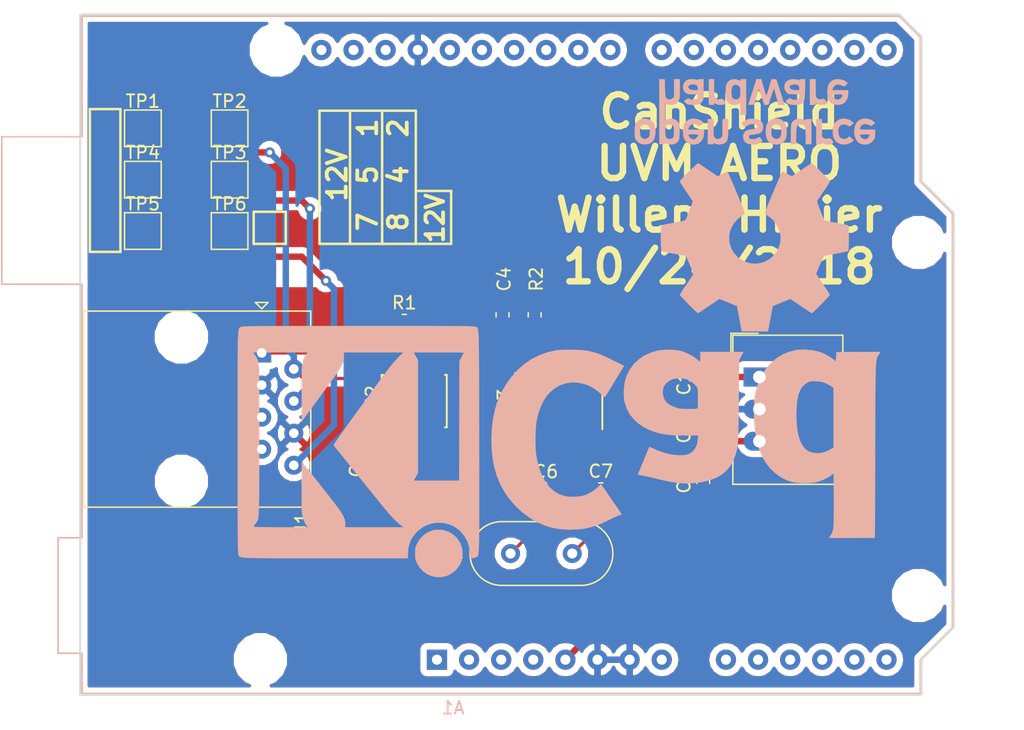
<source format=kicad_pcb>
(kicad_pcb (version 20171130) (host pcbnew "(5.0.0)")

  (general
    (thickness 1.6)
    (drawings 37)
    (tracks 107)
    (zones 0)
    (modules 23)
    (nets 16)
  )

  (page A4)
  (layers
    (0 F.Cu signal)
    (31 B.Cu signal)
    (32 B.Adhes user)
    (33 F.Adhes user)
    (34 B.Paste user)
    (35 F.Paste user)
    (36 B.SilkS user)
    (37 F.SilkS user)
    (38 B.Mask user)
    (39 F.Mask user)
    (40 Dwgs.User user)
    (41 Cmts.User user)
    (42 Eco1.User user)
    (43 Eco2.User user)
    (44 Edge.Cuts user)
    (45 Margin user)
    (46 B.CrtYd user)
    (47 F.CrtYd user)
    (48 B.Fab user)
    (49 F.Fab user)
  )

  (setup
    (last_trace_width 0.254)
    (user_trace_width 0.254)
    (user_trace_width 0.3048)
    (user_trace_width 0.381)
    (user_trace_width 0.508)
    (trace_clearance 0.254)
    (zone_clearance 0.508)
    (zone_45_only no)
    (trace_min 0.2)
    (segment_width 0.2)
    (edge_width 0.15)
    (via_size 0.8)
    (via_drill 0.4)
    (via_min_size 0.4)
    (via_min_drill 0.3)
    (uvia_size 0.3)
    (uvia_drill 0.1)
    (uvias_allowed no)
    (uvia_min_size 0.2)
    (uvia_min_drill 0.1)
    (pcb_text_width 0.3)
    (pcb_text_size 1.5 1.5)
    (mod_edge_width 0.15)
    (mod_text_size 1 1)
    (mod_text_width 0.15)
    (pad_size 1.524 1.524)
    (pad_drill 0.762)
    (pad_to_mask_clearance 0.2)
    (aux_axis_origin 0 0)
    (visible_elements FFFFFF7F)
    (pcbplotparams
      (layerselection 0x010fc_ffffffff)
      (usegerberextensions false)
      (usegerberattributes false)
      (usegerberadvancedattributes false)
      (creategerberjobfile false)
      (excludeedgelayer true)
      (linewidth 0.100000)
      (plotframeref false)
      (viasonmask false)
      (mode 1)
      (useauxorigin false)
      (hpglpennumber 1)
      (hpglpenspeed 20)
      (hpglpendiameter 15.000000)
      (psnegative false)
      (psa4output false)
      (plotreference true)
      (plotvalue true)
      (plotinvisibletext false)
      (padsonsilk false)
      (subtractmaskfromsilk false)
      (outputformat 1)
      (mirror false)
      (drillshape 1)
      (scaleselection 1)
      (outputdirectory ""))
  )

  (net 0 "")
  (net 1 GND)
  (net 2 +5V)
  (net 3 "Net-(C6-Pad1)")
  (net 4 "Net-(C7-Pad1)")
  (net 5 "Net-(J1-Pad1)")
  (net 6 "Net-(J1-Pad2)")
  (net 7 "Net-(J1-Pad4)")
  (net 8 "Net-(J1-Pad5)")
  (net 9 "Net-(J1-Pad7)")
  (net 10 "Net-(J1-Pad8)")
  (net 11 "Net-(R1-Pad1)")
  (net 12 "Net-(R2-Pad2)")
  (net 13 +12V)
  (net 14 "Net-(U2-Pad1)")
  (net 15 "Net-(U2-Pad4)")

  (net_class Default "This is the default net class."
    (clearance 0.254)
    (trace_width 0.254)
    (via_dia 0.8)
    (via_drill 0.4)
    (uvia_dia 0.3)
    (uvia_drill 0.1)
    (add_net +12V)
    (add_net +5V)
    (add_net GND)
    (add_net "Net-(C6-Pad1)")
    (add_net "Net-(C7-Pad1)")
    (add_net "Net-(J1-Pad1)")
    (add_net "Net-(J1-Pad2)")
    (add_net "Net-(J1-Pad4)")
    (add_net "Net-(J1-Pad5)")
    (add_net "Net-(J1-Pad7)")
    (add_net "Net-(J1-Pad8)")
    (add_net "Net-(R1-Pad1)")
    (add_net "Net-(R2-Pad2)")
    (add_net "Net-(U2-Pad1)")
    (add_net "Net-(U2-Pad4)")
  )

  (module Module:Arduino_UNO_R3_WithMountingHoles (layer B.Cu) (tedit 5B3F95CF) (tstamp 5BDD3A41)
    (at 137.689001 78.888001)
    (descr "Arduino UNO R3, http://www.mouser.com/pdfdocs/Gravitech_Arduino_Nano3_0.pdf")
    (tags "Arduino UNO R3")
    (path /5BD146CD)
    (fp_text reference A1 (at 1.27 3.81 -180) (layer B.SilkS)
      (effects (font (size 1 1) (thickness 0.15)) (justify mirror))
    )
    (fp_text value Arduino_UNO_R3 (at 0 -22.86) (layer B.Fab)
      (effects (font (size 1 1) (thickness 0.15)) (justify mirror))
    )
    (fp_text user %R (at 0 -20.32 -180) (layer B.Fab)
      (effects (font (size 1 1) (thickness 0.15)) (justify mirror))
    )
    (fp_line (start 38.35 2.79) (end 38.35 0) (layer B.CrtYd) (width 0.05))
    (fp_line (start 38.35 0) (end 40.89 -2.54) (layer B.CrtYd) (width 0.05))
    (fp_line (start 40.89 -2.54) (end 40.89 -35.31) (layer B.CrtYd) (width 0.05))
    (fp_line (start 40.89 -35.31) (end 38.35 -37.85) (layer B.CrtYd) (width 0.05))
    (fp_line (start 38.35 -37.85) (end 38.35 -49.28) (layer B.CrtYd) (width 0.05))
    (fp_line (start 38.35 -49.28) (end 36.58 -51.05) (layer B.CrtYd) (width 0.05))
    (fp_line (start 36.58 -51.05) (end -28.19 -51.05) (layer B.CrtYd) (width 0.05))
    (fp_line (start -28.19 -51.05) (end -28.19 -41.53) (layer B.CrtYd) (width 0.05))
    (fp_line (start -28.19 -41.53) (end -34.54 -41.53) (layer B.CrtYd) (width 0.05))
    (fp_line (start -34.54 -41.53) (end -34.54 -29.59) (layer B.CrtYd) (width 0.05))
    (fp_line (start -34.54 -29.59) (end -28.19 -29.59) (layer B.CrtYd) (width 0.05))
    (fp_line (start -28.19 -29.59) (end -28.19 -9.78) (layer B.CrtYd) (width 0.05))
    (fp_line (start -28.19 -9.78) (end -30.1 -9.78) (layer B.CrtYd) (width 0.05))
    (fp_line (start -30.1 -9.78) (end -30.1 -0.38) (layer B.CrtYd) (width 0.05))
    (fp_line (start -30.1 -0.38) (end -28.19 -0.38) (layer B.CrtYd) (width 0.05))
    (fp_line (start -28.19 -0.38) (end -28.19 2.79) (layer B.CrtYd) (width 0.05))
    (fp_line (start -28.19 2.79) (end 38.35 2.79) (layer B.CrtYd) (width 0.05))
    (fp_line (start 40.77 -35.31) (end 40.77 -2.54) (layer B.SilkS) (width 0.12))
    (fp_line (start 40.77 -2.54) (end 38.23 0) (layer B.SilkS) (width 0.12))
    (fp_line (start 38.23 0) (end 38.23 2.67) (layer B.SilkS) (width 0.12))
    (fp_line (start 38.23 2.67) (end -28.07 2.67) (layer B.SilkS) (width 0.12))
    (fp_line (start -28.07 2.67) (end -28.07 -0.51) (layer B.SilkS) (width 0.12))
    (fp_line (start -28.07 -0.51) (end -29.97 -0.51) (layer B.SilkS) (width 0.12))
    (fp_line (start -29.97 -0.51) (end -29.97 -9.65) (layer B.SilkS) (width 0.12))
    (fp_line (start -29.97 -9.65) (end -28.07 -9.65) (layer B.SilkS) (width 0.12))
    (fp_line (start -28.07 -9.65) (end -28.07 -29.72) (layer B.SilkS) (width 0.12))
    (fp_line (start -28.07 -29.72) (end -34.42 -29.72) (layer B.SilkS) (width 0.12))
    (fp_line (start -34.42 -29.72) (end -34.42 -41.4) (layer B.SilkS) (width 0.12))
    (fp_line (start -34.42 -41.4) (end -28.07 -41.4) (layer B.SilkS) (width 0.12))
    (fp_line (start -28.07 -41.4) (end -28.07 -50.93) (layer B.SilkS) (width 0.12))
    (fp_line (start -28.07 -50.93) (end 36.58 -50.93) (layer B.SilkS) (width 0.12))
    (fp_line (start 36.58 -50.93) (end 38.23 -49.28) (layer B.SilkS) (width 0.12))
    (fp_line (start 38.23 -49.28) (end 38.23 -37.85) (layer B.SilkS) (width 0.12))
    (fp_line (start 38.23 -37.85) (end 40.77 -35.31) (layer B.SilkS) (width 0.12))
    (fp_line (start -34.29 -29.84) (end -18.41 -29.84) (layer B.Fab) (width 0.1))
    (fp_line (start -18.41 -29.84) (end -18.41 -41.27) (layer B.Fab) (width 0.1))
    (fp_line (start -18.41 -41.27) (end -34.29 -41.27) (layer B.Fab) (width 0.1))
    (fp_line (start -34.29 -41.27) (end -34.29 -29.84) (layer B.Fab) (width 0.1))
    (fp_line (start -29.84 -0.64) (end -16.51 -0.64) (layer B.Fab) (width 0.1))
    (fp_line (start -16.51 -0.64) (end -16.51 -9.53) (layer B.Fab) (width 0.1))
    (fp_line (start -16.51 -9.53) (end -29.84 -9.53) (layer B.Fab) (width 0.1))
    (fp_line (start -29.84 -9.53) (end -29.84 -0.64) (layer B.Fab) (width 0.1))
    (fp_line (start 38.1 -37.85) (end 38.1 -49.28) (layer B.Fab) (width 0.1))
    (fp_line (start 40.64 -2.54) (end 40.64 -35.31) (layer B.Fab) (width 0.1))
    (fp_line (start 40.64 -35.31) (end 38.1 -37.85) (layer B.Fab) (width 0.1))
    (fp_line (start 38.1 2.54) (end 38.1 0) (layer B.Fab) (width 0.1))
    (fp_line (start 38.1 0) (end 40.64 -2.54) (layer B.Fab) (width 0.1))
    (fp_line (start 38.1 -49.28) (end 36.58 -50.8) (layer B.Fab) (width 0.1))
    (fp_line (start 36.58 -50.8) (end -27.94 -50.8) (layer B.Fab) (width 0.1))
    (fp_line (start -27.94 -50.8) (end -27.94 2.54) (layer B.Fab) (width 0.1))
    (fp_line (start -27.94 2.54) (end 38.1 2.54) (layer B.Fab) (width 0.1))
    (pad 32 thru_hole oval (at -9.14 -48.26 270) (size 1.6 1.6) (drill 0.8) (layers *.Cu *.Mask))
    (pad 31 thru_hole oval (at -6.6 -48.26 270) (size 1.6 1.6) (drill 0.8) (layers *.Cu *.Mask))
    (pad 1 thru_hole rect (at 0 0 270) (size 1.6 1.6) (drill 0.8) (layers *.Cu *.Mask))
    (pad 17 thru_hole oval (at 30.48 -48.26 270) (size 1.6 1.6) (drill 0.8) (layers *.Cu *.Mask))
    (pad 2 thru_hole oval (at 2.54 0 270) (size 1.6 1.6) (drill 0.8) (layers *.Cu *.Mask))
    (pad 18 thru_hole oval (at 27.94 -48.26 270) (size 1.6 1.6) (drill 0.8) (layers *.Cu *.Mask))
    (pad 3 thru_hole oval (at 5.08 0 270) (size 1.6 1.6) (drill 0.8) (layers *.Cu *.Mask))
    (pad 19 thru_hole oval (at 25.4 -48.26 270) (size 1.6 1.6) (drill 0.8) (layers *.Cu *.Mask))
    (pad 4 thru_hole oval (at 7.62 0 270) (size 1.6 1.6) (drill 0.8) (layers *.Cu *.Mask))
    (pad 20 thru_hole oval (at 22.86 -48.26 270) (size 1.6 1.6) (drill 0.8) (layers *.Cu *.Mask))
    (pad 5 thru_hole oval (at 10.16 0 270) (size 1.6 1.6) (drill 0.8) (layers *.Cu *.Mask)
      (net 2 +5V))
    (pad 21 thru_hole oval (at 20.32 -48.26 270) (size 1.6 1.6) (drill 0.8) (layers *.Cu *.Mask))
    (pad 6 thru_hole oval (at 12.7 0 270) (size 1.6 1.6) (drill 0.8) (layers *.Cu *.Mask)
      (net 1 GND))
    (pad 22 thru_hole oval (at 17.78 -48.26 270) (size 1.6 1.6) (drill 0.8) (layers *.Cu *.Mask))
    (pad 7 thru_hole oval (at 15.24 0 270) (size 1.6 1.6) (drill 0.8) (layers *.Cu *.Mask)
      (net 1 GND))
    (pad 23 thru_hole oval (at 13.72 -48.26 270) (size 1.6 1.6) (drill 0.8) (layers *.Cu *.Mask))
    (pad 8 thru_hole oval (at 17.78 0 270) (size 1.6 1.6) (drill 0.8) (layers *.Cu *.Mask))
    (pad 24 thru_hole oval (at 11.18 -48.26 270) (size 1.6 1.6) (drill 0.8) (layers *.Cu *.Mask))
    (pad 9 thru_hole oval (at 22.86 0 270) (size 1.6 1.6) (drill 0.8) (layers *.Cu *.Mask))
    (pad 25 thru_hole oval (at 8.64 -48.26 270) (size 1.6 1.6) (drill 0.8) (layers *.Cu *.Mask))
    (pad 10 thru_hole oval (at 25.4 0 270) (size 1.6 1.6) (drill 0.8) (layers *.Cu *.Mask))
    (pad 26 thru_hole oval (at 6.1 -48.26 270) (size 1.6 1.6) (drill 0.8) (layers *.Cu *.Mask))
    (pad 11 thru_hole oval (at 27.94 0 270) (size 1.6 1.6) (drill 0.8) (layers *.Cu *.Mask))
    (pad 27 thru_hole oval (at 3.56 -48.26 270) (size 1.6 1.6) (drill 0.8) (layers *.Cu *.Mask))
    (pad 12 thru_hole oval (at 30.48 0 270) (size 1.6 1.6) (drill 0.8) (layers *.Cu *.Mask))
    (pad 28 thru_hole oval (at 1.02 -48.26 270) (size 1.6 1.6) (drill 0.8) (layers *.Cu *.Mask))
    (pad 13 thru_hole oval (at 33.02 0 270) (size 1.6 1.6) (drill 0.8) (layers *.Cu *.Mask))
    (pad 29 thru_hole oval (at -1.52 -48.26 270) (size 1.6 1.6) (drill 0.8) (layers *.Cu *.Mask)
      (net 1 GND))
    (pad 14 thru_hole oval (at 35.56 0 270) (size 1.6 1.6) (drill 0.8) (layers *.Cu *.Mask))
    (pad 30 thru_hole oval (at -4.06 -48.26 270) (size 1.6 1.6) (drill 0.8) (layers *.Cu *.Mask))
    (pad 15 thru_hole oval (at 35.56 -48.26 270) (size 1.6 1.6) (drill 0.8) (layers *.Cu *.Mask))
    (pad 16 thru_hole oval (at 33.02 -48.26 270) (size 1.6 1.6) (drill 0.8) (layers *.Cu *.Mask))
    (pad "" np_thru_hole circle (at -13.97 0 270) (size 3.2 3.2) (drill 3.2) (layers *.Cu *.Mask))
    (pad "" np_thru_hole circle (at -12.7 -48.26 270) (size 3.2 3.2) (drill 3.2) (layers *.Cu *.Mask))
    (pad "" np_thru_hole circle (at 38.1 -33.02 270) (size 3.2 3.2) (drill 3.2) (layers *.Cu *.Mask))
    (pad "" np_thru_hole circle (at 38.1 -5.08 270) (size 3.2 3.2) (drill 3.2) (layers *.Cu *.Mask))
    (model ${KISYS3DMOD}/Module.3dshapes/Arduino_UNO_R3_WithMountingHoles.wrl
      (at (xyz 0 0 0))
      (scale (xyz 1 1 1))
      (rotate (xyz 0 0 0))
    )
  )

  (module Capacitor_SMD:C_0603_1608Metric (layer F.Cu) (tedit 5B301BBE) (tstamp 5BDD2204)
    (at 158.75 56.9975 270)
    (descr "Capacitor SMD 0603 (1608 Metric), square (rectangular) end terminal, IPC_7351 nominal, (Body size source: http://www.tortai-tech.com/upload/download/2011102023233369053.pdf), generated with kicad-footprint-generator")
    (tags capacitor)
    (path /5BD0C209)
    (attr smd)
    (fp_text reference C1 (at 0 1.524 270) (layer F.SilkS)
      (effects (font (size 1 1) (thickness 0.15)))
    )
    (fp_text value 10uF (at 0 1.43 270) (layer F.Fab)
      (effects (font (size 1 1) (thickness 0.15)))
    )
    (fp_line (start -0.8 0.4) (end -0.8 -0.4) (layer F.Fab) (width 0.1))
    (fp_line (start -0.8 -0.4) (end 0.8 -0.4) (layer F.Fab) (width 0.1))
    (fp_line (start 0.8 -0.4) (end 0.8 0.4) (layer F.Fab) (width 0.1))
    (fp_line (start 0.8 0.4) (end -0.8 0.4) (layer F.Fab) (width 0.1))
    (fp_line (start -0.162779 -0.51) (end 0.162779 -0.51) (layer F.SilkS) (width 0.12))
    (fp_line (start -0.162779 0.51) (end 0.162779 0.51) (layer F.SilkS) (width 0.12))
    (fp_line (start -1.48 0.73) (end -1.48 -0.73) (layer F.CrtYd) (width 0.05))
    (fp_line (start -1.48 -0.73) (end 1.48 -0.73) (layer F.CrtYd) (width 0.05))
    (fp_line (start 1.48 -0.73) (end 1.48 0.73) (layer F.CrtYd) (width 0.05))
    (fp_line (start 1.48 0.73) (end -1.48 0.73) (layer F.CrtYd) (width 0.05))
    (fp_text user %R (at 0 0 270) (layer F.Fab)
      (effects (font (size 0.4 0.4) (thickness 0.06)))
    )
    (pad 1 smd roundrect (at -0.7875 0 270) (size 0.875 0.95) (layers F.Cu F.Paste F.Mask) (roundrect_rratio 0.25)
      (net 13 +12V))
    (pad 2 smd roundrect (at 0.7875 0 270) (size 0.875 0.95) (layers F.Cu F.Paste F.Mask) (roundrect_rratio 0.25)
      (net 1 GND))
    (model ${KISYS3DMOD}/Capacitor_SMD.3dshapes/C_0603_1608Metric.wrl
      (at (xyz 0 0 0))
      (scale (xyz 1 1 1))
      (rotate (xyz 0 0 0))
    )
  )

  (module Capacitor_SMD:C_0603_1608Metric (layer F.Cu) (tedit 5B301BBE) (tstamp 5BDD1770)
    (at 158.75 60.8075 90)
    (descr "Capacitor SMD 0603 (1608 Metric), square (rectangular) end terminal, IPC_7351 nominal, (Body size source: http://www.tortai-tech.com/upload/download/2011102023233369053.pdf), generated with kicad-footprint-generator")
    (tags capacitor)
    (path /5BCAD996)
    (attr smd)
    (fp_text reference C2 (at 0 -1.524 90) (layer F.SilkS)
      (effects (font (size 1 1) (thickness 0.15)))
    )
    (fp_text value 0.1uF (at 0 1.43 90) (layer F.Fab)
      (effects (font (size 1 1) (thickness 0.15)))
    )
    (fp_line (start -0.8 0.4) (end -0.8 -0.4) (layer F.Fab) (width 0.1))
    (fp_line (start -0.8 -0.4) (end 0.8 -0.4) (layer F.Fab) (width 0.1))
    (fp_line (start 0.8 -0.4) (end 0.8 0.4) (layer F.Fab) (width 0.1))
    (fp_line (start 0.8 0.4) (end -0.8 0.4) (layer F.Fab) (width 0.1))
    (fp_line (start -0.162779 -0.51) (end 0.162779 -0.51) (layer F.SilkS) (width 0.12))
    (fp_line (start -0.162779 0.51) (end 0.162779 0.51) (layer F.SilkS) (width 0.12))
    (fp_line (start -1.48 0.73) (end -1.48 -0.73) (layer F.CrtYd) (width 0.05))
    (fp_line (start -1.48 -0.73) (end 1.48 -0.73) (layer F.CrtYd) (width 0.05))
    (fp_line (start 1.48 -0.73) (end 1.48 0.73) (layer F.CrtYd) (width 0.05))
    (fp_line (start 1.48 0.73) (end -1.48 0.73) (layer F.CrtYd) (width 0.05))
    (fp_text user %R (at 0 0 90) (layer F.Fab)
      (effects (font (size 0.4 0.4) (thickness 0.06)))
    )
    (pad 1 smd roundrect (at -0.7875 0 90) (size 0.875 0.95) (layers F.Cu F.Paste F.Mask) (roundrect_rratio 0.25)
      (net 2 +5V))
    (pad 2 smd roundrect (at 0.7875 0 90) (size 0.875 0.95) (layers F.Cu F.Paste F.Mask) (roundrect_rratio 0.25)
      (net 1 GND))
    (model ${KISYS3DMOD}/Capacitor_SMD.3dshapes/C_0603_1608Metric.wrl
      (at (xyz 0 0 0))
      (scale (xyz 1 1 1))
      (rotate (xyz 0 0 0))
    )
  )

  (module Capacitor_SMD:C_0603_1608Metric (layer F.Cu) (tedit 5B301BBE) (tstamp 5BDD2275)
    (at 158.75 64.77 270)
    (descr "Capacitor SMD 0603 (1608 Metric), square (rectangular) end terminal, IPC_7351 nominal, (Body size source: http://www.tortai-tech.com/upload/download/2011102023233369053.pdf), generated with kicad-footprint-generator")
    (tags capacitor)
    (path /5BCADA02)
    (attr smd)
    (fp_text reference C3 (at 0 1.524 270) (layer F.SilkS)
      (effects (font (size 1 1) (thickness 0.15)))
    )
    (fp_text value 10uF (at 0 1.43 270) (layer F.Fab)
      (effects (font (size 1 1) (thickness 0.15)))
    )
    (fp_text user %R (at 0 0 270) (layer F.Fab)
      (effects (font (size 0.4 0.4) (thickness 0.06)))
    )
    (fp_line (start 1.48 0.73) (end -1.48 0.73) (layer F.CrtYd) (width 0.05))
    (fp_line (start 1.48 -0.73) (end 1.48 0.73) (layer F.CrtYd) (width 0.05))
    (fp_line (start -1.48 -0.73) (end 1.48 -0.73) (layer F.CrtYd) (width 0.05))
    (fp_line (start -1.48 0.73) (end -1.48 -0.73) (layer F.CrtYd) (width 0.05))
    (fp_line (start -0.162779 0.51) (end 0.162779 0.51) (layer F.SilkS) (width 0.12))
    (fp_line (start -0.162779 -0.51) (end 0.162779 -0.51) (layer F.SilkS) (width 0.12))
    (fp_line (start 0.8 0.4) (end -0.8 0.4) (layer F.Fab) (width 0.1))
    (fp_line (start 0.8 -0.4) (end 0.8 0.4) (layer F.Fab) (width 0.1))
    (fp_line (start -0.8 -0.4) (end 0.8 -0.4) (layer F.Fab) (width 0.1))
    (fp_line (start -0.8 0.4) (end -0.8 -0.4) (layer F.Fab) (width 0.1))
    (pad 2 smd roundrect (at 0.7875 0 270) (size 0.875 0.95) (layers F.Cu F.Paste F.Mask) (roundrect_rratio 0.25)
      (net 1 GND))
    (pad 1 smd roundrect (at -0.7875 0 270) (size 0.875 0.95) (layers F.Cu F.Paste F.Mask) (roundrect_rratio 0.25)
      (net 2 +5V))
    (model ${KISYS3DMOD}/Capacitor_SMD.3dshapes/C_0603_1608Metric.wrl
      (at (xyz 0 0 0))
      (scale (xyz 1 1 1))
      (rotate (xyz 0 0 0))
    )
  )

  (module Capacitor_SMD:C_0603_1608Metric (layer F.Cu) (tedit 5B301BBE) (tstamp 5BDD37DC)
    (at 142.875 51.5875 90)
    (descr "Capacitor SMD 0603 (1608 Metric), square (rectangular) end terminal, IPC_7351 nominal, (Body size source: http://www.tortai-tech.com/upload/download/2011102023233369053.pdf), generated with kicad-footprint-generator")
    (tags capacitor)
    (path /5BBB0839)
    (attr smd)
    (fp_text reference C4 (at 2.8195 0.127 90) (layer F.SilkS)
      (effects (font (size 1 1) (thickness 0.15)))
    )
    (fp_text value 0.1uF (at 0 1.43 90) (layer F.Fab)
      (effects (font (size 1 1) (thickness 0.15)))
    )
    (fp_line (start -0.8 0.4) (end -0.8 -0.4) (layer F.Fab) (width 0.1))
    (fp_line (start -0.8 -0.4) (end 0.8 -0.4) (layer F.Fab) (width 0.1))
    (fp_line (start 0.8 -0.4) (end 0.8 0.4) (layer F.Fab) (width 0.1))
    (fp_line (start 0.8 0.4) (end -0.8 0.4) (layer F.Fab) (width 0.1))
    (fp_line (start -0.162779 -0.51) (end 0.162779 -0.51) (layer F.SilkS) (width 0.12))
    (fp_line (start -0.162779 0.51) (end 0.162779 0.51) (layer F.SilkS) (width 0.12))
    (fp_line (start -1.48 0.73) (end -1.48 -0.73) (layer F.CrtYd) (width 0.05))
    (fp_line (start -1.48 -0.73) (end 1.48 -0.73) (layer F.CrtYd) (width 0.05))
    (fp_line (start 1.48 -0.73) (end 1.48 0.73) (layer F.CrtYd) (width 0.05))
    (fp_line (start 1.48 0.73) (end -1.48 0.73) (layer F.CrtYd) (width 0.05))
    (fp_text user %R (at 0 0 90) (layer F.Fab)
      (effects (font (size 0.4 0.4) (thickness 0.06)))
    )
    (pad 1 smd roundrect (at -0.7875 0 90) (size 0.875 0.95) (layers F.Cu F.Paste F.Mask) (roundrect_rratio 0.25)
      (net 2 +5V))
    (pad 2 smd roundrect (at 0.7875 0 90) (size 0.875 0.95) (layers F.Cu F.Paste F.Mask) (roundrect_rratio 0.25)
      (net 1 GND))
    (model ${KISYS3DMOD}/Capacitor_SMD.3dshapes/C_0603_1608Metric.wrl
      (at (xyz 0 0 0))
      (scale (xyz 1 1 1))
      (rotate (xyz 0 0 0))
    )
  )

  (module Capacitor_SMD:C_0603_1608Metric (layer F.Cu) (tedit 5B301BBE) (tstamp 5BDD17A3)
    (at 131.445 60.8075 270)
    (descr "Capacitor SMD 0603 (1608 Metric), square (rectangular) end terminal, IPC_7351 nominal, (Body size source: http://www.tortai-tech.com/upload/download/2011102023233369053.pdf), generated with kicad-footprint-generator")
    (tags capacitor)
    (path /5BBB091F)
    (attr smd)
    (fp_text reference C5 (at 2.6925 0.127 270) (layer F.SilkS)
      (effects (font (size 1 1) (thickness 0.15)))
    )
    (fp_text value 0.1uF (at 0 1.43 270) (layer F.Fab)
      (effects (font (size 1 1) (thickness 0.15)))
    )
    (fp_text user %R (at 0 0 270) (layer F.Fab)
      (effects (font (size 0.4 0.4) (thickness 0.06)))
    )
    (fp_line (start 1.48 0.73) (end -1.48 0.73) (layer F.CrtYd) (width 0.05))
    (fp_line (start 1.48 -0.73) (end 1.48 0.73) (layer F.CrtYd) (width 0.05))
    (fp_line (start -1.48 -0.73) (end 1.48 -0.73) (layer F.CrtYd) (width 0.05))
    (fp_line (start -1.48 0.73) (end -1.48 -0.73) (layer F.CrtYd) (width 0.05))
    (fp_line (start -0.162779 0.51) (end 0.162779 0.51) (layer F.SilkS) (width 0.12))
    (fp_line (start -0.162779 -0.51) (end 0.162779 -0.51) (layer F.SilkS) (width 0.12))
    (fp_line (start 0.8 0.4) (end -0.8 0.4) (layer F.Fab) (width 0.1))
    (fp_line (start 0.8 -0.4) (end 0.8 0.4) (layer F.Fab) (width 0.1))
    (fp_line (start -0.8 -0.4) (end 0.8 -0.4) (layer F.Fab) (width 0.1))
    (fp_line (start -0.8 0.4) (end -0.8 -0.4) (layer F.Fab) (width 0.1))
    (pad 2 smd roundrect (at 0.7875 0 270) (size 0.875 0.95) (layers F.Cu F.Paste F.Mask) (roundrect_rratio 0.25)
      (net 1 GND))
    (pad 1 smd roundrect (at -0.7875 0 270) (size 0.875 0.95) (layers F.Cu F.Paste F.Mask) (roundrect_rratio 0.25)
      (net 2 +5V))
    (model ${KISYS3DMOD}/Capacitor_SMD.3dshapes/C_0603_1608Metric.wrl
      (at (xyz 0 0 0))
      (scale (xyz 1 1 1))
      (rotate (xyz 0 0 0))
    )
  )

  (module Capacitor_SMD:C_0603_1608Metric (layer F.Cu) (tedit 5B301BBE) (tstamp 5BDD2348)
    (at 146.2025 65.405 180)
    (descr "Capacitor SMD 0603 (1608 Metric), square (rectangular) end terminal, IPC_7351 nominal, (Body size source: http://www.tortai-tech.com/upload/download/2011102023233369053.pdf), generated with kicad-footprint-generator")
    (tags capacitor)
    (path /5BD37799)
    (attr smd)
    (fp_text reference C6 (at -0.1015 1.397 180) (layer F.SilkS)
      (effects (font (size 1 1) (thickness 0.15)))
    )
    (fp_text value 22pF (at 0 1.43 180) (layer F.Fab)
      (effects (font (size 1 1) (thickness 0.15)))
    )
    (fp_line (start -0.8 0.4) (end -0.8 -0.4) (layer F.Fab) (width 0.1))
    (fp_line (start -0.8 -0.4) (end 0.8 -0.4) (layer F.Fab) (width 0.1))
    (fp_line (start 0.8 -0.4) (end 0.8 0.4) (layer F.Fab) (width 0.1))
    (fp_line (start 0.8 0.4) (end -0.8 0.4) (layer F.Fab) (width 0.1))
    (fp_line (start -0.162779 -0.51) (end 0.162779 -0.51) (layer F.SilkS) (width 0.12))
    (fp_line (start -0.162779 0.51) (end 0.162779 0.51) (layer F.SilkS) (width 0.12))
    (fp_line (start -1.48 0.73) (end -1.48 -0.73) (layer F.CrtYd) (width 0.05))
    (fp_line (start -1.48 -0.73) (end 1.48 -0.73) (layer F.CrtYd) (width 0.05))
    (fp_line (start 1.48 -0.73) (end 1.48 0.73) (layer F.CrtYd) (width 0.05))
    (fp_line (start 1.48 0.73) (end -1.48 0.73) (layer F.CrtYd) (width 0.05))
    (fp_text user %R (at 0 0 180) (layer F.Fab)
      (effects (font (size 0.4 0.4) (thickness 0.06)))
    )
    (pad 1 smd roundrect (at -0.7875 0 180) (size 0.875 0.95) (layers F.Cu F.Paste F.Mask) (roundrect_rratio 0.25)
      (net 3 "Net-(C6-Pad1)"))
    (pad 2 smd roundrect (at 0.7875 0 180) (size 0.875 0.95) (layers F.Cu F.Paste F.Mask) (roundrect_rratio 0.25)
      (net 1 GND))
    (model ${KISYS3DMOD}/Capacitor_SMD.3dshapes/C_0603_1608Metric.wrl
      (at (xyz 0 0 0))
      (scale (xyz 1 1 1))
      (rotate (xyz 0 0 0))
    )
  )

  (module Capacitor_SMD:C_0603_1608Metric (layer F.Cu) (tedit 5B301BBE) (tstamp 5BDD17C5)
    (at 150.6475 65.405)
    (descr "Capacitor SMD 0603 (1608 Metric), square (rectangular) end terminal, IPC_7351 nominal, (Body size source: http://www.tortai-tech.com/upload/download/2011102023233369053.pdf), generated with kicad-footprint-generator")
    (tags capacitor)
    (path /5BD378A6)
    (attr smd)
    (fp_text reference C7 (at 0 -1.43) (layer F.SilkS)
      (effects (font (size 1 1) (thickness 0.15)))
    )
    (fp_text value 22pF (at 0 1.43) (layer F.Fab)
      (effects (font (size 1 1) (thickness 0.15)))
    )
    (fp_text user %R (at 0 0) (layer F.Fab)
      (effects (font (size 0.4 0.4) (thickness 0.06)))
    )
    (fp_line (start 1.48 0.73) (end -1.48 0.73) (layer F.CrtYd) (width 0.05))
    (fp_line (start 1.48 -0.73) (end 1.48 0.73) (layer F.CrtYd) (width 0.05))
    (fp_line (start -1.48 -0.73) (end 1.48 -0.73) (layer F.CrtYd) (width 0.05))
    (fp_line (start -1.48 0.73) (end -1.48 -0.73) (layer F.CrtYd) (width 0.05))
    (fp_line (start -0.162779 0.51) (end 0.162779 0.51) (layer F.SilkS) (width 0.12))
    (fp_line (start -0.162779 -0.51) (end 0.162779 -0.51) (layer F.SilkS) (width 0.12))
    (fp_line (start 0.8 0.4) (end -0.8 0.4) (layer F.Fab) (width 0.1))
    (fp_line (start 0.8 -0.4) (end 0.8 0.4) (layer F.Fab) (width 0.1))
    (fp_line (start -0.8 -0.4) (end 0.8 -0.4) (layer F.Fab) (width 0.1))
    (fp_line (start -0.8 0.4) (end -0.8 -0.4) (layer F.Fab) (width 0.1))
    (pad 2 smd roundrect (at 0.7875 0) (size 0.875 0.95) (layers F.Cu F.Paste F.Mask) (roundrect_rratio 0.25)
      (net 1 GND))
    (pad 1 smd roundrect (at -0.7875 0) (size 0.875 0.95) (layers F.Cu F.Paste F.Mask) (roundrect_rratio 0.25)
      (net 4 "Net-(C7-Pad1)"))
    (model ${KISYS3DMOD}/Capacitor_SMD.3dshapes/C_0603_1608Metric.wrl
      (at (xyz 0 0 0))
      (scale (xyz 1 1 1))
      (rotate (xyz 0 0 0))
    )
  )

  (module Connector_RJ:RJ45_Amphenol_54602-x08_Horizontal (layer F.Cu) (tedit 5B103613) (tstamp 5BDD24D3)
    (at 123.825 54.61 270)
    (descr "8 Pol Shallow Latch Connector, Modjack, RJ45 (https://cdn.amphenol-icc.com/media/wysiwyg/files/drawing/c-bmj-0102.pdf)")
    (tags RJ45)
    (path /5BB3C5DE)
    (fp_text reference J1 (at 13.462 -3.175 270) (layer F.SilkS)
      (effects (font (size 1 1) (thickness 0.15)))
    )
    (fp_text value RJ45 (at 4.445 4 270) (layer F.Fab)
      (effects (font (size 1 1) (thickness 0.15)))
    )
    (fp_text user %R (at 4.445 2 270) (layer F.Fab)
      (effects (font (size 1 1) (thickness 0.15)))
    )
    (fp_line (start -4 0.5) (end -3.5 0) (layer F.SilkS) (width 0.12))
    (fp_line (start -4 -0.5) (end -4 0.5) (layer F.SilkS) (width 0.12))
    (fp_line (start -3.5 0) (end -4 -0.5) (layer F.SilkS) (width 0.12))
    (fp_line (start -3.205 13.97) (end -3.205 -2.77) (layer F.Fab) (width 0.12))
    (fp_line (start 12.095 13.97) (end -3.205 13.97) (layer F.Fab) (width 0.12))
    (fp_line (start 12.095 -3.77) (end 12.095 13.97) (layer F.Fab) (width 0.12))
    (fp_line (start -2.205 -3.77) (end 12.095 -3.77) (layer F.Fab) (width 0.12))
    (fp_line (start -3.205 -2.77) (end -2.205 -3.77) (layer F.Fab) (width 0.12))
    (fp_line (start -3.315 14.08) (end 12.205 14.08) (layer F.SilkS) (width 0.12))
    (fp_line (start 12.205 -3.88) (end 12.205 14.08) (layer F.SilkS) (width 0.12))
    (fp_line (start 12.205 -3.88) (end -3.315 -3.88) (layer F.SilkS) (width 0.12))
    (fp_line (start -3.315 -3.88) (end -3.315 14.08) (layer F.SilkS) (width 0.12))
    (fp_line (start -3.71 -4.27) (end 12.6 -4.27) (layer F.CrtYd) (width 0.05))
    (fp_line (start -3.71 -4.27) (end -3.71 14.47) (layer F.CrtYd) (width 0.05))
    (fp_line (start 12.6 14.47) (end 12.6 -4.27) (layer F.CrtYd) (width 0.05))
    (fp_line (start 12.6 14.47) (end -3.71 14.47) (layer F.CrtYd) (width 0.05))
    (pad "" np_thru_hole circle (at 10.16 6.35 270) (size 3.2 3.2) (drill 3.2) (layers *.Cu *.Mask))
    (pad "" np_thru_hole circle (at -1.27 6.35 270) (size 3.2 3.2) (drill 3.2) (layers *.Cu *.Mask))
    (pad 1 thru_hole rect (at 0 0 270) (size 1.5 1.5) (drill 0.76) (layers *.Cu *.Mask)
      (net 5 "Net-(J1-Pad1)"))
    (pad 2 thru_hole circle (at 1.27 -2.54 270) (size 1.5 1.5) (drill 0.76) (layers *.Cu *.Mask)
      (net 6 "Net-(J1-Pad2)"))
    (pad 3 thru_hole circle (at 2.54 0 270) (size 1.5 1.5) (drill 0.76) (layers *.Cu *.Mask)
      (net 1 GND))
    (pad 4 thru_hole circle (at 3.81 -2.54 270) (size 1.5 1.5) (drill 0.76) (layers *.Cu *.Mask)
      (net 7 "Net-(J1-Pad4)"))
    (pad 5 thru_hole circle (at 5.08 0 270) (size 1.5 1.5) (drill 0.76) (layers *.Cu *.Mask)
      (net 8 "Net-(J1-Pad5)"))
    (pad 6 thru_hole circle (at 6.35 -2.54 270) (size 1.5 1.5) (drill 0.76) (layers *.Cu *.Mask)
      (net 1 GND))
    (pad 7 thru_hole circle (at 7.62 0 270) (size 1.5 1.5) (drill 0.76) (layers *.Cu *.Mask)
      (net 9 "Net-(J1-Pad7)"))
    (pad 8 thru_hole circle (at 8.89 -2.54 270) (size 1.5 1.5) (drill 0.76) (layers *.Cu *.Mask)
      (net 10 "Net-(J1-Pad8)"))
    (model ${KISYS3DMOD}/Connector_RJ.3dshapes/RJ45_Amphenol_54602-x08_Horizontal.wrl
      (at (xyz 0 0 0))
      (scale (xyz 1 1 1))
      (rotate (xyz 0 0 0))
    )
  )

  (module Resistor_SMD:R_0603_1608Metric (layer F.Cu) (tedit 5B301BBD) (tstamp 5BDD17F5)
    (at 135.1025 52.07)
    (descr "Resistor SMD 0603 (1608 Metric), square (rectangular) end terminal, IPC_7351 nominal, (Body size source: http://www.tortai-tech.com/upload/download/2011102023233369053.pdf), generated with kicad-footprint-generator")
    (tags resistor)
    (path /5BB7CF84)
    (attr smd)
    (fp_text reference R1 (at 0 -1.43) (layer F.SilkS)
      (effects (font (size 1 1) (thickness 0.15)))
    )
    (fp_text value 10k (at 0 1.43) (layer F.Fab)
      (effects (font (size 1 1) (thickness 0.15)))
    )
    (fp_line (start -0.8 0.4) (end -0.8 -0.4) (layer F.Fab) (width 0.1))
    (fp_line (start -0.8 -0.4) (end 0.8 -0.4) (layer F.Fab) (width 0.1))
    (fp_line (start 0.8 -0.4) (end 0.8 0.4) (layer F.Fab) (width 0.1))
    (fp_line (start 0.8 0.4) (end -0.8 0.4) (layer F.Fab) (width 0.1))
    (fp_line (start -0.162779 -0.51) (end 0.162779 -0.51) (layer F.SilkS) (width 0.12))
    (fp_line (start -0.162779 0.51) (end 0.162779 0.51) (layer F.SilkS) (width 0.12))
    (fp_line (start -1.48 0.73) (end -1.48 -0.73) (layer F.CrtYd) (width 0.05))
    (fp_line (start -1.48 -0.73) (end 1.48 -0.73) (layer F.CrtYd) (width 0.05))
    (fp_line (start 1.48 -0.73) (end 1.48 0.73) (layer F.CrtYd) (width 0.05))
    (fp_line (start 1.48 0.73) (end -1.48 0.73) (layer F.CrtYd) (width 0.05))
    (fp_text user %R (at 0 0) (layer F.Fab)
      (effects (font (size 0.4 0.4) (thickness 0.06)))
    )
    (pad 1 smd roundrect (at -0.7875 0) (size 0.875 0.95) (layers F.Cu F.Paste F.Mask) (roundrect_rratio 0.25)
      (net 11 "Net-(R1-Pad1)"))
    (pad 2 smd roundrect (at 0.7875 0) (size 0.875 0.95) (layers F.Cu F.Paste F.Mask) (roundrect_rratio 0.25)
      (net 1 GND))
    (model ${KISYS3DMOD}/Resistor_SMD.3dshapes/R_0603_1608Metric.wrl
      (at (xyz 0 0 0))
      (scale (xyz 1 1 1))
      (rotate (xyz 0 0 0))
    )
  )

  (module Resistor_SMD:R_0603_1608Metric (layer F.Cu) (tedit 5B301BBD) (tstamp 5BDD1806)
    (at 145.415 51.5875 90)
    (descr "Resistor SMD 0603 (1608 Metric), square (rectangular) end terminal, IPC_7351 nominal, (Body size source: http://www.tortai-tech.com/upload/download/2011102023233369053.pdf), generated with kicad-footprint-generator")
    (tags resistor)
    (path /5BB8067E)
    (attr smd)
    (fp_text reference R2 (at 2.8195 0.127 90) (layer F.SilkS)
      (effects (font (size 1 1) (thickness 0.15)))
    )
    (fp_text value 10k (at 0 1.43 90) (layer F.Fab)
      (effects (font (size 1 1) (thickness 0.15)))
    )
    (fp_text user %R (at 0 0 90) (layer F.Fab)
      (effects (font (size 0.4 0.4) (thickness 0.06)))
    )
    (fp_line (start 1.48 0.73) (end -1.48 0.73) (layer F.CrtYd) (width 0.05))
    (fp_line (start 1.48 -0.73) (end 1.48 0.73) (layer F.CrtYd) (width 0.05))
    (fp_line (start -1.48 -0.73) (end 1.48 -0.73) (layer F.CrtYd) (width 0.05))
    (fp_line (start -1.48 0.73) (end -1.48 -0.73) (layer F.CrtYd) (width 0.05))
    (fp_line (start -0.162779 0.51) (end 0.162779 0.51) (layer F.SilkS) (width 0.12))
    (fp_line (start -0.162779 -0.51) (end 0.162779 -0.51) (layer F.SilkS) (width 0.12))
    (fp_line (start 0.8 0.4) (end -0.8 0.4) (layer F.Fab) (width 0.1))
    (fp_line (start 0.8 -0.4) (end 0.8 0.4) (layer F.Fab) (width 0.1))
    (fp_line (start -0.8 -0.4) (end 0.8 -0.4) (layer F.Fab) (width 0.1))
    (fp_line (start -0.8 0.4) (end -0.8 -0.4) (layer F.Fab) (width 0.1))
    (pad 2 smd roundrect (at 0.7875 0 90) (size 0.875 0.95) (layers F.Cu F.Paste F.Mask) (roundrect_rratio 0.25)
      (net 12 "Net-(R2-Pad2)"))
    (pad 1 smd roundrect (at -0.7875 0 90) (size 0.875 0.95) (layers F.Cu F.Paste F.Mask) (roundrect_rratio 0.25)
      (net 2 +5V))
    (model ${KISYS3DMOD}/Resistor_SMD.3dshapes/R_0603_1608Metric.wrl
      (at (xyz 0 0 0))
      (scale (xyz 1 1 1))
      (rotate (xyz 0 0 0))
    )
  )

  (module Converter_DCDC:Converter_DCDC_RECOM_R-78E-0.5_THT (layer F.Cu) (tedit 59F5F4DD) (tstamp 5BDD1887)
    (at 163.195 56.515 270)
    (descr "DCDC-Converter, RECOM, 500mA, https://www.recom-power.com/pdf/Innoline/R-78Exx-0.5.pdf")
    (tags "dc-dc recom buck sip3")
    (path /5BADBA1C)
    (fp_text reference U1 (at 2.54 -7.55 270) (layer F.SilkS)
      (effects (font (size 1 1) (thickness 0.15)))
    )
    (fp_text value R-78E5.0-0.5 (at 2 3.5 270) (layer F.Fab)
      (effects (font (size 1 1) (thickness 0.15)))
    )
    (fp_line (start 8.39 2) (end 8.39 -6.5) (layer F.Fab) (width 0.1))
    (fp_line (start 8.39 -6.5) (end -3.21 -6.5) (layer F.Fab) (width 0.1))
    (fp_line (start -3.21 -6.5) (end -3.21 1) (layer F.Fab) (width 0.1))
    (fp_line (start -3.21 1) (end -2.21 2) (layer F.Fab) (width 0.1))
    (fp_line (start -2.21 2) (end 8.39 2) (layer F.Fab) (width 0.1))
    (fp_line (start -3.46 0.1) (end -3.46 2.25) (layer F.SilkS) (width 0.12))
    (fp_line (start -3.46 2.25) (end -1.31 2.25) (layer F.SilkS) (width 0.12))
    (fp_line (start -3.31 -6.6) (end -3.31 2.1) (layer F.SilkS) (width 0.12))
    (fp_line (start -3.31 2.1) (end 8.49 2.1) (layer F.SilkS) (width 0.12))
    (fp_line (start 8.49 2.1) (end 8.49 -6.6) (layer F.SilkS) (width 0.12))
    (fp_line (start 8.49 -6.6) (end -3.31 -6.6) (layer F.SilkS) (width 0.12))
    (fp_line (start -3.46 -6.75) (end -3.46 2.25) (layer F.CrtYd) (width 0.05))
    (fp_line (start -3.46 2.25) (end 8.64 2.25) (layer F.CrtYd) (width 0.05))
    (fp_line (start 8.64 2.25) (end 8.64 -6.75) (layer F.CrtYd) (width 0.05))
    (fp_line (start 8.64 -6.75) (end -3.46 -6.75) (layer F.CrtYd) (width 0.05))
    (fp_text user %R (at 2.5 -3 270) (layer F.Fab)
      (effects (font (size 1 1) (thickness 0.15)))
    )
    (pad 1 thru_hole rect (at 0 0 270) (size 1.5 2.5) (drill 1) (layers *.Cu *.Mask)
      (net 13 +12V))
    (pad 2 thru_hole oval (at 2.54 0 270) (size 1.5 2.5) (drill 1) (layers *.Cu *.Mask)
      (net 1 GND))
    (pad 3 thru_hole oval (at 5.08 0 270) (size 1.5 2.5) (drill 1) (layers *.Cu *.Mask)
      (net 2 +5V))
    (model ${KISYS3DMOD}/Converter_DCDC.3dshapes/Converter_DCDC_RECOM_R-78E-0.5_THT.wrl
      (at (xyz 0 0 0))
      (scale (xyz 1 1 1))
      (rotate (xyz 0 0 0))
    )
  )

  (module Package_SO:SOIC-8_3.9x4.9mm_P1.27mm (layer F.Cu) (tedit 5A02F2D3) (tstamp 5BDD3755)
    (at 135.89 58.42 90)
    (descr "8-Lead Plastic Small Outline (SN) - Narrow, 3.90 mm Body [SOIC] (see Microchip Packaging Specification 00000049BS.pdf)")
    (tags "SOIC 1.27")
    (path /5BB63505)
    (attr smd)
    (fp_text reference U2 (at 0.254 -3.302 90) (layer F.SilkS)
      (effects (font (size 1 1) (thickness 0.15)))
    )
    (fp_text value MCP2551-I-SN (at 0 3.5 90) (layer F.Fab)
      (effects (font (size 1 1) (thickness 0.15)))
    )
    (fp_text user %R (at 0 0 90) (layer F.Fab)
      (effects (font (size 1 1) (thickness 0.15)))
    )
    (fp_line (start -0.95 -2.45) (end 1.95 -2.45) (layer F.Fab) (width 0.1))
    (fp_line (start 1.95 -2.45) (end 1.95 2.45) (layer F.Fab) (width 0.1))
    (fp_line (start 1.95 2.45) (end -1.95 2.45) (layer F.Fab) (width 0.1))
    (fp_line (start -1.95 2.45) (end -1.95 -1.45) (layer F.Fab) (width 0.1))
    (fp_line (start -1.95 -1.45) (end -0.95 -2.45) (layer F.Fab) (width 0.1))
    (fp_line (start -3.73 -2.7) (end -3.73 2.7) (layer F.CrtYd) (width 0.05))
    (fp_line (start 3.73 -2.7) (end 3.73 2.7) (layer F.CrtYd) (width 0.05))
    (fp_line (start -3.73 -2.7) (end 3.73 -2.7) (layer F.CrtYd) (width 0.05))
    (fp_line (start -3.73 2.7) (end 3.73 2.7) (layer F.CrtYd) (width 0.05))
    (fp_line (start -2.075 -2.575) (end -2.075 -2.525) (layer F.SilkS) (width 0.15))
    (fp_line (start 2.075 -2.575) (end 2.075 -2.43) (layer F.SilkS) (width 0.15))
    (fp_line (start 2.075 2.575) (end 2.075 2.43) (layer F.SilkS) (width 0.15))
    (fp_line (start -2.075 2.575) (end -2.075 2.43) (layer F.SilkS) (width 0.15))
    (fp_line (start -2.075 -2.575) (end 2.075 -2.575) (layer F.SilkS) (width 0.15))
    (fp_line (start -2.075 2.575) (end 2.075 2.575) (layer F.SilkS) (width 0.15))
    (fp_line (start -2.075 -2.525) (end -3.475 -2.525) (layer F.SilkS) (width 0.15))
    (pad 1 smd rect (at -2.7 -1.905 90) (size 1.55 0.6) (layers F.Cu F.Paste F.Mask)
      (net 14 "Net-(U2-Pad1)"))
    (pad 2 smd rect (at -2.7 -0.635 90) (size 1.55 0.6) (layers F.Cu F.Paste F.Mask)
      (net 1 GND))
    (pad 3 smd rect (at -2.7 0.635 90) (size 1.55 0.6) (layers F.Cu F.Paste F.Mask)
      (net 2 +5V))
    (pad 4 smd rect (at -2.7 1.905 90) (size 1.55 0.6) (layers F.Cu F.Paste F.Mask)
      (net 15 "Net-(U2-Pad4)"))
    (pad 5 smd rect (at 2.7 1.905 90) (size 1.55 0.6) (layers F.Cu F.Paste F.Mask))
    (pad 6 smd rect (at 2.7 0.635 90) (size 1.55 0.6) (layers F.Cu F.Paste F.Mask)
      (net 6 "Net-(J1-Pad2)"))
    (pad 7 smd rect (at 2.7 -0.635 90) (size 1.55 0.6) (layers F.Cu F.Paste F.Mask)
      (net 5 "Net-(J1-Pad1)"))
    (pad 8 smd rect (at 2.7 -1.905 90) (size 1.55 0.6) (layers F.Cu F.Paste F.Mask)
      (net 11 "Net-(R1-Pad1)"))
    (model ${KISYS3DMOD}/Package_SO.3dshapes/SOIC-8_3.9x4.9mm_P1.27mm.wrl
      (at (xyz 0 0 0))
      (scale (xyz 1 1 1))
      (rotate (xyz 0 0 0))
    )
  )

  (module Package_SO:TSSOP-20_4.4x6.5mm_P0.65mm (layer F.Cu) (tedit 5A02F25C) (tstamp 5BDD36A9)
    (at 147.32 58.42 90)
    (descr "20-Lead Plastic Thin Shrink Small Outline (ST)-4.4 mm Body [TSSOP] (see Microchip Packaging Specification 00000049BS.pdf)")
    (tags "SSOP 0.65")
    (path /5BB585DD)
    (attr smd)
    (fp_text reference U3 (at 0 -4.3 90) (layer F.SilkS)
      (effects (font (size 1 1) (thickness 0.15)))
    )
    (fp_text value MCP2515-IST (at 0 4.3 90) (layer F.Fab)
      (effects (font (size 1 1) (thickness 0.15)))
    )
    (fp_text user %R (at 0 0 90) (layer F.Fab)
      (effects (font (size 0.8 0.8) (thickness 0.15)))
    )
    (fp_line (start -3.75 -3.45) (end 2.225 -3.45) (layer F.SilkS) (width 0.15))
    (fp_line (start -2.225 3.45) (end 2.225 3.45) (layer F.SilkS) (width 0.15))
    (fp_line (start -3.95 3.55) (end 3.95 3.55) (layer F.CrtYd) (width 0.05))
    (fp_line (start -3.95 -3.55) (end 3.95 -3.55) (layer F.CrtYd) (width 0.05))
    (fp_line (start 3.95 -3.55) (end 3.95 3.55) (layer F.CrtYd) (width 0.05))
    (fp_line (start -3.95 -3.55) (end -3.95 3.55) (layer F.CrtYd) (width 0.05))
    (fp_line (start -2.2 -2.25) (end -1.2 -3.25) (layer F.Fab) (width 0.15))
    (fp_line (start -2.2 3.25) (end -2.2 -2.25) (layer F.Fab) (width 0.15))
    (fp_line (start 2.2 3.25) (end -2.2 3.25) (layer F.Fab) (width 0.15))
    (fp_line (start 2.2 -3.25) (end 2.2 3.25) (layer F.Fab) (width 0.15))
    (fp_line (start -1.2 -3.25) (end 2.2 -3.25) (layer F.Fab) (width 0.15))
    (pad 20 smd rect (at 2.95 -2.925 90) (size 1.45 0.45) (layers F.Cu F.Paste F.Mask)
      (net 2 +5V))
    (pad 19 smd rect (at 2.95 -2.275 90) (size 1.45 0.45) (layers F.Cu F.Paste F.Mask)
      (net 12 "Net-(R2-Pad2)"))
    (pad 18 smd rect (at 2.95 -1.625 90) (size 1.45 0.45) (layers F.Cu F.Paste F.Mask))
    (pad 17 smd rect (at 2.95 -0.975 90) (size 1.45 0.45) (layers F.Cu F.Paste F.Mask))
    (pad 16 smd rect (at 2.95 -0.325 90) (size 1.45 0.45) (layers F.Cu F.Paste F.Mask))
    (pad 15 smd rect (at 2.95 0.325 90) (size 1.45 0.45) (layers F.Cu F.Paste F.Mask))
    (pad 14 smd rect (at 2.95 0.975 90) (size 1.45 0.45) (layers F.Cu F.Paste F.Mask))
    (pad 13 smd rect (at 2.95 1.625 90) (size 1.45 0.45) (layers F.Cu F.Paste F.Mask))
    (pad 12 smd rect (at 2.95 2.275 90) (size 1.45 0.45) (layers F.Cu F.Paste F.Mask))
    (pad 11 smd rect (at 2.95 2.925 90) (size 1.45 0.45) (layers F.Cu F.Paste F.Mask))
    (pad 10 smd rect (at -2.95 2.925 90) (size 1.45 0.45) (layers F.Cu F.Paste F.Mask)
      (net 1 GND))
    (pad 9 smd rect (at -2.95 2.275 90) (size 1.45 0.45) (layers F.Cu F.Paste F.Mask)
      (net 4 "Net-(C7-Pad1)"))
    (pad 8 smd rect (at -2.95 1.625 90) (size 1.45 0.45) (layers F.Cu F.Paste F.Mask)
      (net 3 "Net-(C6-Pad1)"))
    (pad 7 smd rect (at -2.95 0.975 90) (size 1.45 0.45) (layers F.Cu F.Paste F.Mask))
    (pad 6 smd rect (at -2.95 0.325 90) (size 1.45 0.45) (layers F.Cu F.Paste F.Mask))
    (pad 5 smd rect (at -2.95 -0.325 90) (size 1.45 0.45) (layers F.Cu F.Paste F.Mask))
    (pad 4 smd rect (at -2.95 -0.975 90) (size 1.45 0.45) (layers F.Cu F.Paste F.Mask))
    (pad 3 smd rect (at -2.95 -1.625 90) (size 1.45 0.45) (layers F.Cu F.Paste F.Mask))
    (pad 2 smd rect (at -2.95 -2.275 90) (size 1.45 0.45) (layers F.Cu F.Paste F.Mask)
      (net 15 "Net-(U2-Pad4)"))
    (pad 1 smd rect (at -2.95 -2.925 90) (size 1.45 0.45) (layers F.Cu F.Paste F.Mask)
      (net 14 "Net-(U2-Pad1)"))
    (model ${KISYS3DMOD}/Package_SO.3dshapes/TSSOP-20_4.4x6.5mm_P0.65mm.wrl
      (at (xyz 0 0 0))
      (scale (xyz 1 1 1))
      (rotate (xyz 0 0 0))
    )
  )

  (module Crystal:Crystal_HC49-U_Vertical (layer F.Cu) (tedit 5A1AD3B8) (tstamp 5BDD18DF)
    (at 143.51 70.485)
    (descr "Crystal THT HC-49/U http://5hertz.com/pdfs/04404_D.pdf")
    (tags "THT crystalHC-49/U")
    (path /5BCCD2F1)
    (fp_text reference Y1 (at -4.572 -0.127) (layer F.SilkS)
      (effects (font (size 1 1) (thickness 0.15)))
    )
    (fp_text value 8MHz (at 2.44 3.525) (layer F.Fab)
      (effects (font (size 1 1) (thickness 0.15)))
    )
    (fp_text user %R (at 2.44 0) (layer F.Fab)
      (effects (font (size 1 1) (thickness 0.15)))
    )
    (fp_line (start -0.685 -2.325) (end 5.565 -2.325) (layer F.Fab) (width 0.1))
    (fp_line (start -0.685 2.325) (end 5.565 2.325) (layer F.Fab) (width 0.1))
    (fp_line (start -0.56 -2) (end 5.44 -2) (layer F.Fab) (width 0.1))
    (fp_line (start -0.56 2) (end 5.44 2) (layer F.Fab) (width 0.1))
    (fp_line (start -0.685 -2.525) (end 5.565 -2.525) (layer F.SilkS) (width 0.12))
    (fp_line (start -0.685 2.525) (end 5.565 2.525) (layer F.SilkS) (width 0.12))
    (fp_line (start -3.5 -2.8) (end -3.5 2.8) (layer F.CrtYd) (width 0.05))
    (fp_line (start -3.5 2.8) (end 8.4 2.8) (layer F.CrtYd) (width 0.05))
    (fp_line (start 8.4 2.8) (end 8.4 -2.8) (layer F.CrtYd) (width 0.05))
    (fp_line (start 8.4 -2.8) (end -3.5 -2.8) (layer F.CrtYd) (width 0.05))
    (fp_arc (start -0.685 0) (end -0.685 -2.325) (angle -180) (layer F.Fab) (width 0.1))
    (fp_arc (start 5.565 0) (end 5.565 -2.325) (angle 180) (layer F.Fab) (width 0.1))
    (fp_arc (start -0.56 0) (end -0.56 -2) (angle -180) (layer F.Fab) (width 0.1))
    (fp_arc (start 5.44 0) (end 5.44 -2) (angle 180) (layer F.Fab) (width 0.1))
    (fp_arc (start -0.685 0) (end -0.685 -2.525) (angle -180) (layer F.SilkS) (width 0.12))
    (fp_arc (start 5.565 0) (end 5.565 -2.525) (angle 180) (layer F.SilkS) (width 0.12))
    (pad 1 thru_hole circle (at 0 0) (size 1.5 1.5) (drill 0.8) (layers *.Cu *.Mask)
      (net 3 "Net-(C6-Pad1)"))
    (pad 2 thru_hole circle (at 4.88 0) (size 1.5 1.5) (drill 0.8) (layers *.Cu *.Mask)
      (net 4 "Net-(C7-Pad1)"))
    (model ${KISYS3DMOD}/Crystal.3dshapes/Crystal_HC49-U_Vertical.wrl
      (at (xyz 0 0 0))
      (scale (xyz 1 1 1))
      (rotate (xyz 0 0 0))
    )
  )

  (module TestPoint:TestPoint_Pad_2.5x2.5mm (layer F.Cu) (tedit 5A0F774F) (tstamp 5BDD208F)
    (at 114.427 36.83)
    (descr "SMD rectangular pad as test Point, square 2.5mm side length")
    (tags "test point SMD pad rectangle square")
    (path /5BD2DC60)
    (attr virtual)
    (fp_text reference TP1 (at 0 -2.148) (layer F.SilkS)
      (effects (font (size 1 1) (thickness 0.15)))
    )
    (fp_text value TestPoint (at 0 2.25) (layer F.Fab)
      (effects (font (size 1 1) (thickness 0.15)))
    )
    (fp_text user %R (at 0 -2.15) (layer F.Fab)
      (effects (font (size 1 1) (thickness 0.15)))
    )
    (fp_line (start -1.45 -1.45) (end 1.45 -1.45) (layer F.SilkS) (width 0.12))
    (fp_line (start 1.45 -1.45) (end 1.45 1.45) (layer F.SilkS) (width 0.12))
    (fp_line (start 1.45 1.45) (end -1.45 1.45) (layer F.SilkS) (width 0.12))
    (fp_line (start -1.45 1.45) (end -1.45 -1.45) (layer F.SilkS) (width 0.12))
    (fp_line (start -1.75 -1.75) (end 1.75 -1.75) (layer F.CrtYd) (width 0.05))
    (fp_line (start -1.75 -1.75) (end -1.75 1.75) (layer F.CrtYd) (width 0.05))
    (fp_line (start 1.75 1.75) (end 1.75 -1.75) (layer F.CrtYd) (width 0.05))
    (fp_line (start 1.75 1.75) (end -1.75 1.75) (layer F.CrtYd) (width 0.05))
    (pad 1 smd rect (at 0 0) (size 2.5 2.5) (layers F.Cu F.Mask)
      (net 5 "Net-(J1-Pad1)"))
  )

  (module TestPoint:TestPoint_Pad_2.5x2.5mm (layer F.Cu) (tedit 5A0F774F) (tstamp 5BDD1FBD)
    (at 121.285 36.83)
    (descr "SMD rectangular pad as test Point, square 2.5mm side length")
    (tags "test point SMD pad rectangle square")
    (path /5BD2C4BB)
    (attr virtual)
    (fp_text reference TP2 (at 0 -2.148) (layer F.SilkS)
      (effects (font (size 1 1) (thickness 0.15)))
    )
    (fp_text value TestPoint (at 0 2.25) (layer F.Fab)
      (effects (font (size 1 1) (thickness 0.15)))
    )
    (fp_line (start 1.75 1.75) (end -1.75 1.75) (layer F.CrtYd) (width 0.05))
    (fp_line (start 1.75 1.75) (end 1.75 -1.75) (layer F.CrtYd) (width 0.05))
    (fp_line (start -1.75 -1.75) (end -1.75 1.75) (layer F.CrtYd) (width 0.05))
    (fp_line (start -1.75 -1.75) (end 1.75 -1.75) (layer F.CrtYd) (width 0.05))
    (fp_line (start -1.45 1.45) (end -1.45 -1.45) (layer F.SilkS) (width 0.12))
    (fp_line (start 1.45 1.45) (end -1.45 1.45) (layer F.SilkS) (width 0.12))
    (fp_line (start 1.45 -1.45) (end 1.45 1.45) (layer F.SilkS) (width 0.12))
    (fp_line (start -1.45 -1.45) (end 1.45 -1.45) (layer F.SilkS) (width 0.12))
    (fp_text user %R (at 0 -2.15) (layer F.Fab)
      (effects (font (size 1 1) (thickness 0.15)))
    )
    (pad 1 smd rect (at 0 0) (size 2.5 2.5) (layers F.Cu F.Mask)
      (net 6 "Net-(J1-Pad2)"))
  )

  (module TestPoint:TestPoint_Pad_2.5x2.5mm (layer F.Cu) (tedit 5A0F774F) (tstamp 5BDD1FCA)
    (at 121.285 40.894)
    (descr "SMD rectangular pad as test Point, square 2.5mm side length")
    (tags "test point SMD pad rectangle square")
    (path /5BD2C2BB)
    (attr virtual)
    (fp_text reference TP3 (at 0 -2.148) (layer F.SilkS)
      (effects (font (size 1 1) (thickness 0.15)))
    )
    (fp_text value TestPoint (at 0 2.25) (layer F.Fab)
      (effects (font (size 1 1) (thickness 0.15)))
    )
    (fp_line (start 1.75 1.75) (end -1.75 1.75) (layer F.CrtYd) (width 0.05))
    (fp_line (start 1.75 1.75) (end 1.75 -1.75) (layer F.CrtYd) (width 0.05))
    (fp_line (start -1.75 -1.75) (end -1.75 1.75) (layer F.CrtYd) (width 0.05))
    (fp_line (start -1.75 -1.75) (end 1.75 -1.75) (layer F.CrtYd) (width 0.05))
    (fp_line (start -1.45 1.45) (end -1.45 -1.45) (layer F.SilkS) (width 0.12))
    (fp_line (start 1.45 1.45) (end -1.45 1.45) (layer F.SilkS) (width 0.12))
    (fp_line (start 1.45 -1.45) (end 1.45 1.45) (layer F.SilkS) (width 0.12))
    (fp_line (start -1.45 -1.45) (end 1.45 -1.45) (layer F.SilkS) (width 0.12))
    (fp_text user %R (at 0 -2.15) (layer F.Fab)
      (effects (font (size 1 1) (thickness 0.15)))
    )
    (pad 1 smd rect (at 0 0) (size 2.5 2.5) (layers F.Cu F.Mask)
      (net 7 "Net-(J1-Pad4)"))
  )

  (module TestPoint:TestPoint_Pad_2.5x2.5mm (layer F.Cu) (tedit 5A0F774F) (tstamp 5BDD1FD7)
    (at 114.427 40.894)
    (descr "SMD rectangular pad as test Point, square 2.5mm side length")
    (tags "test point SMD pad rectangle square")
    (path /5BD2C32B)
    (attr virtual)
    (fp_text reference TP4 (at 0 -2.148) (layer F.SilkS)
      (effects (font (size 1 1) (thickness 0.15)))
    )
    (fp_text value TestPoint (at 0 2.25) (layer F.Fab)
      (effects (font (size 1 1) (thickness 0.15)))
    )
    (fp_text user %R (at 0 -2.15) (layer F.Fab)
      (effects (font (size 1 1) (thickness 0.15)))
    )
    (fp_line (start -1.45 -1.45) (end 1.45 -1.45) (layer F.SilkS) (width 0.12))
    (fp_line (start 1.45 -1.45) (end 1.45 1.45) (layer F.SilkS) (width 0.12))
    (fp_line (start 1.45 1.45) (end -1.45 1.45) (layer F.SilkS) (width 0.12))
    (fp_line (start -1.45 1.45) (end -1.45 -1.45) (layer F.SilkS) (width 0.12))
    (fp_line (start -1.75 -1.75) (end 1.75 -1.75) (layer F.CrtYd) (width 0.05))
    (fp_line (start -1.75 -1.75) (end -1.75 1.75) (layer F.CrtYd) (width 0.05))
    (fp_line (start 1.75 1.75) (end 1.75 -1.75) (layer F.CrtYd) (width 0.05))
    (fp_line (start 1.75 1.75) (end -1.75 1.75) (layer F.CrtYd) (width 0.05))
    (pad 1 smd rect (at 0 0) (size 2.5 2.5) (layers F.Cu F.Mask)
      (net 8 "Net-(J1-Pad5)"))
  )

  (module TestPoint:TestPoint_Pad_2.5x2.5mm (layer F.Cu) (tedit 5A0F774F) (tstamp 5BDD1FE4)
    (at 114.427 44.958)
    (descr "SMD rectangular pad as test Point, square 2.5mm side length")
    (tags "test point SMD pad rectangle square")
    (path /5BD2C369)
    (attr virtual)
    (fp_text reference TP5 (at 0 -2.148) (layer F.SilkS)
      (effects (font (size 1 1) (thickness 0.15)))
    )
    (fp_text value TestPoint (at 0 2.25) (layer F.Fab)
      (effects (font (size 1 1) (thickness 0.15)))
    )
    (fp_line (start 1.75 1.75) (end -1.75 1.75) (layer F.CrtYd) (width 0.05))
    (fp_line (start 1.75 1.75) (end 1.75 -1.75) (layer F.CrtYd) (width 0.05))
    (fp_line (start -1.75 -1.75) (end -1.75 1.75) (layer F.CrtYd) (width 0.05))
    (fp_line (start -1.75 -1.75) (end 1.75 -1.75) (layer F.CrtYd) (width 0.05))
    (fp_line (start -1.45 1.45) (end -1.45 -1.45) (layer F.SilkS) (width 0.12))
    (fp_line (start 1.45 1.45) (end -1.45 1.45) (layer F.SilkS) (width 0.12))
    (fp_line (start 1.45 -1.45) (end 1.45 1.45) (layer F.SilkS) (width 0.12))
    (fp_line (start -1.45 -1.45) (end 1.45 -1.45) (layer F.SilkS) (width 0.12))
    (fp_text user %R (at 0 -2.15) (layer F.Fab)
      (effects (font (size 1 1) (thickness 0.15)))
    )
    (pad 1 smd rect (at 0 0) (size 2.5 2.5) (layers F.Cu F.Mask)
      (net 9 "Net-(J1-Pad7)"))
  )

  (module TestPoint:TestPoint_Pad_2.5x2.5mm (layer F.Cu) (tedit 5A0F774F) (tstamp 5BDD1FF1)
    (at 121.285 44.958)
    (descr "SMD rectangular pad as test Point, square 2.5mm side length")
    (tags "test point SMD pad rectangle square")
    (path /5BD2C3AB)
    (attr virtual)
    (fp_text reference TP6 (at 0 -2.148) (layer F.SilkS)
      (effects (font (size 1 1) (thickness 0.15)))
    )
    (fp_text value TestPoint (at 0 2.25) (layer F.Fab)
      (effects (font (size 1 1) (thickness 0.15)))
    )
    (fp_text user %R (at 0 -2.15) (layer F.Fab)
      (effects (font (size 1 1) (thickness 0.15)))
    )
    (fp_line (start -1.45 -1.45) (end 1.45 -1.45) (layer F.SilkS) (width 0.12))
    (fp_line (start 1.45 -1.45) (end 1.45 1.45) (layer F.SilkS) (width 0.12))
    (fp_line (start 1.45 1.45) (end -1.45 1.45) (layer F.SilkS) (width 0.12))
    (fp_line (start -1.45 1.45) (end -1.45 -1.45) (layer F.SilkS) (width 0.12))
    (fp_line (start -1.75 -1.75) (end 1.75 -1.75) (layer F.CrtYd) (width 0.05))
    (fp_line (start -1.75 -1.75) (end -1.75 1.75) (layer F.CrtYd) (width 0.05))
    (fp_line (start 1.75 1.75) (end 1.75 -1.75) (layer F.CrtYd) (width 0.05))
    (fp_line (start 1.75 1.75) (end -1.75 1.75) (layer F.CrtYd) (width 0.05))
    (pad 1 smd rect (at 0 0) (size 2.5 2.5) (layers F.Cu F.Mask)
      (net 10 "Net-(J1-Pad8)"))
  )

  (module Symbol:KiCad-Logo_20mm_SilkScreen (layer B.Cu) (tedit 0) (tstamp 5BEB5A08)
    (at 147.32 62.484)
    (descr "KiCad Logo")
    (tags "Logo KiCad")
    (attr virtual)
    (fp_text reference REF** (at 0 0) (layer B.SilkS) hide
      (effects (font (size 1 1) (thickness 0.15)) (justify mirror))
    )
    (fp_text value KiCad-Logo_20mm_SilkScreen (at 0.75 0) (layer B.Fab) hide
      (effects (font (size 1 1) (thickness 0.15)) (justify mirror))
    )
    (fp_poly (pts (xy -9.038074 9.82526) (xy -8.696237 9.706738) (xy -8.377974 9.520185) (xy -8.093738 9.265625)
      (xy -7.853979 8.943082) (xy -7.746279 8.739785) (xy -7.65307 8.455428) (xy -7.607892 8.127149)
      (xy -7.612896 7.789658) (xy -7.668444 7.483834) (xy -7.820269 7.110127) (xy -8.04043 6.785963)
      (xy -8.317736 6.517721) (xy -8.640996 6.311778) (xy -8.999023 6.174513) (xy -9.380625 6.112305)
      (xy -9.774612 6.13153) (xy -9.968818 6.172617) (xy -10.347308 6.319849) (xy -10.683469 6.544517)
      (xy -10.969191 6.839695) (xy -11.196366 7.198456) (xy -11.215586 7.237635) (xy -11.282029 7.384658)
      (xy -11.323748 7.508483) (xy -11.346398 7.639108) (xy -11.355636 7.806534) (xy -11.357169 7.98871)
      (xy -11.354634 8.207586) (xy -11.34319 8.365818) (xy -11.317083 8.493746) (xy -11.270554 8.621711)
      (xy -11.213121 8.747961) (xy -10.998896 9.10635) (xy -10.735086 9.396534) (xy -10.432144 9.618539)
      (xy -10.100521 9.77239) (xy -9.750667 9.85811) (xy -9.393034 9.875725) (xy -9.038074 9.82526)) (layer B.SilkS) (width 0.01))
    (fp_poly (pts (xy 22.684945 6.77397) (xy 23.07209 6.772382) (xy 23.203673 6.77158) (xy 25.013082 6.759678)
      (xy 25.035842 -0.182079) (xy 25.038848 -1.123401) (xy 25.041514 -1.978107) (xy 25.04401 -2.750619)
      (xy 25.04651 -3.445356) (xy 25.049182 -4.066742) (xy 25.0522 -4.619198) (xy 25.055733 -5.107144)
      (xy 25.059954 -5.535003) (xy 25.065033 -5.907196) (xy 25.071142 -6.228145) (xy 25.078452 -6.502271)
      (xy 25.087134 -6.733996) (xy 25.09736 -6.927741) (xy 25.1093 -7.087927) (xy 25.123126 -7.218977)
      (xy 25.139009 -7.325311) (xy 25.157121 -7.411352) (xy 25.177632 -7.48152) (xy 25.200714 -7.540238)
      (xy 25.226538 -7.591926) (xy 25.255275 -7.641007) (xy 25.287097 -7.691901) (xy 25.322175 -7.749031)
      (xy 25.329365 -7.761199) (xy 25.449993 -7.967036) (xy 21.963261 -7.94319) (xy 21.940501 -7.560237)
      (xy 21.928109 -7.376455) (xy 21.915195 -7.270204) (xy 21.897672 -7.228044) (xy 21.871454 -7.236537)
      (xy 21.849462 -7.26083) (xy 21.753661 -7.349319) (xy 21.597522 -7.463061) (xy 21.403042 -7.588466)
      (xy 21.192219 -7.711944) (xy 20.987053 -7.819905) (xy 20.829522 -7.890935) (xy 20.460457 -8.007658)
      (xy 20.037011 -8.09034) (xy 19.590444 -8.135824) (xy 19.152018 -8.140948) (xy 18.752992 -8.102554)
      (xy 18.746422 -8.101455) (xy 18.200422 -7.964449) (xy 17.689313 -7.746167) (xy 17.218024 -7.451301)
      (xy 16.791487 -7.084543) (xy 16.41463 -6.650585) (xy 16.092383 -6.15412) (xy 15.829676 -5.599839)
      (xy 15.68664 -5.189247) (xy 15.592315 -4.845742) (xy 15.522364 -4.513112) (xy 15.474649 -4.17115)
      (xy 15.447031 -3.799651) (xy 15.437371 -3.378408) (xy 15.441649 -3.034436) (xy 18.800543 -3.034436)
      (xy 18.816437 -3.61122) (xy 18.866578 -4.107445) (xy 18.952506 -4.527516) (xy 19.075764 -4.875836)
      (xy 19.237896 -5.156811) (xy 19.440444 -5.374843) (xy 19.674243 -5.528975) (xy 19.7959 -5.586515)
      (xy 19.901412 -5.621012) (xy 20.019046 -5.636794) (xy 20.177071 -5.638192) (xy 20.347311 -5.632047)
      (xy 20.682102 -5.602517) (xy 20.946891 -5.544689) (xy 21.030107 -5.515722) (xy 21.220125 -5.43017)
      (xy 21.420538 -5.322738) (xy 21.508064 -5.26896) (xy 21.735663 -5.119675) (xy 21.735663 -0.387843)
      (xy 21.485304 -0.237775) (xy 21.136153 -0.068204) (xy 20.779431 0.032081) (xy 20.428183 0.063674)
      (xy 20.095455 0.027164) (xy 19.794295 -0.076855) (xy 19.537748 -0.247793) (xy 19.454969 -0.329843)
      (xy 19.255437 -0.598686) (xy 19.09394 -0.924118) (xy 18.969129 -1.311718) (xy 18.879655 -1.767064)
      (xy 18.824166 -2.295735) (xy 18.801315 -2.903307) (xy 18.800543 -3.034436) (xy 15.441649 -3.034436)
      (xy 15.443431 -2.89126) (xy 15.481804 -2.141931) (xy 15.558963 -1.466046) (xy 15.676941 -0.853761)
      (xy 15.837769 -0.295229) (xy 16.043479 0.219395) (xy 16.116886 0.371964) (xy 16.412568 0.869506)
      (xy 16.769884 1.311654) (xy 17.180432 1.691271) (xy 17.635813 2.00122) (xy 18.127623 2.234363)
      (xy 18.422432 2.330536) (xy 18.711964 2.38763) (xy 19.060341 2.421599) (xy 19.438357 2.432458)
      (xy 19.816808 2.420223) (xy 20.166487 2.384909) (xy 20.447253 2.329508) (xy 20.781429 2.220864)
      (xy 21.105325 2.081155) (xy 21.388708 1.924534) (xy 21.539535 1.818237) (xy 21.643573 1.739194)
      (xy 21.716422 1.691065) (xy 21.732993 1.68423) (xy 21.738131 1.728265) (xy 21.742922 1.854435)
      (xy 21.747259 2.053836) (xy 21.751036 2.317563) (xy 21.754147 2.636711) (xy 21.756485 3.002377)
      (xy 21.757946 3.405656) (xy 21.758422 3.816422) (xy 21.758156 4.342541) (xy 21.756847 4.786105)
      (xy 21.753731 5.155599) (xy 21.748042 5.459507) (xy 21.739015 5.706313) (xy 21.725886 5.904502)
      (xy 21.707889 6.062558) (xy 21.684259 6.188966) (xy 21.654232 6.29221) (xy 21.617042 6.380774)
      (xy 21.571923 6.463142) (xy 21.518112 6.547799) (xy 21.511189 6.558281) (xy 21.441785 6.667925)
      (xy 21.399883 6.743321) (xy 21.394265 6.759224) (xy 21.438171 6.764242) (xy 21.563448 6.768324)
      (xy 21.760429 6.771403) (xy 22.019449 6.773415) (xy 22.330843 6.774293) (xy 22.684945 6.77397)) (layer B.SilkS) (width 0.01))
    (fp_poly (pts (xy 10.501585 2.439387) (xy 10.72712 2.422315) (xy 11.372403 2.336463) (xy 11.943869 2.199529)
      (xy 12.4443 2.009629) (xy 12.876481 1.76488) (xy 13.243194 1.463397) (xy 13.547223 1.103296)
      (xy 13.791352 0.682693) (xy 13.969619 0.227599) (xy 14.014869 0.082431) (xy 14.054273 -0.053512)
      (xy 14.088295 -0.187548) (xy 14.117399 -0.326998) (xy 14.14205 -0.47918) (xy 14.162713 -0.651412)
      (xy 14.179851 -0.851015) (xy 14.19393 -1.085305) (xy 14.205414 -1.361603) (xy 14.214768 -1.687227)
      (xy 14.222456 -2.069496) (xy 14.228943 -2.515729) (xy 14.234692 -3.033245) (xy 14.24017 -3.629363)
      (xy 14.244086 -4.096774) (xy 14.27043 -7.305914) (xy 14.441129 -7.614739) (xy 14.521959 -7.763518)
      (xy 14.58211 -7.87908) (xy 14.610806 -7.94059) (xy 14.611827 -7.944757) (xy 14.567967 -7.949525)
      (xy 14.443018 -7.953919) (xy 14.246935 -7.957814) (xy 13.989667 -7.961088) (xy 13.681167 -7.963616)
      (xy 13.331388 -7.965275) (xy 12.950279 -7.965942) (xy 12.904838 -7.96595) (xy 11.197849 -7.96595)
      (xy 11.197849 -7.579032) (xy 11.194938 -7.404178) (xy 11.187171 -7.270451) (xy 11.175994 -7.198752)
      (xy 11.171054 -7.192114) (xy 11.125872 -7.219917) (xy 11.032885 -7.292885) (xy 10.912026 -7.395359)
      (xy 10.909316 -7.39773) (xy 10.688763 -7.561933) (xy 10.410222 -7.726815) (xy 10.105167 -7.876177)
      (xy 9.805071 -7.993821) (xy 9.672939 -8.034024) (xy 9.409985 -8.085086) (xy 9.087329 -8.11767)
      (xy 8.734506 -8.131311) (xy 8.381053 -8.125545) (xy 8.056507 -8.099908) (xy 7.82939 -8.063018)
      (xy 7.272424 -7.89946) (xy 6.771005 -7.666365) (xy 6.328399 -7.366623) (xy 5.947868 -7.003127)
      (xy 5.632677 -6.578769) (xy 5.386088 -6.09644) (xy 5.279708 -5.803763) (xy 5.213038 -5.519294)
      (xy 5.168855 -5.177797) (xy 5.148412 -4.810773) (xy 5.149084 -4.757367) (xy 8.227688 -4.757367)
      (xy 8.253217 -5.030088) (xy 8.338225 -5.256737) (xy 8.495341 -5.467013) (xy 8.555685 -5.528672)
      (xy 8.7702 -5.695368) (xy 9.018141 -5.802156) (xy 9.315189 -5.853849) (xy 9.627998 -5.857654)
      (xy 9.92469 -5.832523) (xy 10.151854 -5.783368) (xy 10.25051 -5.746448) (xy 10.428325 -5.645826)
      (xy 10.616729 -5.504315) (xy 10.788625 -5.345492) (xy 10.916918 -5.192933) (xy 10.950985 -5.136969)
      (xy 10.977468 -5.058595) (xy 10.996297 -4.933888) (xy 11.008348 -4.750933) (xy 11.0145 -4.49782)
      (xy 11.01577 -4.256925) (xy 11.01491 -3.976073) (xy 11.011434 -3.772998) (xy 11.004003 -3.634443)
      (xy 10.991276 -3.547154) (xy 10.971911 -3.497876) (xy 10.944568 -3.473354) (xy 10.936111 -3.469449)
      (xy 10.862618 -3.457421) (xy 10.717668 -3.447583) (xy 10.520834 -3.440822) (xy 10.29169 -3.438025)
      (xy 10.241935 -3.438022) (xy 9.935643 -3.44291) (xy 9.699012 -3.457449) (xy 9.510985 -3.483628)
      (xy 9.355671 -3.521863) (xy 8.97041 -3.667559) (xy 8.668289 -3.846684) (xy 8.446691 -4.062103)
      (xy 8.303002 -4.316683) (xy 8.234604 -4.613287) (xy 8.227688 -4.757367) (xy 5.149084 -4.757367)
      (xy 5.15296 -4.449723) (xy 5.183754 -4.126148) (xy 5.207774 -3.99542) (xy 5.36115 -3.510029)
      (xy 5.594373 -3.063423) (xy 5.903039 -2.659886) (xy 6.282747 -2.303702) (xy 6.729095 -1.999153)
      (xy 7.237679 -1.750524) (xy 7.670071 -1.599545) (xy 7.959057 -1.520226) (xy 8.23547 -1.458592)
      (xy 8.517215 -1.412642) (xy 8.822196 -1.380374) (xy 9.168316 -1.359786) (xy 9.573479 -1.348877)
      (xy 9.939787 -1.345805) (xy 11.02599 -1.342831) (xy 11.005183 -1.01633) (xy 10.946095 -0.662071)
      (xy 10.820402 -0.357572) (xy 10.633455 -0.110436) (xy 10.390606 0.071734) (xy 10.176773 0.160627)
      (xy 9.870392 0.216651) (xy 9.505657 0.224696) (xy 9.099666 0.187728) (xy 8.669518 0.108714)
      (xy 8.232309 -0.009382) (xy 7.805137 -0.163592) (xy 7.494707 -0.30463) (xy 7.345352 -0.377052)
      (xy 7.231431 -0.427634) (xy 7.173496 -0.447371) (xy 7.170351 -0.446738) (xy 7.150359 -0.402529)
      (xy 7.100437 -0.28535) (xy 7.025283 -0.106425) (xy 6.929595 0.123017) (xy 6.81807 0.391751)
      (xy 6.704707 0.666008) (xy 6.251495 1.764453) (xy 6.573866 1.817402) (xy 6.713591 1.843969)
      (xy 6.923638 1.888588) (xy 7.186013 1.947211) (xy 7.482722 2.015786) (xy 7.795772 2.090263)
      (xy 7.92043 2.120529) (xy 8.45973 2.245615) (xy 8.931887 2.339396) (xy 9.354525 2.403769)
      (xy 9.74527 2.440629) (xy 10.121748 2.45187) (xy 10.501585 2.439387)) (layer B.SilkS) (width 0.01))
    (fp_poly (pts (xy 1.458655 6.098705) (xy 1.94951 6.044968) (xy 2.425066 5.948784) (xy 2.904667 5.805138)
      (xy 3.40766 5.609011) (xy 3.95339 5.355388) (xy 4.051669 5.306261) (xy 4.277206 5.19515)
      (xy 4.489919 5.095101) (xy 4.668813 5.015668) (xy 4.792894 4.966408) (xy 4.811955 4.960206)
      (xy 4.994623 4.905477) (xy 4.176926 3.715911) (xy 3.97701 3.425175) (xy 3.794231 3.15955)
      (xy 3.634805 2.928053) (xy 3.504948 2.739703) (xy 3.410875 2.603517) (xy 3.358802 2.528515)
      (xy 3.350342 2.516636) (xy 3.315981 2.541472) (xy 3.231399 2.616133) (xy 3.111723 2.727058)
      (xy 3.045676 2.789755) (xy 2.671471 3.087387) (xy 2.251211 3.313554) (xy 1.889068 3.437438)
      (xy 1.671679 3.476345) (xy 1.399489 3.500054) (xy 1.104511 3.508127) (xy 0.81876 3.500123)
      (xy 0.574248 3.475603) (xy 0.476678 3.456825) (xy 0.036912 3.305526) (xy -0.35937 3.074507)
      (xy -0.711874 2.764192) (xy -1.020306 2.375002) (xy -1.284374 1.90736) (xy -1.503784 1.361688)
      (xy -1.678243 0.738409) (xy -1.781925 0.204839) (xy -1.808976 -0.030711) (xy -1.827406 -0.335007)
      (xy -1.837395 -0.686182) (xy -1.839121 -1.06237) (xy -1.832761 -1.441703) (xy -1.818494 -1.802314)
      (xy -1.796498 -2.122337) (xy -1.76695 -2.379904) (xy -1.760554 -2.419644) (xy -1.619582 -3.059767)
      (xy -1.427507 -3.626306) (xy -1.183162 -4.121797) (xy -0.885376 -4.54878) (xy -0.674 -4.779625)
      (xy -0.294124 -5.093046) (xy 0.12248 -5.325367) (xy 0.568784 -5.475325) (xy 1.037761 -5.541656)
      (xy 1.522383 -5.523095) (xy 2.015622 -5.418377) (xy 2.307233 -5.315912) (xy 2.710776 -5.110727)
      (xy 3.1267 -4.816395) (xy 3.359682 -4.617353) (xy 3.490502 -4.502151) (xy 3.593284 -4.417632)
      (xy 3.651788 -4.376906) (xy 3.65905 -4.375663) (xy 3.685162 -4.417278) (xy 3.752821 -4.527247)
      (xy 3.856262 -4.696142) (xy 3.989722 -4.914536) (xy 4.147438 -5.173) (xy 4.323644 -5.462108)
      (xy 4.421723 -5.62316) (xy 5.170878 -6.853669) (xy 4.235528 -7.315916) (xy 3.89734 -7.481954)
      (xy 3.623379 -7.612882) (xy 3.396899 -7.715204) (xy 3.201152 -7.795422) (xy 3.019394 -7.860038)
      (xy 2.834877 -7.915555) (xy 2.630856 -7.968476) (xy 2.435304 -8.014949) (xy 2.261492 -8.050909)
      (xy 2.07972 -8.078085) (xy 1.871789 -8.097985) (xy 1.619505 -8.112116) (xy 1.304668 -8.121987)
      (xy 1.092473 -8.126248) (xy 0.789705 -8.129156) (xy 0.499389 -8.12769) (xy 0.240738 -8.122267)
      (xy 0.032963 -8.113306) (xy -0.104723 -8.101225) (xy -0.112882 -8.10002) (xy -0.827848 -7.945341)
      (xy -1.499251 -7.710749) (xy -2.126853 -7.396398) (xy -2.710419 -7.002444) (xy -3.249713 -6.52904)
      (xy -3.744499 -5.976342) (xy -4.102835 -5.485125) (xy -4.484315 -4.842164) (xy -4.792685 -4.163159)
      (xy -5.029436 -3.442667) (xy -5.19606 -2.675243) (xy -5.294047 -1.855445) (xy -5.324918 -1.022999)
      (xy -5.299528 -0.217723) (xy -5.21974 0.525263) (xy -5.083019 1.218491) (xy -4.886828 1.874494)
      (xy -4.628634 2.505804) (xy -4.597804 2.571209) (xy -4.258157 3.182601) (xy -3.840996 3.764401)
      (xy -3.358141 4.304567) (xy -2.82141 4.791056) (xy -2.242623 5.211826) (xy -1.703311 5.520476)
      (xy -1.158493 5.762217) (xy -0.612518 5.937328) (xy -0.044252 6.050579) (xy 0.567442 6.106733)
      (xy 0.933154 6.115013) (xy 1.458655 6.098705)) (layer B.SilkS) (width 0.01))
    (fp_poly (pts (xy -19.745743 8.375764) (xy -18.868739 8.375646) (xy -18.460505 8.375628) (xy -11.926165 8.375628)
      (xy -11.926165 7.990444) (xy -11.885053 7.521707) (xy -11.760973 7.089402) (xy -11.55281 6.69096)
      (xy -11.25945 6.323811) (xy -11.160197 6.224651) (xy -10.803159 5.943382) (xy -10.409482 5.738246)
      (xy -9.990861 5.60915) (xy -9.558988 5.556001) (xy -9.125555 5.578706) (xy -8.702255 5.677172)
      (xy -8.300781 5.851304) (xy -7.932826 6.101012) (xy -7.767572 6.251665) (xy -7.459622 6.62104)
      (xy -7.233806 7.027231) (xy -7.092094 7.465596) (xy -7.036453 7.93149) (xy -7.035714 7.977323)
      (xy -7.032796 8.375613) (xy -6.857741 8.37562) (xy -6.70245 8.354545) (xy -6.560593 8.303266)
      (xy -6.551218 8.297968) (xy -6.519179 8.281344) (xy -6.489757 8.268397) (xy -6.462847 8.255356)
      (xy -6.438342 8.23845) (xy -6.416135 8.213908) (xy -6.39612 8.177959) (xy -6.378192 8.126831)
      (xy -6.362243 8.056755) (xy -6.348168 7.963957) (xy -6.335859 7.844668) (xy -6.325212 7.695116)
      (xy -6.316118 7.511531) (xy -6.308473 7.29014) (xy -6.302169 7.027173) (xy -6.2971 6.718859)
      (xy -6.293161 6.361427) (xy -6.290244 5.951105) (xy -6.288244 5.484122) (xy -6.287054 4.956708)
      (xy -6.286567 4.365091) (xy -6.286678 3.705499) (xy -6.287279 2.974163) (xy -6.288266 2.167311)
      (xy -6.289531 1.281171) (xy -6.290968 0.311972) (xy -6.29247 -0.744056) (xy -6.292645 -0.872715)
      (xy -6.293992 -1.935478) (xy -6.295135 -2.910971) (xy -6.296195 -3.802964) (xy -6.297294 -4.615226)
      (xy -6.298551 -5.351528) (xy -6.300088 -6.015637) (xy -6.302027 -6.611324) (xy -6.304488 -7.142359)
      (xy -6.307592 -7.612509) (xy -6.31146 -8.025546) (xy -6.316214 -8.385238) (xy -6.321975 -8.695355)
      (xy -6.328863 -8.959666) (xy -6.337 -9.18194) (xy -6.346506 -9.365948) (xy -6.357503 -9.515458)
      (xy -6.370112 -9.63424) (xy -6.384454 -9.726063) (xy -6.40065 -9.794696) (xy -6.418821 -9.84391)
      (xy -6.439088 -9.877474) (xy -6.461572 -9.899156) (xy -6.486394 -9.912726) (xy -6.513676 -9.921955)
      (xy -6.543538 -9.93061) (xy -6.576101 -9.942462) (xy -6.584056 -9.94607) (xy -6.609057 -9.954177)
      (xy -6.650901 -9.961626) (xy -6.713243 -9.968443) (xy -6.799736 -9.974655) (xy -6.914033 -9.980288)
      (xy -7.059788 -9.985368) (xy -7.240656 -9.989923) (xy -7.46029 -9.993979) (xy -7.722343 -9.997561)
      (xy -8.030469 -10.000698) (xy -8.388322 -10.003415) (xy -8.799556 -10.005739) (xy -9.267824 -10.007696)
      (xy -9.79678 -10.009312) (xy -10.390077 -10.010616) (xy -11.05137 -10.011632) (xy -11.784313 -10.012387)
      (xy -12.592558 -10.012909) (xy -13.47976 -10.013223) (xy -14.449571 -10.013355) (xy -15.505647 -10.013334)
      (xy -15.84774 -10.0133) (xy -16.927244 -10.013127) (xy -17.919407 -10.012844) (xy -18.827925 -10.012421)
      (xy -19.656495 -10.011831) (xy -20.408816 -10.011044) (xy -21.088585 -10.010031) (xy -21.699499 -10.008763)
      (xy -22.245256 -10.007212) (xy -22.729552 -10.005349) (xy -23.156086 -10.003144) (xy -23.528555 -10.000569)
      (xy -23.850656 -9.997595) (xy -24.126087 -9.994193) (xy -24.358545 -9.990334) (xy -24.551728 -9.98599)
      (xy -24.709332 -9.98113) (xy -24.835056 -9.975727) (xy -24.932597 -9.969752) (xy -25.005652 -9.963176)
      (xy -25.057919 -9.955969) (xy -25.093095 -9.948103) (xy -25.112271 -9.9409) (xy -25.146352 -9.926527)
      (xy -25.177645 -9.915928) (xy -25.206267 -9.905339) (xy -25.232337 -9.890995) (xy -25.255974 -9.869133)
      (xy -25.277295 -9.835989) (xy -25.29642 -9.787799) (xy -25.313467 -9.720798) (xy -25.328554 -9.631222)
      (xy -25.3418 -9.515308) (xy -25.353323 -9.36929) (xy -25.363242 -9.189407) (xy -25.371675 -8.971892)
      (xy -25.378741 -8.712982) (xy -25.384558 -8.408913) (xy -25.389245 -8.055921) (xy -25.390472 -7.92043)
      (xy -24.175601 -7.92043) (xy -19.881645 -7.92043) (xy -19.964268 -7.795251) (xy -20.046462 -7.666613)
      (xy -20.116066 -7.544116) (xy -20.174068 -7.419187) (xy -20.221461 -7.283255) (xy -20.259233 -7.127746)
      (xy -20.288375 -6.944088) (xy -20.309876 -6.723708) (xy -20.324728 -6.458033) (xy -20.333919 -6.138492)
      (xy -20.33844 -5.756512) (xy -20.339281 -5.303519) (xy -20.337432 -4.770943) (xy -20.336383 -4.57322)
      (xy -20.324552 -2.453539) (xy -18.981721 -4.281684) (xy -18.601299 -4.800306) (xy -18.271709 -5.251905)
      (xy -17.989391 -5.642464) (xy -17.750789 -5.977967) (xy -17.552341 -6.264395) (xy -17.390491 -6.507733)
      (xy -17.261678 -6.713964) (xy -17.162344 -6.889069) (xy -17.088931 -7.039033) (xy -17.037879 -7.169838)
      (xy -17.00563 -7.287467) (xy -16.988625 -7.397903) (xy -16.983305 -7.507129) (xy -16.986112 -7.621128)
      (xy -16.986828 -7.635457) (xy -17.001613 -7.920621) (xy -14.648727 -7.920525) (xy -12.295841 -7.92043)
      (xy -12.64586 -7.567499) (xy -12.74084 -7.47097) (xy -12.830943 -7.377042) (xy -12.920126 -7.280537)
      (xy -13.01234 -7.176274) (xy -13.111542 -7.059072) (xy -13.221685 -6.923752) (xy -13.346723 -6.765134)
      (xy -13.490612 -6.578038) (xy -13.657304 -6.357283) (xy -13.850756 -6.097689) (xy -14.07492 -5.794077)
      (xy -14.333751 -5.441266) (xy -14.631204 -5.034077) (xy -14.971232 -4.567328) (xy -15.357791 -4.035841)
      (xy -15.674636 -3.599866) (xy -16.072287 -3.052153) (xy -16.41918 -2.573262) (xy -16.718457 -2.158645)
      (xy -16.973261 -1.803756) (xy -17.186734 -1.504049) (xy -17.362019 -1.254977) (xy -17.502259 -1.051993)
      (xy -17.610595 -0.890551) (xy -17.690171 -0.766104) (xy -17.744128 -0.674105) (xy -17.77561 -0.610007)
      (xy -17.787759 -0.569264) (xy -17.784107 -0.547844) (xy -17.739855 -0.49084) (xy -17.64418 -0.37018)
      (xy -17.502855 -0.193034) (xy -17.321653 0.033425) (xy -17.106346 0.302026) (xy -16.862709 0.605596)
      (xy -16.596514 0.936963) (xy -16.313534 1.288955) (xy -16.019542 1.654401) (xy -15.720311 2.026128)
      (xy -15.555725 2.230466) (xy -11.469246 2.230466) (xy -11.12957 1.61595) (xy -11.12957 -7.305914)
      (xy -11.469246 -7.92043) (xy -9.460185 -7.92043) (xy -8.980568 -7.92029) (xy -8.584411 -7.919661)
      (xy -8.264136 -7.918225) (xy -8.012163 -7.915666) (xy -7.820914 -7.911667) (xy -7.682809 -7.905911)
      (xy -7.590269 -7.898081) (xy -7.535716 -7.887862) (xy -7.511571 -7.874935) (xy -7.510254 -7.858985)
      (xy -7.524188 -7.839695) (xy -7.524332 -7.839536) (xy -7.581726 -7.756512) (xy -7.657728 -7.621517)
      (xy -7.724846 -7.486758) (xy -7.852151 -7.214874) (xy -7.865135 -2.492204) (xy -7.878118 2.230466)
      (xy -11.469246 2.230466) (xy -15.555725 2.230466) (xy -15.421615 2.396965) (xy -15.129226 2.759739)
      (xy -14.848916 3.107278) (xy -14.586461 3.432411) (xy -14.347631 3.727965) (xy -14.138201 3.986769)
      (xy -13.963943 4.20165) (xy -13.830631 4.365437) (xy -13.752329 4.460932) (xy -13.448272 4.818033)
      (xy -13.155753 5.140283) (xy -12.885026 5.417134) (xy -12.646341 5.638034) (xy -12.476952 5.773465)
      (xy -12.276664 5.917563) (xy -16.883066 5.917563) (xy -16.881773 5.647256) (xy -16.894647 5.448529)
      (xy -16.943047 5.264289) (xy -17.01797 5.08964) (xy -17.066673 4.990974) (xy -17.119038 4.893209)
      (xy -17.179847 4.789856) (xy -17.253885 4.674424) (xy -17.345935 4.540424) (xy -17.460781 4.381364)
      (xy -17.603205 4.190756) (xy -17.777992 3.962108) (xy -17.989925 3.68893) (xy -18.243788 3.364733)
      (xy -18.544364 2.983026) (xy -18.896436 2.537319) (xy -18.936201 2.487028) (xy -20.324552 0.731342)
      (xy -20.337993 2.675797) (xy -20.340699 3.258218) (xy -20.340123 3.751283) (xy -20.336236 4.156617)
      (xy -20.329011 4.475846) (xy -20.318418 4.710594) (xy -20.304431 4.862487) (xy -20.29973 4.8913)
      (xy -20.225973 5.194805) (xy -20.129336 5.468416) (xy -20.019061 5.68841) (xy -19.952812 5.781714)
      (xy -19.838503 5.917563) (xy -22.007422 5.917563) (xy -22.524808 5.917121) (xy -22.957462 5.915681)
      (xy -23.311689 5.913076) (xy -23.593794 5.909138) (xy -23.81008 5.903699) (xy -23.966851 5.896591)
      (xy -24.070413 5.887646) (xy -24.127069 5.876695) (xy -24.143123 5.86357) (xy -24.142013 5.860663)
      (xy -24.096034 5.791261) (xy -24.019273 5.681253) (xy -23.979559 5.625616) (xy -23.938498 5.570094)
      (xy -23.901592 5.520443) (xy -23.868606 5.471778) (xy -23.839309 5.419211) (xy -23.813468 5.357856)
      (xy -23.790851 5.282828) (xy -23.771226 5.189241) (xy -23.75436 5.072208) (xy -23.740021 4.926843)
      (xy -23.727976 4.748261) (xy -23.717993 4.531575) (xy -23.70984 4.271898) (xy -23.703285 3.964346)
      (xy -23.698094 3.604031) (xy -23.694036 3.186068) (xy -23.690879 2.70557) (xy -23.688389 2.157652)
      (xy -23.686335 1.537428) (xy -23.684483 0.840011) (xy -23.682603 0.060514) (xy -23.680846 -0.65559)
      (xy -23.679186 -1.453921) (xy -23.678324 -2.215604) (xy -23.678235 -2.935773) (xy -23.678896 -3.609563)
      (xy -23.680286 -4.232108) (xy -23.682381 -4.798544) (xy -23.685157 -5.304006) (xy -23.688593 -5.743628)
      (xy -23.692665 -6.112545) (xy -23.69735 -6.405892) (xy -23.702626 -6.618804) (xy -23.708469 -6.746416)
      (xy -23.709575 -6.759902) (xy -23.749841 -7.06928) (xy -23.812706 -7.317744) (xy -23.908439 -7.534584)
      (xy -24.047314 -7.749087) (xy -24.064685 -7.772491) (xy -24.175601 -7.92043) (xy -25.390472 -7.92043)
      (xy -25.39292 -7.650242) (xy -25.395701 -7.188111) (xy -25.397707 -6.665765) (xy -25.399057 -6.07944)
      (xy -25.399869 -5.425371) (xy -25.40026 -4.699795) (xy -25.400351 -3.898947) (xy -25.40026 -3.019063)
      (xy -25.400104 -2.056379) (xy -25.400003 -1.007132) (xy -25.4 -0.798835) (xy -25.399941 0.261463)
      (xy -25.399744 1.234458) (xy -25.39938 2.123887) (xy -25.39882 2.933485) (xy -25.398036 3.666991)
      (xy -25.396997 4.32814) (xy -25.395676 4.920668) (xy -25.394043 5.448313) (xy -25.392069 5.914811)
      (xy -25.389726 6.323898) (xy -25.386984 6.679311) (xy -25.383814 6.984786) (xy -25.380187 7.24406)
      (xy -25.376075 7.46087) (xy -25.371448 7.638951) (xy -25.366278 7.782041) (xy -25.360535 7.893876)
      (xy -25.354191 7.978193) (xy -25.347216 8.038727) (xy -25.339581 8.079216) (xy -25.331258 8.103396)
      (xy -25.33095 8.103999) (xy -25.313807 8.140938) (xy -25.299529 8.17438) (xy -25.283735 8.204498)
      (xy -25.262042 8.231466) (xy -25.230072 8.255457) (xy -25.183442 8.276644) (xy -25.117771 8.2952)
      (xy -25.028679 8.311299) (xy -24.911784 8.325114) (xy -24.762706 8.336817) (xy -24.577062 8.346583)
      (xy -24.350473 8.354584) (xy -24.078558 8.360994) (xy -23.756934 8.365985) (xy -23.381222 8.369731)
      (xy -22.947039 8.372406) (xy -22.450006 8.374182) (xy -21.885741 8.375233) (xy -21.249862 8.375731)
      (xy -20.53799 8.375851) (xy -19.745743 8.375764)) (layer B.SilkS) (width 0.01))
  )

  (module Symbol:OSHW-Logo_19x20mm_SilkScreen (layer B.Cu) (tedit 0) (tstamp 5BEB5C67)
    (at 162.814 42.926)
    (descr "Open Source Hardware Logo")
    (tags "Logo OSHW")
    (attr virtual)
    (fp_text reference REF** (at 0 0) (layer B.SilkS) hide
      (effects (font (size 1 1) (thickness 0.15)) (justify mirror))
    )
    (fp_text value OSHW-Logo_19x20mm_SilkScreen (at 0.75 0) (layer B.Fab) hide
      (effects (font (size 1 1) (thickness 0.15)) (justify mirror))
    )
    (fp_poly (pts (xy 1.248305 8.97404) (xy 1.436557 7.975458) (xy 2.131183 7.689111) (xy 2.825808 7.402763)
      (xy 3.659128 7.969414) (xy 3.892501 8.127189) (xy 4.103457 8.268061) (xy 4.282153 8.385599)
      (xy 4.418744 8.473371) (xy 4.503386 8.524945) (xy 4.526437 8.536065) (xy 4.567963 8.507465)
      (xy 4.656698 8.428396) (xy 4.782697 8.308959) (xy 4.936014 8.159256) (xy 5.106702 7.989385)
      (xy 5.284814 7.809449) (xy 5.460406 7.629546) (xy 5.62353 7.459778) (xy 5.764241 7.310246)
      (xy 5.872592 7.191048) (xy 5.938637 7.112287) (xy 5.954426 7.085928) (xy 5.931703 7.037334)
      (xy 5.867999 6.930874) (xy 5.770013 6.776961) (xy 5.644441 6.586009) (xy 5.497982 6.368431)
      (xy 5.413115 6.244329) (xy 5.258426 6.017721) (xy 5.12097 5.81323) (xy 5.007414 5.641035)
      (xy 4.924428 5.511315) (xy 4.878678 5.434249) (xy 4.871803 5.418053) (xy 4.887388 5.372025)
      (xy 4.929868 5.26475) (xy 4.992835 5.111313) (xy 5.069879 4.926794) (xy 5.15459 4.726279)
      (xy 5.240558 4.524848) (xy 5.321373 4.337585) (xy 5.390627 4.179572) (xy 5.441908 4.065893)
      (xy 5.468809 4.01163) (xy 5.470396 4.009494) (xy 5.512635 3.999133) (xy 5.625126 3.976018)
      (xy 5.796209 3.942421) (xy 6.014223 3.900615) (xy 6.267509 3.852873) (xy 6.415288 3.825341)
      (xy 6.685938 3.77381) (xy 6.930397 3.724775) (xy 7.1363 3.680919) (xy 7.291277 3.644926)
      (xy 7.382962 3.619479) (xy 7.401393 3.611405) (xy 7.419445 3.556758) (xy 7.43401 3.433338)
      (xy 7.445098 3.255577) (xy 7.452719 3.037909) (xy 7.456884 2.794765) (xy 7.457602 2.540577)
      (xy 7.454882 2.28978) (xy 7.448735 2.056804) (xy 7.439171 1.856082) (xy 7.426199 1.702046)
      (xy 7.409829 1.60913) (xy 7.400011 1.589787) (xy 7.341323 1.566602) (xy 7.216966 1.533456)
      (xy 7.04339 1.494242) (xy 6.837042 1.452855) (xy 6.765011 1.439466) (xy 6.417719 1.375853)
      (xy 6.143383 1.324622) (xy 5.932939 1.283739) (xy 5.777322 1.251166) (xy 5.667467 1.224868)
      (xy 5.594311 1.202808) (xy 5.548787 1.182951) (xy 5.521833 1.163259) (xy 5.518061 1.159368)
      (xy 5.480415 1.096676) (xy 5.422986 0.974669) (xy 5.351508 0.808288) (xy 5.271715 0.612471)
      (xy 5.189343 0.40216) (xy 5.110125 0.192292) (xy 5.039796 -0.002191) (xy 4.984089 -0.16635)
      (xy 4.948741 -0.285245) (xy 4.939484 -0.343936) (xy 4.940256 -0.345992) (xy 4.97162 -0.393964)
      (xy 5.042774 -0.499516) (xy 5.14624 -0.65166) (xy 5.27454 -0.83941) (xy 5.420199 -1.05178)
      (xy 5.46168 -1.11213) (xy 5.609587 -1.330929) (xy 5.739739 -1.530562) (xy 5.845045 -1.699565)
      (xy 5.918416 -1.826475) (xy 5.952763 -1.899829) (xy 5.954426 -1.908841) (xy 5.925569 -1.956207)
      (xy 5.845831 -2.050042) (xy 5.725462 -2.180261) (xy 5.574713 -2.336779) (xy 5.403836 -2.50951)
      (xy 5.223079 -2.688371) (xy 5.042694 -2.863276) (xy 4.872932 -3.02414) (xy 4.724042 -3.160878)
      (xy 4.606276 -3.263407) (xy 4.529883 -3.32164) (xy 4.50875 -3.331148) (xy 4.45956 -3.308754)
      (xy 4.358847 -3.248356) (xy 4.223017 -3.160129) (xy 4.11851 -3.089115) (xy 3.929149 -2.958811)
      (xy 3.704899 -2.805384) (xy 3.479964 -2.652201) (xy 3.359032 -2.570218) (xy 2.949704 -2.293353)
      (xy 2.606102 -2.479136) (xy 2.449565 -2.560523) (xy 2.316454 -2.623784) (xy 2.226389 -2.659865)
      (xy 2.203463 -2.664885) (xy 2.175895 -2.627817) (xy 2.121508 -2.523069) (xy 2.044363 -2.360303)
      (xy 1.948518 -2.149181) (xy 1.838034 -1.899365) (xy 1.716971 -1.620517) (xy 1.589389 -1.322299)
      (xy 1.459347 -1.014374) (xy 1.330906 -0.706404) (xy 1.208126 -0.40805) (xy 1.095067 -0.128975)
      (xy 0.995788 0.121159) (xy 0.914349 0.33269) (xy 0.854811 0.495957) (xy 0.821234 0.601295)
      (xy 0.815834 0.637473) (xy 0.858634 0.683619) (xy 0.952344 0.758528) (xy 1.077373 0.846636)
      (xy 1.087867 0.853606) (xy 1.41102 1.112279) (xy 1.671587 1.414062) (xy 1.86731 1.749305)
      (xy 1.995932 2.108358) (xy 2.055195 2.481574) (xy 2.042839 2.8593) (xy 1.956607 3.231889)
      (xy 1.794241 3.58969) (xy 1.746472 3.667973) (xy 1.498009 3.984081) (xy 1.204481 4.237921)
      (xy 0.876047 4.428173) (xy 0.522865 4.553515) (xy 0.155095 4.612628) (xy -0.217103 4.604193)
      (xy -0.583571 4.526888) (xy -0.934149 4.379394) (xy -1.258677 4.16039) (xy -1.359064 4.071502)
      (xy -1.614551 3.793256) (xy -1.800722 3.500344) (xy -1.92843 3.172014) (xy -1.999556 2.846867)
      (xy -2.017114 2.481298) (xy -1.958566 2.113914) (xy -1.829858 1.757134) (xy -1.636938 1.423374)
      (xy -1.385752 1.125053) (xy -1.082248 0.874589) (xy -1.04236 0.848187) (xy -0.915991 0.761728)
      (xy -0.819927 0.686816) (xy -0.774 0.638985) (xy -0.773332 0.637473) (xy -0.783192 0.585733)
      (xy -0.822278 0.468304) (xy -0.886528 0.294846) (xy -0.97188 0.075021) (xy -1.074273 -0.181513)
      (xy -1.189646 -0.465096) (xy -1.313937 -0.766067) (xy -1.443084 -1.074767) (xy -1.573026 -1.381536)
      (xy -1.699702 -1.676714) (xy -1.819049 -1.95064) (xy -1.927006 -2.193656) (xy -2.019512 -2.396101)
      (xy -2.092504 -2.548315) (xy -2.141923 -2.640638) (xy -2.161823 -2.664885) (xy -2.222634 -2.646004)
      (xy -2.336418 -2.595364) (xy -2.483555 -2.522017) (xy -2.564462 -2.479136) (xy -2.908065 -2.293353)
      (xy -3.317393 -2.570218) (xy -3.526346 -2.712054) (xy -3.755113 -2.868141) (xy -3.969491 -3.015109)
      (xy -4.076871 -3.089115) (xy -4.227898 -3.190531) (xy -4.355782 -3.270898) (xy -4.443842 -3.320041)
      (xy -4.472445 -3.330429) (xy -4.514076 -3.302405) (xy -4.606211 -3.224172) (xy -4.739918 -3.103852)
      (xy -4.906265 -2.949568) (xy -5.09632 -2.769443) (xy -5.216521 -2.65379) (xy -5.426815 -2.447167)
      (xy -5.608556 -2.262358) (xy -5.754397 -2.10727) (xy -5.856991 -1.989807) (xy -5.908991 -1.917875)
      (xy -5.91398 -1.903278) (xy -5.890829 -1.847753) (xy -5.826854 -1.735484) (xy -5.729153 -1.577837)
      (xy -5.60482 -1.386179) (xy -5.460954 -1.171876) (xy -5.420041 -1.11213) (xy -5.270967 -0.894982)
      (xy -5.137225 -0.699475) (xy -5.026291 -0.536599) (xy -4.945644 -0.417337) (xy -4.902759 -0.352678)
      (xy -4.898617 -0.345992) (xy -4.904812 -0.294462) (xy -4.9377 -0.181166) (xy -4.991545 -0.021042)
      (xy -5.060613 0.170968) (xy -5.139169 0.379926) (xy -5.22148 0.590891) (xy -5.301811 0.788924)
      (xy -5.374428 0.959084) (xy -5.433595 1.086433) (xy -5.47358 1.156029) (xy -5.476422 1.159368)
      (xy -5.500873 1.179258) (xy -5.542169 1.198927) (xy -5.609377 1.220411) (xy -5.711559 1.245747)
      (xy -5.857781 1.276971) (xy -6.057107 1.316118) (xy -6.318603 1.365225) (xy -6.651331 1.426328)
      (xy -6.723372 1.439466) (xy -6.936885 1.480718) (xy -7.123022 1.521074) (xy -7.265334 1.556639)
      (xy -7.347371 1.58352) (xy -7.358372 1.589787) (xy -7.376498 1.645346) (xy -7.391233 1.769505)
      (xy -7.402564 1.947831) (xy -7.410484 2.165891) (xy -7.414981 2.409254) (xy -7.416046 2.663486)
      (xy -7.41367 2.914155) (xy -7.407841 3.146829) (xy -7.398551 3.347076) (xy -7.385789 3.500462)
      (xy -7.369546 3.592556) (xy -7.359754 3.611405) (xy -7.305239 3.630418) (xy -7.181104 3.66135)
      (xy -6.999715 3.701518) (xy -6.77344 3.748238) (xy -6.514647 3.798827) (xy -6.373649 3.825341)
      (xy -6.106127 3.87535) (xy -5.867562 3.920654) (xy -5.669614 3.958979) (xy -5.523943 3.988053)
      (xy -5.442209 4.005603) (xy -5.428757 4.009494) (xy -5.406021 4.053362) (xy -5.35796 4.159024)
      (xy -5.290981 4.311387) (xy -5.21149 4.495354) (xy -5.125892 4.69583) (xy -5.040595 4.897719)
      (xy -4.962005 5.085927) (xy -4.896527 5.245358) (xy -4.850569 5.360916) (xy -4.830537 5.417506)
      (xy -4.830164 5.419979) (xy -4.852874 5.464621) (xy -4.916541 5.567353) (xy -5.014475 5.717963)
      (xy -5.139983 5.906243) (xy -5.286374 6.121982) (xy -5.371475 6.245902) (xy -5.526545 6.473117)
      (xy -5.664275 6.679405) (xy -5.777947 6.854329) (xy -5.860839 6.987455) (xy -5.906231 7.068347)
      (xy -5.912787 7.08648) (xy -5.884605 7.128688) (xy -5.806696 7.218809) (xy -5.68901 7.346746)
      (xy -5.5415 7.502404) (xy -5.374119 7.675685) (xy -5.196819 7.856493) (xy -5.019552 8.034733)
      (xy -4.85227 8.200307) (xy -4.704925 8.34312) (xy -4.58747 8.453075) (xy -4.509857 8.520076)
      (xy -4.483892 8.536065) (xy -4.441616 8.513581) (xy -4.340499 8.450415) (xy -4.190373 8.352997)
      (xy -4.00107 8.227757) (xy -3.782421 8.081125) (xy -3.617489 7.969414) (xy -2.784169 7.402763)
      (xy -2.089544 7.689111) (xy -1.394918 7.975458) (xy -1.206666 8.97404) (xy -1.018413 9.972623)
      (xy 1.060052 9.972623) (xy 1.248305 8.97404)) (layer B.SilkS) (width 0.01))
    (fp_poly (pts (xy 5.958869 -4.828231) (xy 6.102092 -4.871989) (xy 6.194306 -4.92728) (xy 6.224344 -4.971004)
      (xy 6.216076 -5.022834) (xy 6.162427 -5.104259) (xy 6.117063 -5.161927) (xy 6.023546 -5.266182)
      (xy 5.953287 -5.310045) (xy 5.893393 -5.307182) (xy 5.71572 -5.261967) (xy 5.585234 -5.26402)
      (xy 5.479273 -5.315261) (xy 5.4437 -5.345252) (xy 5.329836 -5.450778) (xy 5.329836 -6.828853)
      (xy 4.871803 -6.828853) (xy 4.871803 -4.830164) (xy 5.10082 -4.830164) (xy 5.238318 -4.835602)
      (xy 5.309258 -4.854909) (xy 5.329827 -4.892576) (xy 5.329836 -4.893692) (xy 5.33955 -4.933146)
      (xy 5.383478 -4.928) (xy 5.444344 -4.899536) (xy 5.570054 -4.846569) (xy 5.672134 -4.814703)
      (xy 5.80348 -4.806533) (xy 5.958869 -4.828231)) (layer B.SilkS) (width 0.01))
    (fp_poly (pts (xy -2.496892 -4.864563) (xy -2.39326 -4.914062) (xy -2.292894 -4.985561) (xy -2.216432 -5.067853)
      (xy -2.160738 -5.172811) (xy -2.122677 -5.312313) (xy -2.099115 -5.498233) (xy -2.086915 -5.742448)
      (xy -2.082944 -6.056833) (xy -2.082882 -6.089754) (xy -2.081967 -6.828853) (xy -2.54 -6.828853)
      (xy -2.54 -6.147481) (xy -2.540326 -5.89505) (xy -2.542581 -5.712093) (xy -2.548681 -5.584807)
      (xy -2.560541 -5.499386) (xy -2.580076 -5.442026) (xy -2.609203 -5.398924) (xy -2.649776 -5.356334)
      (xy -2.791731 -5.264824) (xy -2.946694 -5.247843) (xy -3.094323 -5.305701) (xy -3.145663 -5.348763)
      (xy -3.183353 -5.389249) (xy -3.210413 -5.432607) (xy -3.228603 -5.492463) (xy -3.239684 -5.582441)
      (xy -3.245414 -5.716168) (xy -3.247556 -5.90727) (xy -3.247869 -6.139911) (xy -3.247869 -6.828853)
      (xy -3.705902 -6.828853) (xy -3.705902 -4.830164) (xy -3.476885 -4.830164) (xy -3.339386 -4.835602)
      (xy -3.268447 -4.854909) (xy -3.247878 -4.892576) (xy -3.247869 -4.893692) (xy -3.238325 -4.930581)
      (xy -3.196233 -4.926395) (xy -3.112541 -4.885861) (xy -2.922727 -4.826224) (xy -2.705599 -4.819591)
      (xy -2.496892 -4.864563)) (layer B.SilkS) (width 0.01))
    (fp_poly (pts (xy 8.867792 -4.823019) (xy 8.974414 -4.848922) (xy 9.17883 -4.943772) (xy 9.353625 -5.088633)
      (xy 9.474597 -5.26232) (xy 9.491217 -5.301317) (xy 9.514016 -5.403465) (xy 9.529975 -5.554573)
      (xy 9.53541 -5.707301) (xy 9.53541 -5.996066) (xy 8.931639 -5.996066) (xy 8.682619 -5.997007)
      (xy 8.507189 -6.002723) (xy 8.395665 -6.01755) (xy 8.33836 -6.045827) (xy 8.325588 -6.09189)
      (xy 8.347662 -6.160077) (xy 8.387205 -6.239863) (xy 8.497509 -6.373017) (xy 8.650792 -6.439355)
      (xy 8.838141 -6.437194) (xy 9.050363 -6.364991) (xy 9.233773 -6.275883) (xy 9.385962 -6.39622)
      (xy 9.538151 -6.516558) (xy 9.394974 -6.648843) (xy 9.203828 -6.773832) (xy 8.968753 -6.849189)
      (xy 8.715898 -6.870278) (xy 8.471413 -6.83246) (xy 8.431967 -6.819628) (xy 8.21709 -6.707414)
      (xy 8.05725 -6.540118) (xy 7.94908 -6.312748) (xy 7.88921 -6.020308) (xy 7.888513 -6.01404)
      (xy 7.883152 -5.695332) (xy 7.904823 -5.581632) (xy 8.327869 -5.581632) (xy 8.366722 -5.599116)
      (xy 8.472205 -5.612508) (xy 8.627707 -5.620155) (xy 8.726249 -5.621312) (xy 8.910013 -5.620588)
      (xy 9.024914 -5.615983) (xy 9.085366 -5.603848) (xy 9.105783 -5.58053) (xy 9.100581 -5.542382)
      (xy 9.096217 -5.527623) (xy 9.021724 -5.388944) (xy 8.904566 -5.277179) (xy 8.801173 -5.228066)
      (xy 8.663816 -5.231032) (xy 8.524629 -5.292278) (xy 8.407874 -5.393683) (xy 8.33781 -5.517122)
      (xy 8.327869 -5.581632) (xy 7.904823 -5.581632) (xy 7.936579 -5.41502) (xy 8.042572 -5.17978)
      (xy 8.194911 -4.996284) (xy 8.387374 -4.871209) (xy 8.613742 -4.811229) (xy 8.867792 -4.823019)) (layer B.SilkS) (width 0.01))
    (fp_poly (pts (xy 7.342288 -4.847602) (xy 7.583543 -4.95009) (xy 7.659531 -4.999981) (xy 7.756648 -5.076651)
      (xy 7.817612 -5.136936) (xy 7.828197 -5.156571) (xy 7.798308 -5.200142) (xy 7.721819 -5.274077)
      (xy 7.660582 -5.325679) (xy 7.492967 -5.460378) (xy 7.360614 -5.34901) (xy 7.258336 -5.277113)
      (xy 7.15861 -5.252296) (xy 7.044475 -5.258357) (xy 6.863234 -5.303418) (xy 6.738475 -5.396949)
      (xy 6.662658 -5.548154) (xy 6.62824 -5.766236) (xy 6.628231 -5.766373) (xy 6.631208 -6.010124)
      (xy 6.677467 -6.188966) (xy 6.769742 -6.31073) (xy 6.83265 -6.351964) (xy 6.999717 -6.403311)
      (xy 7.178162 -6.403342) (xy 7.333415 -6.353522) (xy 7.370164 -6.32918) (xy 7.46233 -6.267004)
      (xy 7.534387 -6.256813) (xy 7.612102 -6.303092) (xy 7.698018 -6.386212) (xy 7.834011 -6.526521)
      (xy 7.683023 -6.650978) (xy 7.44974 -6.791443) (xy 7.186673 -6.860666) (xy 6.91176 -6.855653)
      (xy 6.731216 -6.809755) (xy 6.520194 -6.696249) (xy 6.351426 -6.517685) (xy 6.274753 -6.391639)
      (xy 6.212654 -6.210791) (xy 6.181581 -5.981745) (xy 6.181342 -5.73351) (xy 6.211743 -5.495093)
      (xy 6.272592 -5.295503) (xy 6.282176 -5.275039) (xy 6.424102 -5.074341) (xy 6.616259 -4.928217)
      (xy 6.843464 -4.839698) (xy 7.090535 -4.811815) (xy 7.342288 -4.847602)) (layer B.SilkS) (width 0.01))
    (fp_poly (pts (xy 3.289508 -5.478311) (xy 3.293444 -5.783698) (xy 3.307823 -6.01566) (xy 3.336504 -6.183786)
      (xy 3.383348 -6.297671) (xy 3.452211 -6.366905) (xy 3.546954 -6.40108) (xy 3.664262 -6.409811)
      (xy 3.787123 -6.400028) (xy 3.880444 -6.364287) (xy 3.948084 -6.292995) (xy 3.993901 -6.176561)
      (xy 4.021755 -6.005391) (xy 4.035504 -5.769896) (xy 4.039016 -5.478311) (xy 4.039016 -4.830164)
      (xy 4.497049 -4.830164) (xy 4.497049 -6.828853) (xy 4.268033 -6.828853) (xy 4.129971 -6.823258)
      (xy 4.058878 -6.803611) (xy 4.039016 -6.766313) (xy 4.027054 -6.733094) (xy 3.979447 -6.740121)
      (xy 3.883485 -6.787132) (xy 3.663548 -6.859654) (xy 3.430274 -6.854516) (xy 3.206755 -6.775766)
      (xy 3.100313 -6.713558) (xy 3.019122 -6.646204) (xy 2.959808 -6.561928) (xy 2.918996 -6.448957)
      (xy 2.893312 -6.295515) (xy 2.879381 -6.089827) (xy 2.873829 -5.820118) (xy 2.873115 -5.611551)
      (xy 2.873115 -4.830164) (xy 3.289508 -4.830164) (xy 3.289508 -5.478311)) (layer B.SilkS) (width 0.01))
    (fp_poly (pts (xy 2.022521 -4.854805) (xy 2.233136 -4.969505) (xy 2.397915 -5.150574) (xy 2.475554 -5.297838)
      (xy 2.508886 -5.427907) (xy 2.530483 -5.613333) (xy 2.539739 -5.826939) (xy 2.536045 -6.04155)
      (xy 2.518794 -6.229991) (xy 2.498643 -6.330637) (xy 2.430667 -6.468323) (xy 2.312942 -6.614566)
      (xy 2.171065 -6.742452) (xy 2.030632 -6.825063) (xy 2.027207 -6.826373) (xy 1.852945 -6.862472)
      (xy 1.646427 -6.863365) (xy 1.450174 -6.830501) (xy 1.374396 -6.804161) (xy 1.179221 -6.693484)
      (xy 1.039438 -6.548478) (xy 0.947599 -6.356503) (xy 0.896254 -6.10492) (xy 0.884637 -5.973142)
      (xy 0.886119 -5.807553) (xy 1.332459 -5.807553) (xy 1.347494 -6.049177) (xy 1.390772 -6.233303)
      (xy 1.459551 -6.350949) (xy 1.50855 -6.38459) (xy 1.634093 -6.40805) (xy 1.783318 -6.401104)
      (xy 1.912333 -6.367345) (xy 1.946166 -6.348772) (xy 2.035428 -6.240599) (xy 2.094345 -6.075051)
      (xy 2.119424 -5.873581) (xy 2.107174 -5.657646) (xy 2.079796 -5.52769) (xy 2.001191 -5.377191)
      (xy 1.877104 -5.283114) (xy 1.727661 -5.250587) (xy 1.572987 -5.284738) (xy 1.454174 -5.368273)
      (xy 1.391735 -5.437193) (xy 1.355293 -5.505126) (xy 1.337923 -5.597064) (xy 1.332699 -5.737999)
      (xy 1.332459 -5.807553) (xy 0.886119 -5.807553) (xy 0.887785 -5.621495) (xy 0.945056 -5.333134)
      (xy 1.056457 -5.108049) (xy 1.221993 -4.94623) (xy 1.44167 -4.847666) (xy 1.488842 -4.836236)
      (xy 1.772336 -4.809406) (xy 2.022521 -4.854805)) (layer B.SilkS) (width 0.01))
    (fp_poly (pts (xy 0.046418 -4.823003) (xy 0.2041 -4.852907) (xy 0.367685 -4.915452) (xy 0.385164 -4.923426)
      (xy 0.509217 -4.988656) (xy 0.595129 -5.049274) (xy 0.622898 -5.088106) (xy 0.596453 -5.151437)
      (xy 0.53222 -5.244881) (xy 0.503708 -5.279762) (xy 0.386211 -5.417066) (xy 0.234732 -5.327691)
      (xy 0.09057 -5.268152) (xy -0.076 -5.236326) (xy -0.235738 -5.234316) (xy -0.359406 -5.264221)
      (xy -0.389084 -5.282886) (xy -0.445602 -5.368466) (xy -0.452471 -5.467049) (xy -0.41018 -5.544062)
      (xy -0.385164 -5.558998) (xy -0.310204 -5.577547) (xy -0.178439 -5.599348) (xy -0.016009 -5.62018)
      (xy 0.013956 -5.623447) (xy 0.27484 -5.668575) (xy 0.464055 -5.74523) (xy 0.589543 -5.860491)
      (xy 0.659243 -6.021435) (xy 0.680956 -6.218015) (xy 0.650961 -6.441473) (xy 0.553559 -6.616949)
      (xy 0.388361 -6.744758) (xy 0.154977 -6.825218) (xy -0.104098 -6.856962) (xy -0.315367 -6.85658)
      (xy -0.486735 -6.827749) (xy -0.60377 -6.787944) (xy -0.75165 -6.718587) (xy -0.888313 -6.638097)
      (xy -0.936885 -6.60267) (xy -1.061803 -6.500705) (xy -0.760491 -6.195813) (xy -0.589204 -6.309165)
      (xy -0.417406 -6.3943) (xy -0.233952 -6.43883) (xy -0.057603 -6.443528) (xy 0.092881 -6.40917)
      (xy 0.19874 -6.336529) (xy 0.232921 -6.275238) (xy 0.227794 -6.176941) (xy 0.142857 -6.101773)
      (xy -0.021657 -6.049866) (xy -0.201899 -6.025875) (xy -0.479291 -5.980104) (xy -0.685365 -5.893748)
      (xy -0.822878 -5.76428) (xy -0.894587 -5.589172) (xy -0.904521 -5.381565) (xy -0.855452 -5.164714)
      (xy -0.74358 -5.000805) (xy -0.567903 -4.889088) (xy -0.327419 -4.828814) (xy -0.149257 -4.816999)
      (xy 0.046418 -4.823003)) (layer B.SilkS) (width 0.01))
    (fp_poly (pts (xy -4.492675 -4.876526) (xy -4.451181 -4.896061) (xy -4.307566 -5.001263) (xy -4.171764 -5.154793)
      (xy -4.070362 -5.323845) (xy -4.04152 -5.401567) (xy -4.015206 -5.540398) (xy -3.999515 -5.708177)
      (xy -3.997609 -5.777459) (xy -3.997377 -5.996066) (xy -5.255585 -5.996066) (xy -5.228766 -6.110574)
      (xy -5.162934 -6.246004) (xy -5.047839 -6.363046) (xy -4.910913 -6.438442) (xy -4.823658 -6.454098)
      (xy -4.705328 -6.435099) (xy -4.564149 -6.387446) (xy -4.516189 -6.365521) (xy -4.338829 -6.276944)
      (xy -4.18747 -6.392391) (xy -4.100131 -6.470474) (xy -4.053658 -6.534922) (xy -4.051305 -6.553837)
      (xy -4.092822 -6.599681) (xy -4.18381 -6.669349) (xy -4.266395 -6.7237) (xy -4.489249 -6.821405)
      (xy -4.739087 -6.865628) (xy -4.98671 -6.85413) (xy -5.184098 -6.794029) (xy -5.387576 -6.665284)
      (xy -5.532179 -6.495774) (xy -5.622639 -6.276462) (xy -5.663689 -5.998309) (xy -5.667329 -5.871034)
      (xy -5.652761 -5.579375) (xy -5.650972 -5.570891) (xy -5.234059 -5.570891) (xy -5.222577 -5.598242)
      (xy -5.175384 -5.613324) (xy -5.078049 -5.619788) (xy -4.916136 -5.621285) (xy -4.85379 -5.621312)
      (xy -4.664103 -5.619052) (xy -4.543811 -5.610844) (xy -4.479116 -5.59455) (xy -4.45622 -5.568027)
      (xy -4.45541 -5.55951) (xy -4.48154 -5.491825) (xy -4.546937 -5.397005) (xy -4.575052 -5.363805)
      (xy -4.679426 -5.269906) (xy -4.788225 -5.232988) (xy -4.846843 -5.229902) (xy -5.005426 -5.268493)
      (xy -5.138413 -5.372155) (xy -5.222772 -5.522717) (xy -5.224267 -5.527623) (xy -5.234059 -5.570891)
      (xy -5.650972 -5.570891) (xy -5.604316 -5.349722) (xy -5.517045 -5.165983) (xy -5.410311 -5.035557)
      (xy -5.21298 -4.894131) (xy -4.981015 -4.818556) (xy -4.734288 -4.811724) (xy -4.492675 -4.876526)) (layer B.SilkS) (width 0.01))
    (fp_poly (pts (xy -8.40539 -4.851802) (xy -8.187553 -4.948108) (xy -8.022184 -5.108919) (xy -7.909043 -5.334482)
      (xy -7.847888 -5.625042) (xy -7.843505 -5.670408) (xy -7.84007 -5.990256) (xy -7.884602 -6.270614)
      (xy -7.974391 -6.497847) (xy -8.022471 -6.570941) (xy -8.189945 -6.725643) (xy -8.403232 -6.825838)
      (xy -8.641846 -6.867418) (xy -8.885303 -6.846272) (xy -9.07037 -6.781145) (xy -9.229521 -6.671393)
      (xy -9.359596 -6.527496) (xy -9.361846 -6.52413) (xy -9.41467 -6.435314) (xy -9.448999 -6.346005)
      (xy -9.469788 -6.233294) (xy -9.481991 -6.074273) (xy -9.487367 -5.943868) (xy -9.489605 -5.825611)
      (xy -9.073294 -5.825611) (xy -9.069225 -5.943335) (xy -9.054455 -6.100049) (xy -9.028398 -6.200621)
      (xy -8.981407 -6.272173) (xy -8.937397 -6.313971) (xy -8.781377 -6.401484) (xy -8.618131 -6.413179)
      (xy -8.466096 -6.350212) (xy -8.39008 -6.279653) (xy -8.335303 -6.20855) (xy -8.303263 -6.140512)
      (xy -8.2892 -6.051967) (xy -8.288358 -5.919339) (xy -8.292691 -5.797195) (xy -8.302011 -5.62271)
      (xy -8.316788 -5.509538) (xy -8.34342 -5.435721) (xy -8.388309 -5.379298) (xy -8.42388 -5.34705)
      (xy -8.572671 -5.26234) (xy -8.733187 -5.258117) (xy -8.86778 -5.308292) (xy -8.9826 -5.413075)
      (xy -9.051004 -5.585198) (xy -9.073294 -5.825611) (xy -9.489605 -5.825611) (xy -9.492276 -5.684548)
      (xy -9.483893 -5.49061) (xy -9.458772 -5.344745) (xy -9.413468 -5.229641) (xy -9.344536 -5.127986)
      (xy -9.318978 -5.097802) (xy -9.159175 -4.947412) (xy -8.987769 -4.859566) (xy -8.778151 -4.822762)
      (xy -8.675936 -4.819754) (xy -8.40539 -4.851802)) (layer B.SilkS) (width 0.01))
    (fp_poly (pts (xy 6.730842 -7.963999) (xy 6.929876 -8.015746) (xy 7.096561 -8.122544) (xy 7.177269 -8.202326)
      (xy 7.309568 -8.390931) (xy 7.38539 -8.60972) (xy 7.411438 -8.878668) (xy 7.411571 -8.90041)
      (xy 7.411803 -9.119017) (xy 6.153595 -9.119017) (xy 6.180415 -9.233525) (xy 6.228841 -9.337232)
      (xy 6.313596 -9.44529) (xy 6.331323 -9.462541) (xy 6.48368 -9.555904) (xy 6.657424 -9.571738)
      (xy 6.857411 -9.510313) (xy 6.891311 -9.493771) (xy 6.995288 -9.443484) (xy 7.064931 -9.414834)
      (xy 7.077083 -9.412184) (xy 7.119501 -9.437913) (xy 7.200399 -9.500861) (xy 7.241465 -9.535259)
      (xy 7.32656 -9.614276) (xy 7.354503 -9.666451) (xy 7.33511 -9.714446) (xy 7.324743 -9.72757)
      (xy 7.254531 -9.785008) (xy 7.138674 -9.854813) (xy 7.057869 -9.895564) (xy 6.828501 -9.967362)
      (xy 6.574564 -9.990625) (xy 6.334074 -9.963059) (xy 6.266721 -9.943321) (xy 6.058262 -9.831612)
      (xy 5.903746 -9.659721) (xy 5.802278 -9.425979) (xy 5.752965 -9.128716) (xy 5.747551 -8.973279)
      (xy 5.763359 -8.746973) (xy 6.162623 -8.746973) (xy 6.20124 -8.763702) (xy 6.305042 -8.776829)
      (xy 6.455956 -8.784575) (xy 6.558197 -8.785902) (xy 6.742101 -8.784623) (xy 6.858174 -8.778638)
      (xy 6.921852 -8.764724) (xy 6.948567 -8.739655) (xy 6.95377 -8.70328) (xy 6.918073 -8.591229)
      (xy 6.828196 -8.480488) (xy 6.709966 -8.395489) (xy 6.59169 -8.360718) (xy 6.431044 -8.391563)
      (xy 6.291978 -8.480732) (xy 6.195557 -8.609263) (xy 6.162623 -8.746973) (xy 5.763359 -8.746973)
      (xy 5.770572 -8.643733) (xy 5.841624 -8.381175) (xy 5.96221 -8.183525) (xy 6.133834 -8.048702)
      (xy 6.357998 -7.974626) (xy 6.479438 -7.96036) (xy 6.730842 -7.963999)) (layer B.SilkS) (width 0.01))
    (fp_poly (pts (xy 5.415107 -7.95246) (xy 5.575182 -7.984017) (xy 5.666312 -8.030743) (xy 5.762179 -8.10837)
      (xy 5.625787 -8.280579) (xy 5.541694 -8.384867) (xy 5.484592 -8.435746) (xy 5.427844 -8.443519)
      (xy 5.344811 -8.418488) (xy 5.305833 -8.404327) (xy 5.146926 -8.383433) (xy 5.001399 -8.42822)
      (xy 4.89456 -8.529399) (xy 4.877205 -8.561659) (xy 4.858303 -8.647115) (xy 4.843716 -8.804606)
      (xy 4.834126 -9.022969) (xy 4.830219 -9.291038) (xy 4.830164 -9.329172) (xy 4.830164 -9.993443)
      (xy 4.372131 -9.993443) (xy 4.372131 -7.953115) (xy 4.601148 -7.953115) (xy 4.733199 -7.956563)
      (xy 4.801992 -7.971907) (xy 4.82743 -8.006648) (xy 4.830164 -8.039416) (xy 4.830164 -8.125717)
      (xy 4.939878 -8.039416) (xy 5.06568 -7.980538) (xy 5.234681 -7.951426) (xy 5.415107 -7.95246)) (layer B.SilkS) (width 0.01))
    (fp_poly (pts (xy 3.43867 -7.96548) (xy 3.614179 -8.008109) (xy 3.664912 -8.030693) (xy 3.763254 -8.089847)
      (xy 3.838727 -8.156472) (xy 3.894571 -8.242135) (xy 3.934026 -8.358405) (xy 3.960332 -8.516848)
      (xy 3.976729 -8.729034) (xy 3.986457 -9.006529) (xy 3.990151 -9.191885) (xy 4.003745 -9.993443)
      (xy 3.771544 -9.993443) (xy 3.630677 -9.987536) (xy 3.558102 -9.96735) (xy 3.539344 -9.933453)
      (xy 3.529441 -9.896799) (xy 3.485166 -9.903807) (xy 3.424836 -9.933197) (xy 3.273803 -9.978246)
      (xy 3.079693 -9.990385) (xy 2.875531 -9.970529) (xy 2.69434 -9.919592) (xy 2.678089 -9.912522)
      (xy 2.512491 -9.796188) (xy 2.403324 -9.634467) (xy 2.353091 -9.44543) (xy 2.356928 -9.377515)
      (xy 2.766763 -9.377515) (xy 2.802875 -9.468914) (xy 2.909942 -9.534411) (xy 3.082684 -9.569563)
      (xy 3.175 -9.574231) (xy 3.32885 -9.562282) (xy 3.431115 -9.515844) (xy 3.456066 -9.493771)
      (xy 3.523661 -9.373681) (xy 3.539344 -9.264754) (xy 3.539344 -9.119017) (xy 3.336352 -9.119017)
      (xy 3.100387 -9.131043) (xy 2.934881 -9.168871) (xy 2.830305 -9.235121) (xy 2.806891 -9.264656)
      (xy 2.766763 -9.377515) (xy 2.356928 -9.377515) (xy 2.364295 -9.247148) (xy 2.43944 -9.057692)
      (xy 2.541968 -8.929656) (xy 2.604065 -8.874302) (xy 2.664855 -8.837924) (xy 2.743952 -8.815744)
      (xy 2.860971 -8.802982) (xy 3.035527 -8.794857) (xy 3.104763 -8.792521) (xy 3.539344 -8.778321)
      (xy 3.538707 -8.646784) (xy 3.521876 -8.508519) (xy 3.461026 -8.424917) (xy 3.338095 -8.371507)
      (xy 3.334797 -8.370555) (xy 3.160504 -8.349555) (xy 2.989952 -8.376985) (xy 2.8632 -8.443689)
      (xy 2.812342 -8.476625) (xy 2.757565 -8.472068) (xy 2.673272 -8.424349) (xy 2.623773 -8.390671)
      (xy 2.526955 -8.318716) (xy 2.466982 -8.264779) (xy 2.457359 -8.249337) (xy 2.496985 -8.169424)
      (xy 2.614064 -8.073989) (xy 2.664918 -8.041789) (xy 2.811113 -7.986332) (xy 3.008137 -7.954913)
      (xy 3.226989 -7.947855) (xy 3.43867 -7.96548)) (layer B.SilkS) (width 0.01))
    (fp_poly (pts (xy 1.096942 -7.973935) (xy 1.312248 -8.619344) (xy 1.527555 -9.264754) (xy 1.595064 -9.035738)
      (xy 1.635691 -8.894204) (xy 1.689133 -8.702936) (xy 1.746842 -8.492693) (xy 1.777355 -8.379918)
      (xy 1.892136 -7.953115) (xy 2.365687 -7.953115) (xy 2.224139 -8.400738) (xy 2.154433 -8.620903)
      (xy 2.070223 -8.886471) (xy 1.982281 -9.163492) (xy 1.903772 -9.410492) (xy 1.724952 -9.972623)
      (xy 1.531882 -9.985185) (xy 1.338811 -9.997746) (xy 1.234118 -9.65207) (xy 1.169553 -9.437335)
      (xy 1.099092 -9.200604) (xy 1.037511 -8.991526) (xy 1.035081 -8.983205) (xy 0.989085 -8.841537)
      (xy 0.948503 -8.744874) (xy 0.92008 -8.708321) (xy 0.914239 -8.712549) (xy 0.893738 -8.769217)
      (xy 0.854785 -8.890605) (xy 0.802122 -9.061448) (xy 0.740491 -9.266482) (xy 0.707143 -9.379262)
      (xy 0.526546 -9.993443) (xy 0.143267 -9.993443) (xy -0.163133 -9.025328) (xy -0.249209 -8.753759)
      (xy -0.32762 -8.507138) (xy -0.394661 -8.297048) (xy -0.446631 -8.135076) (xy -0.479826 -8.032808)
      (xy -0.489916 -8.002928) (xy -0.481928 -7.972334) (xy -0.419208 -7.958935) (xy -0.288685 -7.960275)
      (xy -0.268253 -7.961288) (xy -0.026208 -7.973935) (xy 0.132317 -8.556885) (xy 0.190585 -8.769486)
      (xy 0.242655 -8.956377) (xy 0.283944 -9.101331) (xy 0.309866 -9.18812) (xy 0.314656 -9.202269)
      (xy 0.334504 -9.185998) (xy 0.37453 -9.101697) (xy 0.430138 -8.960842) (xy 0.496731 -8.774911)
      (xy 0.553024 -8.606956) (xy 0.767578 -7.949209) (xy 1.096942 -7.973935)) (layer B.SilkS) (width 0.01))
    (fp_poly (pts (xy -0.66623 -9.993443) (xy -0.895246 -9.993443) (xy -1.028175 -9.989546) (xy -1.097405 -9.973407)
      (xy -1.122332 -9.938354) (xy -1.124262 -9.914653) (xy -1.128466 -9.867123) (xy -1.154974 -9.858008)
      (xy -1.224633 -9.887308) (xy -1.278804 -9.914653) (xy -1.486777 -9.979451) (xy -1.712853 -9.983201)
      (xy -1.896655 -9.934873) (xy -2.067813 -9.818118) (xy -2.198284 -9.645781) (xy -2.269727 -9.442506)
      (xy -2.271546 -9.431141) (xy -2.282161 -9.307136) (xy -2.28744 -9.129117) (xy -2.287016 -8.99448)
      (xy -1.832172 -8.99448) (xy -1.821635 -9.173428) (xy -1.797666 -9.320924) (xy -1.765217 -9.404217)
      (xy -1.642456 -9.518041) (xy -1.496701 -9.558845) (xy -1.346393 -9.525848) (xy -1.217951 -9.427422)
      (xy -1.169308 -9.361224) (xy -1.140866 -9.282231) (xy -1.127544 -9.166926) (xy -1.124262 -8.993736)
      (xy -1.130135 -8.822229) (xy -1.145647 -8.67154) (xy -1.167638 -8.570698) (xy -1.171303 -8.561659)
      (xy -1.259988 -8.454195) (xy -1.389428 -8.395195) (xy -1.534257 -8.385669) (xy -1.669109 -8.426626)
      (xy -1.768617 -8.519076) (xy -1.77894 -8.537473) (xy -1.81125 -8.649646) (xy -1.828852 -8.810934)
      (xy -1.832172 -8.99448) (xy -2.287016 -8.99448) (xy -2.2868 -8.926212) (xy -2.283806 -8.81701)
      (xy -2.263442 -8.546856) (xy -2.221117 -8.344024) (xy -2.150706 -8.194077) (xy -2.046088 -8.082579)
      (xy -1.944521 -8.017127) (xy -1.802616 -7.971117) (xy -1.626121 -7.955336) (xy -1.445393 -7.96819)
      (xy -1.290787 -8.008081) (xy -1.209101 -8.055801) (xy -1.124262 -8.132579) (xy -1.124262 -7.161967)
      (xy -0.66623 -7.161967) (xy -0.66623 -9.993443)) (layer B.SilkS) (width 0.01))
    (fp_poly (pts (xy -3.289475 -7.95754) (xy -3.227163 -7.976218) (xy -3.207075 -8.017255) (xy -3.20623 -8.035782)
      (xy -3.202625 -8.087383) (xy -3.1778 -8.095484) (xy -3.110737 -8.060108) (xy -3.070902 -8.035937)
      (xy -2.945227 -7.984175) (xy -2.795123 -7.958581) (xy -2.637737 -7.956613) (xy -2.490214 -7.975729)
      (xy -2.3697 -8.013387) (xy -2.29334 -8.067044) (xy -2.278281 -8.134158) (xy -2.285881 -8.152333)
      (xy -2.341282 -8.227777) (xy -2.42719 -8.320568) (xy -2.442728 -8.335568) (xy -2.524612 -8.40454)
      (xy -2.595263 -8.426825) (xy -2.694068 -8.411272) (xy -2.733652 -8.400938) (xy -2.856828 -8.376116)
      (xy -2.943436 -8.387278) (xy -3.016576 -8.426646) (xy -3.083574 -8.479479) (xy -3.132918 -8.545924)
      (xy -3.167209 -8.638652) (xy -3.189048 -8.770334) (xy -3.201034 -8.953641) (xy -3.205769 -9.201246)
      (xy -3.20623 -9.350744) (xy -3.20623 -9.993443) (xy -3.622623 -9.993443) (xy -3.622623 -7.953115)
      (xy -3.414426 -7.953115) (xy -3.289475 -7.95754)) (layer B.SilkS) (width 0.01))
    (fp_poly (pts (xy -4.583779 -7.969247) (xy -4.387889 -8.021514) (xy -4.238767 -8.116253) (xy -4.133535 -8.240338)
      (xy -4.100821 -8.293296) (xy -4.076669 -8.348768) (xy -4.059784 -8.41973) (xy -4.048873 -8.519154)
      (xy -4.04264 -8.660016) (xy -4.039791 -8.855289) (xy -4.039032 -9.117948) (xy -4.039016 -9.187633)
      (xy -4.039016 -9.993443) (xy -4.238885 -9.993443) (xy -4.36637 -9.984515) (xy -4.460634 -9.961896)
      (xy -4.484251 -9.947946) (xy -4.548815 -9.92387) (xy -4.614759 -9.947946) (xy -4.723332 -9.978003)
      (xy -4.881042 -9.9901) (xy -5.055844 -9.984851) (xy -5.215693 -9.962869) (xy -5.309016 -9.934663)
      (xy -5.489609 -9.818731) (xy -5.60247 -9.657847) (xy -5.653209 -9.443936) (xy -5.65368 -9.438443)
      (xy -5.649227 -9.343547) (xy -5.246557 -9.343547) (xy -5.211354 -9.451484) (xy -5.154014 -9.512229)
      (xy -5.038913 -9.558172) (xy -4.886986 -9.576512) (xy -4.732061 -9.567485) (xy -4.607964 -9.531332)
      (xy -4.573197 -9.508137) (xy -4.512444 -9.40096) (xy -4.497049 -9.27912) (xy -4.497049 -9.119017)
      (xy -4.727403 -9.119017) (xy -4.946241 -9.135863) (xy -5.112137 -9.183593) (xy -5.215338 -9.257986)
      (xy -5.246557 -9.343547) (xy -5.649227 -9.343547) (xy -5.642713 -9.204731) (xy -5.565631 -9.019946)
      (xy -5.420714 -8.880206) (xy -5.400683 -8.867495) (xy -5.31461 -8.826105) (xy -5.208073 -8.801041)
      (xy -5.059141 -8.788858) (xy -4.882213 -8.786057) (xy -4.497049 -8.785902) (xy -4.497049 -8.624443)
      (xy -4.513387 -8.499168) (xy -4.555078 -8.415241) (xy -4.559959 -8.410773) (xy -4.652736 -8.374059)
      (xy -4.792784 -8.359828) (xy -4.947555 -8.366821) (xy -5.084499 -8.39378) (xy -5.165759 -8.434212)
      (xy -5.20979 -8.466601) (xy -5.256285 -8.472784) (xy -5.320451 -8.446248) (xy -5.417495 -8.380479)
      (xy -5.562626 -8.268963) (xy -5.575947 -8.258516) (xy -5.569121 -8.219862) (xy -5.512178 -8.155572)
      (xy -5.42563 -8.084131) (xy -5.329992 -8.024021) (xy -5.299944 -8.009827) (xy -5.190341 -7.981503)
      (xy -5.029735 -7.9613) (xy -4.850302 -7.953196) (xy -4.841911 -7.95318) (xy -4.583779 -7.969247)) (layer B.SilkS) (width 0.01))
    (fp_poly (pts (xy -6.320808 -4.865166) (xy -6.233015 -4.90854) (xy -6.124751 -4.984122) (xy -6.045845 -5.066542)
      (xy -5.991805 -5.170037) (xy -5.958141 -5.308843) (xy -5.940363 -5.497194) (xy -5.93398 -5.749328)
      (xy -5.933607 -5.857724) (xy -5.934696 -6.095287) (xy -5.939222 -6.265068) (xy -5.949068 -6.38255)
      (xy -5.966118 -6.463215) (xy -5.992259 -6.522545) (xy -6.019458 -6.56302) (xy -6.19308 -6.735225)
      (xy -6.397538 -6.838806) (xy -6.618104 -6.86996) (xy -6.840046 -6.824885) (xy -6.91036 -6.793009)
      (xy -7.078689 -6.705271) (xy -7.078689 -8.080172) (xy -6.955838 -8.016643) (xy -6.793967 -7.967491)
      (xy -6.595005 -7.9549) (xy -6.396328 -7.978147) (xy -6.24629 -8.03037) (xy -6.121841 -8.129826)
      (xy -6.015508 -8.272143) (xy -6.007513 -8.286755) (xy -5.973793 -8.355582) (xy -5.949166 -8.424956)
      (xy -5.932214 -8.508996) (xy -5.921519 -8.621816) (xy -5.915662 -8.777533) (xy -5.913227 -8.990265)
      (xy -5.912787 -9.229664) (xy -5.912787 -9.993443) (xy -6.37082 -9.993443) (xy -6.37082 -8.585108)
      (xy -6.498933 -8.477308) (xy -6.632018 -8.391079) (xy -6.758048 -8.375401) (xy -6.884778 -8.415747)
      (xy -6.952317 -8.455254) (xy -7.002586 -8.511527) (xy -7.038338 -8.596572) (xy -7.062328 -8.722394)
      (xy -7.077311 -8.900998) (xy -7.08604 -9.144391) (xy -7.089114 -9.306394) (xy -7.099508 -9.972623)
      (xy -7.318115 -9.985209) (xy -7.536721 -9.997795) (xy -7.536721 -5.863464) (xy -7.078689 -5.863464)
      (xy -7.067011 -6.093953) (xy -7.027662 -6.25395) (xy -6.954166 -6.353497) (xy -6.840049 -6.402639)
      (xy -6.724754 -6.412459) (xy -6.594238 -6.401175) (xy -6.507617 -6.356764) (xy -6.453451 -6.298081)
      (xy -6.41081 -6.234962) (xy -6.385426 -6.164645) (xy -6.374131 -6.066123) (xy -6.37376 -5.918387)
      (xy -6.37756 -5.794683) (xy -6.386288 -5.608328) (xy -6.39928 -5.485982) (xy -6.421159 -5.408377)
      (xy -6.456546 -5.356245) (xy -6.489941 -5.326111) (xy -6.629475 -5.260399) (xy -6.794619 -5.249787)
      (xy -6.889446 -5.272423) (xy -6.983334 -5.352881) (xy -7.045526 -5.509392) (xy -7.075669 -5.740852)
      (xy -7.078689 -5.863464) (xy -7.536721 -5.863464) (xy -7.536721 -4.830164) (xy -7.307705 -4.830164)
      (xy -7.170206 -4.835602) (xy -7.099267 -4.854909) (xy -7.078697 -4.892576) (xy -7.078689 -4.893692)
      (xy -7.069145 -4.930581) (xy -7.027051 -4.926393) (xy -6.943361 -4.885859) (xy -6.748354 -4.82385)
      (xy -6.528954 -4.817332) (xy -6.320808 -4.865166)) (layer B.SilkS) (width 0.01))
  )

  (gr_line (start 138.811 41.783) (end 136.017 41.783) (layer F.SilkS) (width 0.2))
  (gr_line (start 138.811 45.974) (end 138.811 41.783) (layer F.SilkS) (width 0.2))
  (gr_line (start 136.017 45.974) (end 138.811 45.974) (layer F.SilkS) (width 0.2))
  (gr_line (start 128.397 45.974) (end 130.81 45.974) (layer F.SilkS) (width 0.2))
  (gr_line (start 128.397 35.433) (end 128.397 45.974) (layer F.SilkS) (width 0.2))
  (gr_line (start 130.81 35.433) (end 128.397 35.433) (layer F.SilkS) (width 0.2))
  (gr_line (start 133.35 45.974) (end 130.81 45.974) (layer F.SilkS) (width 0.2))
  (gr_line (start 136.017 35.433) (end 133.35 35.433) (layer F.SilkS) (width 0.2))
  (gr_line (start 136.017 45.974) (end 136.017 35.433) (layer F.SilkS) (width 0.2))
  (gr_line (start 133.35 45.974) (end 136.017 45.974) (layer F.SilkS) (width 0.2))
  (gr_line (start 133.35 35.433) (end 133.35 45.974) (layer F.SilkS) (width 0.2))
  (gr_line (start 130.81 35.433) (end 133.35 35.433) (layer F.SilkS) (width 0.2))
  (gr_line (start 130.81 45.974) (end 130.81 35.433) (layer F.SilkS) (width 0.2))
  (gr_text 12V (at 137.541 43.942 90) (layer F.SilkS) (tstamp 5BEA65F7)
    (effects (font (size 1.397 1.397) (thickness 0.3)))
  )
  (gr_text "12V\n7  5  1\n8  4  2" (at 132.207 40.513 90) (layer F.SilkS)
    (effects (font (size 1.5 1.5) (thickness 0.3)))
  )
  (gr_line (start 123.19 45.974) (end 123.19 43.434) (layer F.SilkS) (width 0.2))
  (gr_line (start 125.73 45.974) (end 123.19 45.974) (layer F.SilkS) (width 0.2))
  (gr_line (start 125.73 43.434) (end 125.73 45.974) (layer F.SilkS) (width 0.2))
  (gr_line (start 123.19 43.434) (end 125.73 43.434) (layer F.SilkS) (width 0.2))
  (gr_line (start 110.236 35.306) (end 112.649 35.306) (layer F.SilkS) (width 0.2))
  (gr_line (start 112.649 46.609) (end 112.649 35.306) (layer F.SilkS) (width 0.2))
  (gr_line (start 110.236 46.609) (end 112.649 46.609) (layer F.SilkS) (width 0.2))
  (gr_line (start 110.236 35.306) (end 110.236 46.609) (layer F.SilkS) (width 0.2))
  (gr_text "CanShield\nUVM AERO\nWillem Hillier\n10/24/2018" (at 160.02 41.656) (layer F.SilkS)
    (effects (font (size 2.54 2.54) (thickness 0.508)))
  )
  (gr_poly (pts (xy 123.444 43.688) (xy 125.476 43.688) (xy 125.476 45.72) (xy 123.444 45.72)) (layer F.Mask) (width 0.15) (tstamp 5BEA60A4))
  (gr_poly (pts (xy 110.49 43.815) (xy 112.395 43.815) (xy 112.395 46.355) (xy 110.49 46.355)) (layer F.Mask) (width 0.15) (tstamp 5BEA608A))
  (gr_poly (pts (xy 110.49 39.624) (xy 112.395 39.624) (xy 112.395 42.164) (xy 110.49 42.164)) (layer F.Mask) (width 0.15) (tstamp 5BEA6088))
  (gr_poly (pts (xy 110.49 35.56) (xy 112.395 35.56) (xy 112.395 38.1) (xy 110.49 38.1)) (layer F.Mask) (width 0.15))
  (gr_line (start 109.474 27.813) (end 174.244 27.813) (layer Edge.Cuts) (width 0.15))
  (gr_line (start 109.474 81.661) (end 109.474 27.813) (layer Edge.Cuts) (width 0.15))
  (gr_line (start 176.022 81.661) (end 109.474 81.661) (layer Edge.Cuts) (width 0.15))
  (gr_line (start 176.022 78.867) (end 176.022 81.661) (layer Edge.Cuts) (width 0.15))
  (gr_line (start 178.562 76.327) (end 176.022 78.867) (layer Edge.Cuts) (width 0.15))
  (gr_line (start 178.562 43.561) (end 178.562 76.327) (layer Edge.Cuts) (width 0.15))
  (gr_line (start 176.022 41.021) (end 178.562 43.561) (layer Edge.Cuts) (width 0.15))
  (gr_line (start 176.022 29.591) (end 176.022 41.021) (layer Edge.Cuts) (width 0.15))
  (gr_line (start 174.244 27.813) (end 176.022 29.591) (layer Edge.Cuts) (width 0.15))

  (segment (start 131.445 61.595) (end 133.35 59.69) (width 0.254) (layer F.Cu) (net 1))
  (segment (start 135.255 60.645) (end 135.255 61.12) (width 0.254) (layer F.Cu) (net 1))
  (segment (start 133.35 59.69) (end 134.3 59.69) (width 0.254) (layer F.Cu) (net 1))
  (segment (start 134.3 59.69) (end 135.255 60.645) (width 0.254) (layer F.Cu) (net 1))
  (segment (start 163.195 61.595) (end 158.75 61.595) (width 0.508) (layer F.Cu) (net 2) (status 30))
  (segment (start 158.75 63.9825) (end 158.75 61.595) (width 0.508) (layer F.Cu) (net 2) (status 30))
  (segment (start 159.055 56.515) (end 158.75 56.21) (width 0.508) (layer F.Cu) (net 13) (status 30))
  (segment (start 163.195 56.515) (end 159.055 56.515) (width 0.508) (layer F.Cu) (net 13) (status 30))
  (segment (start 143.916 55.47) (end 144.395 55.47) (width 0.254) (layer F.Cu) (net 2) (status 20))
  (segment (start 141.7 55.47) (end 143.916 55.47) (width 0.254) (layer F.Cu) (net 2))
  (segment (start 136.525 61.12) (end 136.525 60.645) (width 0.254) (layer F.Cu) (net 2) (status 30))
  (segment (start 136.525 60.645) (end 141.7 55.47) (width 0.254) (layer F.Cu) (net 2) (status 10))
  (segment (start 144.395 53.895) (end 142.875 52.375) (width 0.254) (layer F.Cu) (net 2) (status 20))
  (segment (start 144.395 55.47) (end 144.395 53.895) (width 0.254) (layer F.Cu) (net 2) (status 10))
  (segment (start 142.875 52.375) (end 145.415 52.375) (width 0.254) (layer F.Cu) (net 2) (status 30))
  (segment (start 158.288388 64.444112) (end 158.75 63.9825) (width 0.508) (layer F.Cu) (net 2))
  (segment (start 149.648001 73.084499) (end 158.288388 64.444112) (width 0.508) (layer F.Cu) (net 2))
  (segment (start 147.849001 78.888001) (end 149.648001 77.089001) (width 0.508) (layer F.Cu) (net 2))
  (segment (start 149.648001 77.089001) (end 149.648001 73.084499) (width 0.508) (layer F.Cu) (net 2))
  (segment (start 144.395 56.449) (end 146.366 58.42) (width 0.254) (layer F.Cu) (net 2))
  (segment (start 144.395 55.47) (end 144.395 56.449) (width 0.254) (layer F.Cu) (net 2))
  (segment (start 146.366 58.42) (end 153.035 58.42) (width 0.254) (layer F.Cu) (net 2))
  (segment (start 153.035 58.42) (end 156.21 61.595) (width 0.254) (layer F.Cu) (net 2))
  (segment (start 156.21 61.595) (end 158.75 61.595) (width 0.254) (layer F.Cu) (net 2))
  (segment (start 131.906612 59.558388) (end 132.211612 59.558388) (width 0.254) (layer F.Cu) (net 2))
  (segment (start 131.445 60.02) (end 131.906612 59.558388) (width 0.254) (layer F.Cu) (net 2))
  (segment (start 132.211612 59.558388) (end 132.715 59.055) (width 0.254) (layer F.Cu) (net 2))
  (segment (start 134.935 59.055) (end 136.525 60.645) (width 0.254) (layer F.Cu) (net 2))
  (segment (start 132.715 59.055) (end 134.935 59.055) (width 0.254) (layer F.Cu) (net 2))
  (segment (start 148.945 63.45) (end 146.99 65.405) (width 0.254) (layer F.Cu) (net 3))
  (segment (start 148.945 61.37) (end 148.945 63.45) (width 0.254) (layer F.Cu) (net 3))
  (segment (start 146.99 67.005) (end 143.51 70.485) (width 0.254) (layer F.Cu) (net 3))
  (segment (start 146.99 65.405) (end 146.99 67.005) (width 0.254) (layer F.Cu) (net 3))
  (segment (start 149.595 65.14) (end 149.86 65.405) (width 0.254) (layer F.Cu) (net 4))
  (segment (start 149.595 61.37) (end 149.595 65.14) (width 0.254) (layer F.Cu) (net 4))
  (segment (start 149.86 69.015) (end 149.86 65.405) (width 0.254) (layer F.Cu) (net 4))
  (segment (start 148.39 70.485) (end 149.86 69.015) (width 0.254) (layer F.Cu) (net 4))
  (segment (start 131.114198 54.61) (end 133.380199 56.876001) (width 0.254) (layer F.Cu) (net 5))
  (segment (start 123.825 54.61) (end 131.114198 54.61) (width 0.254) (layer F.Cu) (net 5) (status 10))
  (segment (start 133.380199 56.876001) (end 134.573999 56.876001) (width 0.254) (layer F.Cu) (net 5))
  (segment (start 134.573999 56.876001) (end 135.255 56.195) (width 0.254) (layer F.Cu) (net 5) (status 20))
  (segment (start 135.255 56.195) (end 135.255 55.72) (width 0.254) (layer F.Cu) (net 5) (status 30))
  (segment (start 116.185 36.83) (end 118.745 39.39) (width 0.508) (layer F.Cu) (net 5))
  (segment (start 114.427 36.83) (end 116.185 36.83) (width 0.508) (layer F.Cu) (net 5))
  (segment (start 123.825 53.352) (end 123.825 54.61) (width 0.508) (layer F.Cu) (net 5))
  (segment (start 118.745 39.39) (end 118.745 48.272) (width 0.508) (layer F.Cu) (net 5))
  (segment (start 118.745 48.272) (end 123.825 53.352) (width 0.508) (layer F.Cu) (net 5))
  (segment (start 136.525 56.195) (end 136.525 55.72) (width 0.254) (layer F.Cu) (net 6) (status 30))
  (segment (start 135.335988 57.384012) (end 136.525 56.195) (width 0.254) (layer F.Cu) (net 6) (status 20))
  (segment (start 132.949013 57.384012) (end 135.335988 57.384012) (width 0.254) (layer F.Cu) (net 6))
  (segment (start 132.194999 56.629999) (end 132.949013 57.384012) (width 0.254) (layer F.Cu) (net 6))
  (segment (start 127.114999 56.629999) (end 132.194999 56.629999) (width 0.254) (layer F.Cu) (net 6))
  (segment (start 126.365 55.88) (end 127.114999 56.629999) (width 0.254) (layer F.Cu) (net 6) (status 10))
  (via (at 124.46 38.735) (size 0.8) (drill 0.4) (layers F.Cu B.Cu) (net 6))
  (segment (start 121.285 36.83) (end 121.285 38.588) (width 0.508) (layer F.Cu) (net 6))
  (segment (start 121.432 38.735) (end 124.46 38.735) (width 0.508) (layer F.Cu) (net 6))
  (segment (start 121.285 38.588) (end 121.432 38.735) (width 0.508) (layer F.Cu) (net 6))
  (segment (start 126.365 54.81934) (end 125.73 54.18434) (width 0.508) (layer B.Cu) (net 6))
  (segment (start 126.365 55.88) (end 126.365 54.81934) (width 0.508) (layer B.Cu) (net 6))
  (segment (start 125.73 40.005) (end 124.46 38.735) (width 0.508) (layer B.Cu) (net 6))
  (segment (start 125.73 54.18434) (end 125.73 40.005) (width 0.508) (layer B.Cu) (net 6))
  (segment (start 126.365 58.42) (end 128.27 56.515) (width 0.508) (layer B.Cu) (net 7))
  (segment (start 128.27 56.515) (end 128.27 54.61) (width 0.508) (layer B.Cu) (net 7))
  (segment (start 128.27 54.61) (end 127.635 53.975) (width 0.508) (layer B.Cu) (net 7))
  (segment (start 127.635 53.975) (end 127.635 43.18) (width 0.508) (layer B.Cu) (net 7))
  (segment (start 127.635 43.18) (end 127.635 43.18) (width 0.508) (layer B.Cu) (net 7) (tstamp 5BEA5A31))
  (via (at 127.635 43.18) (size 0.8) (drill 0.4) (layers F.Cu B.Cu) (net 7))
  (segment (start 121.285 40.894) (end 121.285 42.545) (width 0.508) (layer F.Cu) (net 7))
  (segment (start 127 42.545) (end 127.635 43.18) (width 0.508) (layer F.Cu) (net 7))
  (segment (start 121.285 42.545) (end 127 42.545) (width 0.508) (layer F.Cu) (net 7))
  (segment (start 116.185 40.894) (end 114.427 40.894) (width 0.508) (layer F.Cu) (net 8))
  (segment (start 117.475 42.184) (end 116.185 40.894) (width 0.508) (layer F.Cu) (net 8))
  (segment (start 117.475 48.895) (end 117.475 42.184) (width 0.508) (layer F.Cu) (net 8))
  (segment (start 120.015 51.435) (end 117.475 48.895) (width 0.508) (layer F.Cu) (net 8))
  (segment (start 123.825 59.69) (end 120.015 55.88) (width 0.508) (layer F.Cu) (net 8))
  (segment (start 120.015 55.88) (end 120.015 51.435) (width 0.508) (layer F.Cu) (net 8))
  (segment (start 123.075001 61.480001) (end 120.535001 61.480001) (width 0.508) (layer F.Cu) (net 9))
  (segment (start 123.825 62.23) (end 123.075001 61.480001) (width 0.508) (layer F.Cu) (net 9))
  (segment (start 114.427 55.372) (end 114.427 44.958) (width 0.508) (layer F.Cu) (net 9))
  (segment (start 120.535001 61.480001) (end 114.427 55.372) (width 0.508) (layer F.Cu) (net 9))
  (segment (start 126.365 63.5) (end 129.54 60.325) (width 0.508) (layer B.Cu) (net 10))
  (via (at 128.905 48.895) (size 0.8) (drill 0.4) (layers F.Cu B.Cu) (net 10))
  (segment (start 129.54 49.53) (end 128.905 48.895) (width 0.508) (layer B.Cu) (net 10))
  (segment (start 129.54 60.325) (end 129.54 49.53) (width 0.508) (layer B.Cu) (net 10))
  (segment (start 121.285 44.958) (end 121.285 46.99) (width 0.508) (layer F.Cu) (net 10))
  (segment (start 127 46.99) (end 128.905 48.895) (width 0.508) (layer F.Cu) (net 10))
  (segment (start 121.285 46.99) (end 127 46.99) (width 0.508) (layer F.Cu) (net 10))
  (segment (start 133.985 52.4) (end 134.315 52.07) (width 0.254) (layer F.Cu) (net 11) (status 30))
  (segment (start 133.985 55.72) (end 133.985 52.4) (width 0.254) (layer F.Cu) (net 11) (status 30))
  (segment (start 145.876612 51.261612) (end 145.415 50.8) (width 0.254) (layer F.Cu) (net 12) (status 20))
  (segment (start 146.27101 51.65601) (end 145.876612 51.261612) (width 0.254) (layer F.Cu) (net 12))
  (segment (start 146.27101 53.26499) (end 146.27101 51.65601) (width 0.254) (layer F.Cu) (net 12))
  (segment (start 145.045 55.47) (end 145.045 54.491) (width 0.254) (layer F.Cu) (net 12) (status 10))
  (segment (start 145.045 54.491) (end 146.27101 53.26499) (width 0.254) (layer F.Cu) (net 12))
  (segment (start 158.75 56.21) (end 138.735 36.195) (width 0.508) (layer F.Cu) (net 13))
  (segment (start 138.735 36.195) (end 124.46 36.195) (width 0.508) (layer F.Cu) (net 13))
  (segment (start 144.395 61.87) (end 144.395 61.37) (width 0.254) (layer F.Cu) (net 14) (status 30))
  (segment (start 134.739 62.349) (end 143.916 62.349) (width 0.254) (layer F.Cu) (net 14))
  (segment (start 133.985 61.12) (end 133.985 61.595) (width 0.254) (layer F.Cu) (net 14) (status 30))
  (segment (start 133.985 61.595) (end 134.739 62.349) (width 0.254) (layer F.Cu) (net 14) (status 10))
  (segment (start 143.916 62.349) (end 144.395 61.87) (width 0.254) (layer F.Cu) (net 14) (status 20))
  (segment (start 145.045 60.391) (end 145.045 61.37) (width 0.254) (layer F.Cu) (net 15) (status 20))
  (segment (start 145.045 60.384198) (end 145.045 60.391) (width 0.254) (layer F.Cu) (net 15))
  (segment (start 144.924801 60.263999) (end 145.045 60.384198) (width 0.254) (layer F.Cu) (net 15))
  (segment (start 143.009198 61.12) (end 143.865199 60.263999) (width 0.254) (layer F.Cu) (net 15))
  (segment (start 143.865199 60.263999) (end 144.924801 60.263999) (width 0.254) (layer F.Cu) (net 15))
  (segment (start 137.795 61.12) (end 143.009198 61.12) (width 0.254) (layer F.Cu) (net 15) (status 10))

  (zone (net 1) (net_name GND) (layer F.Cu) (tstamp 0) (hatch edge 0.508)
    (connect_pads (clearance 0.508))
    (min_thickness 0.254)
    (fill yes (arc_segments 16) (thermal_gap 0.508) (thermal_bridge_width 0.508))
    (polygon
      (pts
        (xy 108.585 26.67) (xy 184.15 26.67) (xy 184.15 84.455) (xy 108.585 84.455)
      )
    )
    (filled_polygon
      (pts
        (xy 175.312 29.885092) (xy 175.312001 40.951071) (xy 175.298091 41.021) (xy 175.349129 41.277584) (xy 175.353196 41.298028)
        (xy 175.51012 41.532881) (xy 175.569402 41.572492) (xy 177.852 43.855091) (xy 177.852 45.008185) (xy 177.683742 44.601975)
        (xy 177.055027 43.97326) (xy 176.23357 43.633001) (xy 175.344432 43.633001) (xy 174.522975 43.97326) (xy 173.89426 44.601975)
        (xy 173.554001 45.423432) (xy 173.554001 46.31257) (xy 173.89426 47.134027) (xy 174.522975 47.762742) (xy 175.344432 48.103001)
        (xy 176.23357 48.103001) (xy 177.055027 47.762742) (xy 177.683742 47.134027) (xy 177.852 46.727816) (xy 177.852001 72.948187)
        (xy 177.683742 72.541975) (xy 177.055027 71.91326) (xy 176.23357 71.573001) (xy 175.344432 71.573001) (xy 174.522975 71.91326)
        (xy 173.89426 72.541975) (xy 173.554001 73.363432) (xy 173.554001 74.25257) (xy 173.89426 75.074027) (xy 174.522975 75.702742)
        (xy 175.344432 76.043001) (xy 176.23357 76.043001) (xy 177.055027 75.702742) (xy 177.683742 75.074027) (xy 177.852001 74.667814)
        (xy 177.852001 76.032908) (xy 175.569402 78.315508) (xy 175.510119 78.35512) (xy 175.353195 78.589973) (xy 175.319176 78.761001)
        (xy 175.298091 78.867) (xy 175.312 78.936925) (xy 175.312001 80.951) (xy 124.578817 80.951) (xy 124.985027 80.782742)
        (xy 125.613742 80.154027) (xy 125.954001 79.33257) (xy 125.954001 78.443432) (xy 125.613742 77.621975) (xy 124.985027 76.99326)
        (xy 124.16357 76.653001) (xy 123.274432 76.653001) (xy 122.452975 76.99326) (xy 121.82426 77.621975) (xy 121.484001 78.443432)
        (xy 121.484001 79.33257) (xy 121.82426 80.154027) (xy 122.452975 80.782742) (xy 122.859185 80.951) (xy 110.184 80.951)
        (xy 110.184 64.325431) (xy 115.24 64.325431) (xy 115.24 65.214569) (xy 115.580259 66.036026) (xy 116.208974 66.664741)
        (xy 117.030431 67.005) (xy 117.919569 67.005) (xy 118.741026 66.664741) (xy 119.369741 66.036026) (xy 119.512759 65.69075)
        (xy 144.3425 65.69075) (xy 144.3425 66.00631) (xy 144.439173 66.239699) (xy 144.617802 66.418327) (xy 144.851191 66.515)
        (xy 145.12925 66.515) (xy 145.288 66.35625) (xy 145.288 65.532) (xy 144.50125 65.532) (xy 144.3425 65.69075)
        (xy 119.512759 65.69075) (xy 119.71 65.214569) (xy 119.71 64.325431) (xy 119.369741 63.503974) (xy 118.741026 62.875259)
        (xy 117.919569 62.535) (xy 117.030431 62.535) (xy 116.208974 62.875259) (xy 115.580259 63.503974) (xy 115.24 64.325431)
        (xy 110.184 64.325431) (xy 110.184 49.53) (xy 113.538001 49.53) (xy 113.538 55.284445) (xy 113.520584 55.372)
        (xy 113.538 55.459555) (xy 113.589581 55.718869) (xy 113.786067 56.012933) (xy 113.860296 56.062531) (xy 119.844471 62.046707)
        (xy 119.894068 62.120934) (xy 120.188131 62.31742) (xy 120.447445 62.369001) (xy 120.447446 62.369001) (xy 120.535001 62.386417)
        (xy 120.622556 62.369001) (xy 122.44 62.369001) (xy 122.44 62.505494) (xy 122.650853 63.01454) (xy 123.04046 63.404147)
        (xy 123.549506 63.615) (xy 124.100494 63.615) (xy 124.60954 63.404147) (xy 124.789181 63.224506) (xy 124.98 63.224506)
        (xy 124.98 63.775494) (xy 125.190853 64.28454) (xy 125.58046 64.674147) (xy 126.089506 64.885) (xy 126.640494 64.885)
        (xy 126.836794 64.80369) (xy 144.3425 64.80369) (xy 144.3425 65.11925) (xy 144.50125 65.278) (xy 145.288 65.278)
        (xy 145.288 64.45375) (xy 145.12925 64.295) (xy 144.851191 64.295) (xy 144.617802 64.391673) (xy 144.439173 64.570301)
        (xy 144.3425 64.80369) (xy 126.836794 64.80369) (xy 127.14954 64.674147) (xy 127.539147 64.28454) (xy 127.75 63.775494)
        (xy 127.75 63.224506) (xy 127.539147 62.71546) (xy 127.14954 62.325853) (xy 126.93407 62.236603) (xy 127.088923 62.17246)
        (xy 127.156912 61.931517) (xy 127.106145 61.88075) (xy 130.335 61.88075) (xy 130.335 62.158809) (xy 130.431673 62.392198)
        (xy 130.610301 62.570827) (xy 130.84369 62.6675) (xy 131.15925 62.6675) (xy 131.318 62.50875) (xy 131.318 61.722)
        (xy 131.572 61.722) (xy 131.572 62.50875) (xy 131.73075 62.6675) (xy 132.04631 62.6675) (xy 132.279699 62.570827)
        (xy 132.458327 62.392198) (xy 132.555 62.158809) (xy 132.555 61.88075) (xy 132.39625 61.722) (xy 131.572 61.722)
        (xy 131.318 61.722) (xy 130.49375 61.722) (xy 130.335 61.88075) (xy 127.106145 61.88075) (xy 126.365 61.139605)
        (xy 125.573088 61.931517) (xy 125.641077 62.17246) (xy 125.807658 62.231745) (xy 125.58046 62.325853) (xy 125.190853 62.71546)
        (xy 124.98 63.224506) (xy 124.789181 63.224506) (xy 124.999147 63.01454) (xy 125.21 62.505494) (xy 125.21 61.954506)
        (xy 124.999147 61.44546) (xy 124.60954 61.055853) (xy 124.37813 60.96) (xy 124.60954 60.864147) (xy 124.718516 60.755171)
        (xy 124.967799 60.755171) (xy 124.99577 61.305448) (xy 125.15254 61.683923) (xy 125.393483 61.751912) (xy 126.185395 60.96)
        (xy 126.544605 60.96) (xy 127.336517 61.751912) (xy 127.57746 61.683923) (xy 127.762201 61.164829) (xy 127.73423 60.614552)
        (xy 127.57746 60.236077) (xy 127.336517 60.168088) (xy 126.544605 60.96) (xy 126.185395 60.96) (xy 125.393483 60.168088)
        (xy 125.15254 60.236077) (xy 124.967799 60.755171) (xy 124.718516 60.755171) (xy 124.999147 60.47454) (xy 125.21 59.965494)
        (xy 125.21 59.414506) (xy 124.999147 58.90546) (xy 124.60954 58.515853) (xy 124.39407 58.426603) (xy 124.548923 58.36246)
        (xy 124.616912 58.121517) (xy 123.825 57.329605) (xy 123.810858 57.343748) (xy 123.631253 57.164143) (xy 123.645395 57.15)
        (xy 124.004605 57.15) (xy 124.796517 57.941912) (xy 125.03746 57.873923) (xy 125.222201 57.354829) (xy 125.19423 56.804552)
        (xy 125.03746 56.426077) (xy 124.796517 56.358088) (xy 124.004605 57.15) (xy 123.645395 57.15) (xy 122.853483 56.358088)
        (xy 122.61254 56.426077) (xy 122.427799 56.945171) (xy 122.43264 57.040404) (xy 120.904 55.511765) (xy 120.904 51.688236)
        (xy 122.617649 53.401885) (xy 122.617191 53.402191) (xy 122.476843 53.612235) (xy 122.42756 53.86) (xy 122.42756 55.36)
        (xy 122.476843 55.607765) (xy 122.617191 55.817809) (xy 122.827235 55.958157) (xy 123.075 56.00744) (xy 123.081353 56.00744)
        (xy 123.033088 56.178483) (xy 123.825 56.970395) (xy 124.616912 56.178483) (xy 124.568647 56.00744) (xy 124.575 56.00744)
        (xy 124.822765 55.958157) (xy 124.98 55.853095) (xy 124.98 56.155494) (xy 125.190853 56.66454) (xy 125.58046 57.054147)
        (xy 125.81187 57.15) (xy 125.58046 57.245853) (xy 125.190853 57.63546) (xy 124.98 58.144506) (xy 124.98 58.695494)
        (xy 125.190853 59.20454) (xy 125.58046 59.594147) (xy 125.79593 59.683397) (xy 125.641077 59.74754) (xy 125.573088 59.988483)
        (xy 126.365 60.780395) (xy 127.156912 59.988483) (xy 127.104079 59.80125) (xy 130.32256 59.80125) (xy 130.32256 60.23875)
        (xy 130.388495 60.570227) (xy 130.496943 60.732531) (xy 130.431673 60.797802) (xy 130.335 61.031191) (xy 130.335 61.30925)
        (xy 130.49375 61.468) (xy 131.318 61.468) (xy 131.318 61.448) (xy 131.572 61.448) (xy 131.572 61.468)
        (xy 132.39625 61.468) (xy 132.555 61.30925) (xy 132.555 61.031191) (xy 132.458327 60.797802) (xy 132.393057 60.732531)
        (xy 132.501505 60.570227) (xy 132.56744 60.23875) (xy 132.56744 60.23708) (xy 132.760983 60.107759) (xy 132.803495 60.044135)
        (xy 133.030631 59.817) (xy 133.332238 59.817) (xy 133.227191 59.887191) (xy 133.086843 60.097235) (xy 133.03756 60.345)
        (xy 133.03756 61.895) (xy 133.086843 62.142765) (xy 133.227191 62.352809) (xy 133.437235 62.493157) (xy 133.685 62.54244)
        (xy 133.854809 62.54244) (xy 134.147118 62.834749) (xy 134.189629 62.898371) (xy 134.253251 62.940882) (xy 134.315459 62.982448)
        (xy 134.441683 63.066788) (xy 134.663952 63.111) (xy 134.663956 63.111) (xy 134.738999 63.125927) (xy 134.814042 63.111)
        (xy 143.840957 63.111) (xy 143.916 63.125927) (xy 143.991043 63.111) (xy 143.991048 63.111) (xy 144.213317 63.066788)
        (xy 144.465371 62.898371) (xy 144.507884 62.834746) (xy 144.60019 62.74244) (xy 144.62 62.74244) (xy 144.72 62.722549)
        (xy 144.82 62.74244) (xy 145.27 62.74244) (xy 145.37 62.722549) (xy 145.47 62.74244) (xy 145.92 62.74244)
        (xy 146.02 62.722549) (xy 146.12 62.74244) (xy 146.57 62.74244) (xy 146.67 62.722549) (xy 146.77 62.74244)
        (xy 147.22 62.74244) (xy 147.32 62.722549) (xy 147.42 62.74244) (xy 147.87 62.74244) (xy 147.97 62.722549)
        (xy 148.07 62.74244) (xy 148.183001 62.74244) (xy 148.183001 63.134368) (xy 147.03481 64.28256) (xy 146.77125 64.28256)
        (xy 146.439773 64.348495) (xy 146.277469 64.456943) (xy 146.212198 64.391673) (xy 145.978809 64.295) (xy 145.70075 64.295)
        (xy 145.542 64.45375) (xy 145.542 65.278) (xy 145.562 65.278) (xy 145.562 65.532) (xy 145.542 65.532)
        (xy 145.542 66.35625) (xy 145.70075 66.515) (xy 145.978809 66.515) (xy 146.212198 66.418327) (xy 146.228001 66.402524)
        (xy 146.228001 66.689368) (xy 143.808034 69.109336) (xy 143.785494 69.1) (xy 143.234506 69.1) (xy 142.72546 69.310853)
        (xy 142.335853 69.70046) (xy 142.125 70.209506) (xy 142.125 70.760494) (xy 142.335853 71.26954) (xy 142.72546 71.659147)
        (xy 143.234506 71.87) (xy 143.785494 71.87) (xy 144.29454 71.659147) (xy 144.684147 71.26954) (xy 144.895 70.760494)
        (xy 144.895 70.209506) (xy 144.885664 70.186966) (xy 147.475749 67.596882) (xy 147.539371 67.554371) (xy 147.707788 67.302317)
        (xy 147.752 67.080048) (xy 147.752 67.080044) (xy 147.766927 67.005001) (xy 147.752 66.929958) (xy 147.752 66.320003)
        (xy 147.821239 66.273739) (xy 148.009005 65.992727) (xy 148.07494 65.66125) (xy 148.07494 65.39769) (xy 148.833001 64.63963)
        (xy 148.833001 64.857462) (xy 148.77506 65.14875) (xy 148.77506 65.66125) (xy 148.840995 65.992727) (xy 149.028761 66.273739)
        (xy 149.098001 66.320003) (xy 149.098 68.699369) (xy 148.688033 69.109336) (xy 148.665494 69.1) (xy 148.114506 69.1)
        (xy 147.60546 69.310853) (xy 147.215853 69.70046) (xy 147.005 70.209506) (xy 147.005 70.760494) (xy 147.215853 71.26954)
        (xy 147.60546 71.659147) (xy 148.114506 71.87) (xy 148.665494 71.87) (xy 149.17454 71.659147) (xy 149.564147 71.26954)
        (xy 149.775 70.760494) (xy 149.775 70.209506) (xy 149.765664 70.186967) (xy 150.34575 69.606881) (xy 150.409371 69.564371)
        (xy 150.577788 69.312317) (xy 150.622 69.090048) (xy 150.622 69.090043) (xy 150.636927 69.015) (xy 150.622 68.939957)
        (xy 150.622 66.402525) (xy 150.637802 66.418327) (xy 150.871191 66.515) (xy 151.14925 66.515) (xy 151.308 66.35625)
        (xy 151.308 65.532) (xy 151.562 65.532) (xy 151.562 66.35625) (xy 151.72075 66.515) (xy 151.998809 66.515)
        (xy 152.232198 66.418327) (xy 152.410827 66.239699) (xy 152.5075 66.00631) (xy 152.5075 65.69075) (xy 152.34875 65.532)
        (xy 151.562 65.532) (xy 151.308 65.532) (xy 151.288 65.532) (xy 151.288 65.278) (xy 151.308 65.278)
        (xy 151.308 64.45375) (xy 151.562 64.45375) (xy 151.562 65.278) (xy 152.34875 65.278) (xy 152.5075 65.11925)
        (xy 152.5075 64.80369) (xy 152.410827 64.570301) (xy 152.232198 64.391673) (xy 151.998809 64.295) (xy 151.72075 64.295)
        (xy 151.562 64.45375) (xy 151.308 64.45375) (xy 151.14925 64.295) (xy 150.871191 64.295) (xy 150.637802 64.391673)
        (xy 150.572531 64.456943) (xy 150.410227 64.348495) (xy 150.357 64.337907) (xy 150.357 62.73) (xy 150.372002 62.73)
        (xy 150.372002 62.585752) (xy 150.51625 62.73) (xy 150.59631 62.73) (xy 150.829699 62.633327) (xy 151.008327 62.454698)
        (xy 151.105 62.221309) (xy 151.105 61.65575) (xy 150.94625 61.497) (xy 150.46744 61.497) (xy 150.46744 61.243)
        (xy 150.94625 61.243) (xy 151.105 61.08425) (xy 151.105 60.518691) (xy 151.008327 60.285302) (xy 150.829699 60.106673)
        (xy 150.59631 60.01) (xy 150.51625 60.01) (xy 150.3575 60.16875) (xy 150.3575 60.306456) (xy 150.277809 60.187191)
        (xy 150.067765 60.046843) (xy 149.996397 60.032647) (xy 149.97375 60.01) (xy 149.89369 60.01) (xy 149.890073 60.011498)
        (xy 149.82 59.99756) (xy 149.37 59.99756) (xy 149.27 60.017451) (xy 149.17 59.99756) (xy 148.72 59.99756)
        (xy 148.62 60.017451) (xy 148.52 59.99756) (xy 148.07 59.99756) (xy 147.97 60.017451) (xy 147.87 59.99756)
        (xy 147.42 59.99756) (xy 147.32 60.017451) (xy 147.22 59.99756) (xy 146.77 59.99756) (xy 146.67 60.017451)
        (xy 146.57 59.99756) (xy 146.12 59.99756) (xy 146.02 60.017451) (xy 145.92 59.99756) (xy 145.703106 59.99756)
        (xy 145.594371 59.834827) (xy 145.530747 59.792315) (xy 145.516685 59.778253) (xy 145.474172 59.714628) (xy 145.222118 59.546211)
        (xy 144.999849 59.501999) (xy 144.999844 59.501999) (xy 144.924801 59.487072) (xy 144.849758 59.501999) (xy 143.940241 59.501999)
        (xy 143.865198 59.487072) (xy 143.790155 59.501999) (xy 143.790151 59.501999) (xy 143.567882 59.546211) (xy 143.567881 59.546212)
        (xy 143.56788 59.546212) (xy 143.387991 59.66641) (xy 143.315828 59.714628) (xy 143.273317 59.77825) (xy 142.693568 60.358)
        (xy 138.74244 60.358) (xy 138.74244 60.345) (xy 138.693157 60.097235) (xy 138.552809 59.887191) (xy 138.437492 59.810138)
        (xy 142.015631 56.232) (xy 143.52992 56.232) (xy 143.571843 56.442765) (xy 143.635903 56.538637) (xy 143.677213 56.746317)
        (xy 143.798153 56.927316) (xy 143.84563 56.998371) (xy 143.909251 57.040881) (xy 145.774117 58.905748) (xy 145.816629 58.969371)
        (xy 146.068683 59.137788) (xy 146.290952 59.182) (xy 146.290957 59.182) (xy 146.366 59.196927) (xy 146.441043 59.182)
        (xy 152.71937 59.182) (xy 155.618117 62.080748) (xy 155.660629 62.144371) (xy 155.912683 62.312788) (xy 156.134952 62.357)
        (xy 156.134956 62.357) (xy 156.209999 62.371927) (xy 156.285042 62.357) (xy 157.834997 62.357) (xy 157.861001 62.395917)
        (xy 157.861 63.181583) (xy 157.693495 63.432273) (xy 157.62756 63.76375) (xy 157.62756 63.847704) (xy 149.081295 72.39397)
        (xy 149.007069 72.443566) (xy 148.957473 72.517792) (xy 148.957472 72.517793) (xy 148.810583 72.737629) (xy 148.741585 73.084499)
        (xy 148.759002 73.172058) (xy 148.759001 76.720765) (xy 148.020721 77.459045) (xy 147.990334 77.453001) (xy 147.707668 77.453001)
        (xy 147.289092 77.536261) (xy 146.814424 77.853424) (xy 146.579001 78.205759) (xy 146.343578 77.853424) (xy 145.86891 77.536261)
        (xy 145.450334 77.453001) (xy 145.167668 77.453001) (xy 144.749092 77.536261) (xy 144.274424 77.853424) (xy 144.039001 78.205759)
        (xy 143.803578 77.853424) (xy 143.32891 77.536261) (xy 142.910334 77.453001) (xy 142.627668 77.453001) (xy 142.209092 77.536261)
        (xy 141.734424 77.853424) (xy 141.499001 78.205759) (xy 141.263578 77.853424) (xy 140.78891 77.536261) (xy 140.370334 77.453001)
        (xy 140.087668 77.453001) (xy 139.669092 77.536261) (xy 139.194424 77.853424) (xy 139.113786 77.974107) (xy 139.087158 77.840236)
        (xy 138.94681 77.630192) (xy 138.736766 77.489844) (xy 138.489001 77.440561) (xy 136.889001 77.440561) (xy 136.641236 77.489844)
        (xy 136.431192 77.630192) (xy 136.290844 77.840236) (xy 136.241561 78.088001) (xy 136.241561 79.688001) (xy 136.290844 79.935766)
        (xy 136.431192 80.14581) (xy 136.641236 80.286158) (xy 136.889001 80.335441) (xy 138.489001 80.335441) (xy 138.736766 80.286158)
        (xy 138.94681 80.14581) (xy 139.087158 79.935766) (xy 139.113786 79.801895) (xy 139.194424 79.922578) (xy 139.669092 80.239741)
        (xy 140.087668 80.323001) (xy 140.370334 80.323001) (xy 140.78891 80.239741) (xy 141.263578 79.922578) (xy 141.499001 79.570243)
        (xy 141.734424 79.922578) (xy 142.209092 80.239741) (xy 142.627668 80.323001) (xy 142.910334 80.323001) (xy 143.32891 80.239741)
        (xy 143.803578 79.922578) (xy 144.039001 79.570243) (xy 144.274424 79.922578) (xy 144.749092 80.239741) (xy 145.167668 80.323001)
        (xy 145.450334 80.323001) (xy 145.86891 80.239741) (xy 146.343578 79.922578) (xy 146.579001 79.570243) (xy 146.814424 79.922578)
        (xy 147.289092 80.239741) (xy 147.707668 80.323001) (xy 147.990334 80.323001) (xy 148.40891 80.239741) (xy 148.883578 79.922578)
        (xy 149.139948 79.538893) (xy 149.236612 79.743135) (xy 149.651578 80.119042) (xy 150.039962 80.279905) (xy 150.262001 80.157916)
        (xy 150.262001 79.015001) (xy 150.516001 79.015001) (xy 150.516001 80.157916) (xy 150.73804 80.279905) (xy 151.126424 80.119042)
        (xy 151.54139 79.743135) (xy 151.659001 79.494634) (xy 151.776612 79.743135) (xy 152.191578 80.119042) (xy 152.579962 80.279905)
        (xy 152.802001 80.157916) (xy 152.802001 79.015001) (xy 150.516001 79.015001) (xy 150.262001 79.015001) (xy 150.242001 79.015001)
        (xy 150.242001 78.761001) (xy 150.262001 78.761001) (xy 150.262001 78.741001) (xy 150.516001 78.741001) (xy 150.516001 78.761001)
        (xy 152.802001 78.761001) (xy 152.802001 77.618086) (xy 153.056001 77.618086) (xy 153.056001 78.761001) (xy 153.076001 78.761001)
        (xy 153.076001 79.015001) (xy 153.056001 79.015001) (xy 153.056001 80.157916) (xy 153.27804 80.279905) (xy 153.666424 80.119042)
        (xy 154.08139 79.743135) (xy 154.178054 79.538893) (xy 154.434424 79.922578) (xy 154.909092 80.239741) (xy 155.327668 80.323001)
        (xy 155.610334 80.323001) (xy 156.02891 80.239741) (xy 156.503578 79.922578) (xy 156.820741 79.44791) (xy 156.932114 78.888001)
        (xy 159.085888 78.888001) (xy 159.197261 79.44791) (xy 159.514424 79.922578) (xy 159.989092 80.239741) (xy 160.407668 80.323001)
        (xy 160.690334 80.323001) (xy 161.10891 80.239741) (xy 161.583578 79.922578) (xy 161.819001 79.570243) (xy 162.054424 79.922578)
        (xy 162.529092 80.239741) (xy 162.947668 80.323001) (xy 163.230334 80.323001) (xy 163.64891 80.239741) (xy 164.123578 79.922578)
        (xy 164.359001 79.570243) (xy 164.594424 79.922578) (xy 165.069092 80.239741) (xy 165.487668 80.323001) (xy 165.770334 80.323001)
        (xy 166.18891 80.239741) (xy 166.663578 79.922578) (xy 166.899001 79.570243) (xy 167.134424 79.922578) (xy 167.609092 80.239741)
        (xy 168.027668 80.323001) (xy 168.310334 80.323001) (xy 168.72891 80.239741) (xy 169.203578 79.922578) (xy 169.439001 79.570243)
        (xy 169.674424 79.922578) (xy 170.149092 80.239741) (xy 170.567668 80.323001) (xy 170.850334 80.323001) (xy 171.26891 80.239741)
        (xy 171.743578 79.922578) (xy 171.979001 79.570243) (xy 172.214424 79.922578) (xy 172.689092 80.239741) (xy 173.107668 80.323001)
        (xy 173.390334 80.323001) (xy 173.80891 80.239741) (xy 174.283578 79.922578) (xy 174.600741 79.44791) (xy 174.712114 78.888001)
        (xy 174.600741 78.328092) (xy 174.283578 77.853424) (xy 173.80891 77.536261) (xy 173.390334 77.453001) (xy 173.107668 77.453001)
        (xy 172.689092 77.536261) (xy 172.214424 77.853424) (xy 171.979001 78.205759) (xy 171.743578 77.853424) (xy 171.26891 77.536261)
        (xy 170.850334 77.453001) (xy 170.567668 77.453001) (xy 170.149092 77.536261) (xy 169.674424 77.853424) (xy 169.439001 78.205759)
        (xy 169.203578 77.853424) (xy 168.72891 77.536261) (xy 168.310334 77.453001) (xy 168.027668 77.453001) (xy 167.609092 77.536261)
        (xy 167.134424 77.853424) (xy 166.899001 78.205759) (xy 166.663578 77.853424) (xy 166.18891 77.536261) (xy 165.770334 77.453001)
        (xy 165.487668 77.453001) (xy 165.069092 77.536261) (xy 164.594424 77.853424) (xy 164.359001 78.205759) (xy 164.123578 77.853424)
        (xy 163.64891 77.536261) (xy 163.230334 77.453001) (xy 162.947668 77.453001) (xy 162.529092 77.536261) (xy 162.054424 77.853424)
        (xy 161.819001 78.205759) (xy 161.583578 77.853424) (xy 161.10891 77.536261) (xy 160.690334 77.453001) (xy 160.407668 77.453001)
        (xy 159.989092 77.536261) (xy 159.514424 77.853424) (xy 159.197261 78.328092) (xy 159.085888 78.888001) (xy 156.932114 78.888001)
        (xy 156.820741 78.328092) (xy 156.503578 77.853424) (xy 156.02891 77.536261) (xy 155.610334 77.453001) (xy 155.327668 77.453001)
        (xy 154.909092 77.536261) (xy 154.434424 77.853424) (xy 154.178054 78.237109) (xy 154.08139 78.032867) (xy 153.666424 77.65696)
        (xy 153.27804 77.496097) (xy 153.056001 77.618086) (xy 152.802001 77.618086) (xy 152.579962 77.496097) (xy 152.191578 77.65696)
        (xy 151.776612 78.032867) (xy 151.659001 78.281368) (xy 151.54139 78.032867) (xy 151.126424 77.65696) (xy 150.73804 77.496097)
        (xy 150.516003 77.618085) (xy 150.516003 77.453001) (xy 150.473974 77.453001) (xy 150.48542 77.435871) (xy 150.537001 77.176557)
        (xy 150.537001 77.176556) (xy 150.554417 77.089002) (xy 150.537001 77.001447) (xy 150.537001 73.452734) (xy 157.706905 66.282831)
        (xy 157.736673 66.354698) (xy 157.915301 66.533327) (xy 158.14869 66.63) (xy 158.46425 66.63) (xy 158.623 66.47125)
        (xy 158.623 65.6845) (xy 158.877 65.6845) (xy 158.877 66.47125) (xy 159.03575 66.63) (xy 159.35131 66.63)
        (xy 159.584699 66.533327) (xy 159.763327 66.354698) (xy 159.86 66.121309) (xy 159.86 65.84325) (xy 159.70125 65.6845)
        (xy 158.877 65.6845) (xy 158.623 65.6845) (xy 158.603 65.6845) (xy 158.603 65.4305) (xy 158.623 65.4305)
        (xy 158.623 65.4105) (xy 158.877 65.4105) (xy 158.877 65.4305) (xy 159.70125 65.4305) (xy 159.86 65.27175)
        (xy 159.86 64.993691) (xy 159.763327 64.760302) (xy 159.698057 64.695031) (xy 159.806505 64.532727) (xy 159.87244 64.20125)
        (xy 159.87244 63.76375) (xy 159.806505 63.432273) (xy 159.639 63.181584) (xy 159.639 62.484) (xy 161.623286 62.484)
        (xy 161.696471 62.593529) (xy 162.1546 62.899641) (xy 162.558593 62.98) (xy 163.831407 62.98) (xy 164.2354 62.899641)
        (xy 164.693529 62.593529) (xy 164.999641 62.1354) (xy 165.107133 61.595) (xy 164.999641 61.0546) (xy 164.693529 60.596471)
        (xy 164.263684 60.309258) (xy 164.342349 60.285972) (xy 164.764145 59.94454) (xy 165.023173 59.467684) (xy 165.037318 59.396185)
        (xy 164.914656 59.182) (xy 163.322 59.182) (xy 163.322 59.202) (xy 163.068 59.202) (xy 163.068 59.182)
        (xy 161.475344 59.182) (xy 161.352682 59.396185) (xy 161.366827 59.467684) (xy 161.625855 59.94454) (xy 162.047651 60.285972)
        (xy 162.126316 60.309258) (xy 161.696471 60.596471) (xy 161.623286 60.706) (xy 159.809387 60.706) (xy 159.86 60.583809)
        (xy 159.86 60.30575) (xy 159.70125 60.147) (xy 158.877 60.147) (xy 158.877 60.167) (xy 158.623 60.167)
        (xy 158.623 60.147) (xy 157.79875 60.147) (xy 157.64 60.30575) (xy 157.64 60.583809) (xy 157.736673 60.817198)
        (xy 157.752475 60.833) (xy 156.525631 60.833) (xy 155.148822 59.456191) (xy 157.64 59.456191) (xy 157.64 59.73425)
        (xy 157.79875 59.893) (xy 158.623 59.893) (xy 158.623 59.10625) (xy 158.877 59.10625) (xy 158.877 59.893)
        (xy 159.70125 59.893) (xy 159.86 59.73425) (xy 159.86 59.456191) (xy 159.763327 59.222802) (xy 159.584699 59.044173)
        (xy 159.35131 58.9475) (xy 159.03575 58.9475) (xy 158.877 59.10625) (xy 158.623 59.10625) (xy 158.46425 58.9475)
        (xy 158.14869 58.9475) (xy 157.915301 59.044173) (xy 157.736673 59.222802) (xy 157.64 59.456191) (xy 155.148822 59.456191)
        (xy 153.763381 58.07075) (xy 157.64 58.07075) (xy 157.64 58.348809) (xy 157.736673 58.582198) (xy 157.915301 58.760827)
        (xy 158.14869 58.8575) (xy 158.46425 58.8575) (xy 158.623 58.69875) (xy 158.623 57.912) (xy 158.877 57.912)
        (xy 158.877 58.69875) (xy 159.03575 58.8575) (xy 159.35131 58.8575) (xy 159.584699 58.760827) (xy 159.763327 58.582198)
        (xy 159.86 58.348809) (xy 159.86 58.07075) (xy 159.70125 57.912) (xy 158.877 57.912) (xy 158.623 57.912)
        (xy 157.79875 57.912) (xy 157.64 58.07075) (xy 153.763381 58.07075) (xy 153.626883 57.934253) (xy 153.584371 57.870629)
        (xy 153.332317 57.702212) (xy 153.110048 57.658) (xy 153.110043 57.658) (xy 153.035 57.643073) (xy 152.959957 57.658)
        (xy 146.681631 57.658) (xy 145.86607 56.84244) (xy 145.92 56.84244) (xy 146.02 56.822549) (xy 146.12 56.84244)
        (xy 146.57 56.84244) (xy 146.67 56.822549) (xy 146.77 56.84244) (xy 147.22 56.84244) (xy 147.32 56.822549)
        (xy 147.42 56.84244) (xy 147.87 56.84244) (xy 147.97 56.822549) (xy 148.07 56.84244) (xy 148.52 56.84244)
        (xy 148.62 56.822549) (xy 148.72 56.84244) (xy 149.17 56.84244) (xy 149.27 56.822549) (xy 149.37 56.84244)
        (xy 149.82 56.84244) (xy 149.92 56.822549) (xy 150.02 56.84244) (xy 150.47 56.84244) (xy 150.717765 56.793157)
        (xy 150.927809 56.652809) (xy 151.068157 56.442765) (xy 151.11744 56.195) (xy 151.11744 54.745) (xy 151.068157 54.497235)
        (xy 150.927809 54.287191) (xy 150.717765 54.146843) (xy 150.47 54.09756) (xy 150.02 54.09756) (xy 149.92 54.117451)
        (xy 149.82 54.09756) (xy 149.37 54.09756) (xy 149.27 54.117451) (xy 149.17 54.09756) (xy 148.72 54.09756)
        (xy 148.62 54.117451) (xy 148.52 54.09756) (xy 148.07 54.09756) (xy 147.97 54.117451) (xy 147.87 54.09756)
        (xy 147.42 54.09756) (xy 147.32 54.117451) (xy 147.22 54.09756) (xy 146.77 54.09756) (xy 146.67 54.117451)
        (xy 146.57 54.09756) (xy 146.516071 54.09756) (xy 146.75676 53.856871) (xy 146.820381 53.814361) (xy 146.988798 53.562307)
        (xy 147.03301 53.340038) (xy 147.03301 53.340033) (xy 147.047937 53.26499) (xy 147.03301 53.189947) (xy 147.03301 51.731052)
        (xy 147.047937 51.656009) (xy 147.03301 51.580966) (xy 147.03301 51.580962) (xy 146.988798 51.358693) (xy 146.820381 51.106639)
        (xy 146.756756 51.064126) (xy 146.53744 50.84481) (xy 146.53744 50.58125) (xy 146.471505 50.249773) (xy 146.283739 49.968761)
        (xy 146.002727 49.780995) (xy 145.67125 49.71506) (xy 145.15875 49.71506) (xy 144.827273 49.780995) (xy 144.546261 49.968761)
        (xy 144.358495 50.249773) (xy 144.29256 50.58125) (xy 144.29256 51.01875) (xy 144.358495 51.350227) (xy 144.517036 51.5875)
        (xy 144.499997 51.613) (xy 143.872525 51.613) (xy 143.888327 51.597198) (xy 143.985 51.363809) (xy 143.985 51.08575)
        (xy 143.82625 50.927) (xy 143.002 50.927) (xy 143.002 50.947) (xy 142.748 50.947) (xy 142.748 50.927)
        (xy 141.92375 50.927) (xy 141.765 51.08575) (xy 141.765 51.363809) (xy 141.861673 51.597198) (xy 141.926943 51.662469)
        (xy 141.818495 51.824773) (xy 141.75256 52.15625) (xy 141.75256 52.59375) (xy 141.818495 52.925227) (xy 142.006261 53.206239)
        (xy 142.287273 53.394005) (xy 142.61875 53.45994) (xy 142.88231 53.45994) (xy 143.633001 54.210632) (xy 143.633001 54.405707)
        (xy 143.571843 54.497235) (xy 143.52992 54.708) (xy 141.775042 54.708) (xy 141.699999 54.693073) (xy 141.624956 54.708)
        (xy 141.624952 54.708) (xy 141.402683 54.752212) (xy 141.402682 54.752213) (xy 141.402681 54.752213) (xy 141.348648 54.788317)
        (xy 141.150629 54.920629) (xy 141.108118 54.984251) (xy 136.525 59.56737) (xy 135.526883 58.569253) (xy 135.484371 58.505629)
        (xy 135.232317 58.337212) (xy 135.010048 58.293) (xy 135.010043 58.293) (xy 134.935 58.278073) (xy 134.859957 58.293)
        (xy 132.790042 58.293) (xy 132.714999 58.278073) (xy 132.639956 58.293) (xy 132.639952 58.293) (xy 132.417683 58.337212)
        (xy 132.165629 58.505629) (xy 132.123118 58.569251) (xy 131.910196 58.782174) (xy 131.906612 58.781461) (xy 131.831569 58.796388)
        (xy 131.831564 58.796388) (xy 131.609295 58.8406) (xy 131.467926 58.93506) (xy 131.18875 58.93506) (xy 130.857273 59.000995)
        (xy 130.576261 59.188761) (xy 130.388495 59.469773) (xy 130.32256 59.80125) (xy 127.104079 59.80125) (xy 127.088923 59.74754)
        (xy 126.922342 59.688255) (xy 127.14954 59.594147) (xy 127.539147 59.20454) (xy 127.75 58.695494) (xy 127.75 58.144506)
        (xy 127.539147 57.63546) (xy 127.295686 57.391999) (xy 131.87937 57.391999) (xy 132.357131 57.869761) (xy 132.399642 57.933383)
        (xy 132.651696 58.1018) (xy 132.873965 58.146012) (xy 132.87397 58.146012) (xy 132.949013 58.160939) (xy 133.024056 58.146012)
        (xy 135.260945 58.146012) (xy 135.335988 58.160939) (xy 135.411031 58.146012) (xy 135.411036 58.146012) (xy 135.633305 58.1018)
        (xy 135.885359 57.933383) (xy 135.927871 57.869759) (xy 136.655191 57.14244) (xy 136.825 57.14244) (xy 137.072765 57.093157)
        (xy 137.16 57.034868) (xy 137.247235 57.093157) (xy 137.495 57.14244) (xy 138.095 57.14244) (xy 138.342765 57.093157)
        (xy 138.552809 56.952809) (xy 138.693157 56.742765) (xy 138.74244 56.495) (xy 138.74244 54.945) (xy 138.693157 54.697235)
        (xy 138.552809 54.487191) (xy 138.342765 54.346843) (xy 138.095 54.29756) (xy 137.495 54.29756) (xy 137.247235 54.346843)
        (xy 137.16 54.405132) (xy 137.072765 54.346843) (xy 136.825 54.29756) (xy 136.225 54.29756) (xy 135.977235 54.346843)
        (xy 135.89 54.405132) (xy 135.802765 54.346843) (xy 135.555 54.29756) (xy 134.955 54.29756) (xy 134.747 54.338933)
        (xy 134.747 53.150022) (xy 134.865227 53.126505) (xy 135.027531 53.018057) (xy 135.092802 53.083327) (xy 135.326191 53.18)
        (xy 135.60425 53.18) (xy 135.763 53.02125) (xy 135.763 52.197) (xy 136.017 52.197) (xy 136.017 53.02125)
        (xy 136.17575 53.18) (xy 136.453809 53.18) (xy 136.687198 53.083327) (xy 136.865827 52.904699) (xy 136.9625 52.67131)
        (xy 136.9625 52.35575) (xy 136.80375 52.197) (xy 136.017 52.197) (xy 135.763 52.197) (xy 135.743 52.197)
        (xy 135.743 51.943) (xy 135.763 51.943) (xy 135.763 51.11875) (xy 136.017 51.11875) (xy 136.017 51.943)
        (xy 136.80375 51.943) (xy 136.9625 51.78425) (xy 136.9625 51.46869) (xy 136.865827 51.235301) (xy 136.687198 51.056673)
        (xy 136.453809 50.96) (xy 136.17575 50.96) (xy 136.017 51.11875) (xy 135.763 51.11875) (xy 135.60425 50.96)
        (xy 135.326191 50.96) (xy 135.092802 51.056673) (xy 135.027531 51.121943) (xy 134.865227 51.013495) (xy 134.53375 50.94756)
        (xy 134.09625 50.94756) (xy 133.764773 51.013495) (xy 133.483761 51.201261) (xy 133.295995 51.482273) (xy 133.23006 51.81375)
        (xy 133.23006 52.289464) (xy 133.208073 52.4) (xy 133.223001 52.475048) (xy 133.223 54.493463) (xy 133.086843 54.697235)
        (xy 133.03756 54.945) (xy 133.03756 55.455731) (xy 131.706081 54.124253) (xy 131.663569 54.060629) (xy 131.411515 53.892212)
        (xy 131.189246 53.848) (xy 131.189241 53.848) (xy 131.114198 53.833073) (xy 131.039155 53.848) (xy 125.220053 53.848)
        (xy 125.173157 53.612235) (xy 125.032809 53.402191) (xy 124.822765 53.261843) (xy 124.708981 53.23921) (xy 124.662419 53.00513)
        (xy 124.465933 52.711067) (xy 124.391707 52.661471) (xy 121.966427 50.236191) (xy 141.765 50.236191) (xy 141.765 50.51425)
        (xy 141.92375 50.673) (xy 142.748 50.673) (xy 142.748 49.88625) (xy 143.002 49.88625) (xy 143.002 50.673)
        (xy 143.82625 50.673) (xy 143.985 50.51425) (xy 143.985 50.236191) (xy 143.888327 50.002802) (xy 143.709699 49.824173)
        (xy 143.47631 49.7275) (xy 143.16075 49.7275) (xy 143.002 49.88625) (xy 142.748 49.88625) (xy 142.58925 49.7275)
        (xy 142.27369 49.7275) (xy 142.040301 49.824173) (xy 141.861673 50.002802) (xy 141.765 50.236191) (xy 121.966427 50.236191)
        (xy 121.260235 49.53) (xy 128.076289 49.53) (xy 128.31872 49.772431) (xy 128.699126 49.93) (xy 129.110874 49.93)
        (xy 129.49128 49.772431) (xy 129.733711 49.53) (xy 130.175 49.53) (xy 130.418004 49.481664) (xy 130.624013 49.344013)
        (xy 130.761664 49.138004) (xy 130.81 48.895) (xy 130.81 37.084) (xy 138.366765 37.084) (xy 157.62756 56.344796)
        (xy 157.62756 56.42875) (xy 157.693495 56.760227) (xy 157.801943 56.922531) (xy 157.736673 56.987802) (xy 157.64 57.221191)
        (xy 157.64 57.49925) (xy 157.79875 57.658) (xy 158.623 57.658) (xy 158.623 57.638) (xy 158.877 57.638)
        (xy 158.877 57.658) (xy 159.70125 57.658) (xy 159.86 57.49925) (xy 159.86 57.404) (xy 161.325209 57.404)
        (xy 161.346843 57.512765) (xy 161.487191 57.722809) (xy 161.697235 57.863157) (xy 161.939725 57.911391) (xy 161.625855 58.16546)
        (xy 161.366827 58.642316) (xy 161.352682 58.713815) (xy 161.475344 58.928) (xy 163.068 58.928) (xy 163.068 58.908)
        (xy 163.322 58.908) (xy 163.322 58.928) (xy 164.914656 58.928) (xy 165.037318 58.713815) (xy 165.023173 58.642316)
        (xy 164.764145 58.16546) (xy 164.450275 57.911391) (xy 164.692765 57.863157) (xy 164.902809 57.722809) (xy 165.043157 57.512765)
        (xy 165.09244 57.265) (xy 165.09244 55.765) (xy 165.043157 55.517235) (xy 164.902809 55.307191) (xy 164.692765 55.166843)
        (xy 164.445 55.11756) (xy 161.945 55.11756) (xy 161.697235 55.166843) (xy 161.487191 55.307191) (xy 161.346843 55.517235)
        (xy 161.325209 55.626) (xy 159.783939 55.626) (xy 159.618739 55.378761) (xy 159.337727 55.190995) (xy 159.00625 55.12506)
        (xy 158.922296 55.12506) (xy 139.425531 35.628296) (xy 139.375933 35.554067) (xy 139.08187 35.357581) (xy 138.822556 35.306)
        (xy 138.822555 35.306) (xy 138.735 35.288584) (xy 138.647445 35.306) (xy 130.81 35.306) (xy 130.81 33.02)
        (xy 130.761664 32.776996) (xy 130.624013 32.570987) (xy 130.418004 32.433336) (xy 130.175 32.385) (xy 126.392769 32.385)
        (xy 126.883742 31.894027) (xy 127.190437 31.153602) (xy 127.197261 31.18791) (xy 127.514424 31.662578) (xy 127.989092 31.979741)
        (xy 128.407668 32.063001) (xy 128.690334 32.063001) (xy 129.10891 31.979741) (xy 129.583578 31.662578) (xy 129.819001 31.310243)
        (xy 130.054424 31.662578) (xy 130.529092 31.979741) (xy 130.947668 32.063001) (xy 131.230334 32.063001) (xy 131.64891 31.979741)
        (xy 132.123578 31.662578) (xy 132.359001 31.310243) (xy 132.594424 31.662578) (xy 133.069092 31.979741) (xy 133.487668 32.063001)
        (xy 133.770334 32.063001) (xy 134.18891 31.979741) (xy 134.663578 31.662578) (xy 134.919948 31.278893) (xy 135.016612 31.483135)
        (xy 135.431578 31.859042) (xy 135.819962 32.019905) (xy 136.042001 31.897916) (xy 136.042001 30.755001) (xy 136.022001 30.755001)
        (xy 136.022001 30.501001) (xy 136.042001 30.501001) (xy 136.042001 29.358086) (xy 136.296001 29.358086) (xy 136.296001 30.501001)
        (xy 136.316001 30.501001) (xy 136.316001 30.755001) (xy 136.296001 30.755001) (xy 136.296001 31.897916) (xy 136.51804 32.019905)
        (xy 136.906424 31.859042) (xy 137.32139 31.483135) (xy 137.418054 31.278893) (xy 137.674424 31.662578) (xy 138.149092 31.979741)
        (xy 138.567668 32.063001) (xy 138.850334 32.063001) (xy 139.26891 31.979741) (xy 139.743578 31.662578) (xy 139.979001 31.310243)
        (xy 140.214424 31.662578) (xy 140.689092 31.979741) (xy 141.107668 32.063001) (xy 141.390334 32.063001) (xy 141.80891 31.979741)
        (xy 142.283578 31.662578) (xy 142.519001 31.310243) (xy 142.754424 31.662578) (xy 143.229092 31.979741) (xy 143.647668 32.063001)
        (xy 143.930334 32.063001) (xy 144.34891 31.979741) (xy 144.823578 31.662578) (xy 145.059001 31.310243) (xy 145.294424 31.662578)
        (xy 145.769092 31.979741) (xy 146.187668 32.063001) (xy 146.470334 32.063001) (xy 146.88891 31.979741) (xy 147.363578 31.662578)
        (xy 147.599001 31.310243) (xy 147.834424 31.662578) (xy 148.309092 31.979741) (xy 148.727668 32.063001) (xy 149.010334 32.063001)
        (xy 149.42891 31.979741) (xy 149.903578 31.662578) (xy 150.139001 31.310243) (xy 150.374424 31.662578) (xy 150.849092 31.979741)
        (xy 151.267668 32.063001) (xy 151.550334 32.063001) (xy 151.96891 31.979741) (xy 152.443578 31.662578) (xy 152.760741 31.18791)
        (xy 152.872114 30.628001) (xy 154.005888 30.628001) (xy 154.117261 31.18791) (xy 154.434424 31.662578) (xy 154.909092 31.979741)
        (xy 155.327668 32.063001) (xy 155.610334 32.063001) (xy 156.02891 31.979741) (xy 156.503578 31.662578) (xy 156.739001 31.310243)
        (xy 156.974424 31.662578) (xy 157.449092 31.979741) (xy 157.867668 32.063001) (xy 158.150334 32.063001) (xy 158.56891 31.979741)
        (xy 159.043578 31.662578) (xy 159.279001 31.310243) (xy 159.514424 31.662578) (xy 159.989092 31.979741) (xy 160.407668 32.063001)
        (xy 160.690334 32.063001) (xy 161.10891 31.979741) (xy 161.583578 31.662578) (xy 161.819001 31.310243) (xy 162.054424 31.662578)
        (xy 162.529092 31.979741) (xy 162.947668 32.063001) (xy 163.230334 32.063001) (xy 163.64891 31.979741) (xy 164.123578 31.662578)
        (xy 164.359001 31.310243) (xy 164.594424 31.662578) (xy 165.069092 31.979741) (xy 165.487668 32.063001) (xy 165.770334 32.063001)
        (xy 166.18891 31.979741) (xy 166.663578 31.662578) (xy 166.899001 31.310243) (xy 167.134424 31.662578) (xy 167.609092 31.979741)
        (xy 168.027668 32.063001) (xy 168.310334 32.063001) (xy 168.72891 31.979741) (xy 169.203578 31.662578) (xy 169.439001 31.310243)
        (xy 169.674424 31.662578) (xy 170.149092 31.979741) (xy 170.567668 32.063001) (xy 170.850334 32.063001) (xy 171.26891 31.979741)
        (xy 171.743578 31.662578) (xy 171.979001 31.310243) (xy 172.214424 31.662578) (xy 172.689092 31.979741) (xy 173.107668 32.063001)
        (xy 173.390334 32.063001) (xy 173.80891 31.979741) (xy 174.283578 31.662578) (xy 174.600741 31.18791) (xy 174.712114 30.628001)
        (xy 174.600741 30.068092) (xy 174.283578 29.593424) (xy 173.80891 29.276261) (xy 173.390334 29.193001) (xy 173.107668 29.193001)
        (xy 172.689092 29.276261) (xy 172.214424 29.593424) (xy 171.979001 29.945759) (xy 171.743578 29.593424) (xy 171.26891 29.276261)
        (xy 170.850334 29.193001) (xy 170.567668 29.193001) (xy 170.149092 29.276261) (xy 169.674424 29.593424) (xy 169.439001 29.945759)
        (xy 169.203578 29.593424) (xy 168.72891 29.276261) (xy 168.310334 29.193001) (xy 168.027668 29.193001) (xy 167.609092 29.276261)
        (xy 167.134424 29.593424) (xy 166.899001 29.945759) (xy 166.663578 29.593424) (xy 166.18891 29.276261) (xy 165.770334 29.193001)
        (xy 165.487668 29.193001) (xy 165.069092 29.276261) (xy 164.594424 29.593424) (xy 164.359001 29.945759) (xy 164.123578 29.593424)
        (xy 163.64891 29.276261) (xy 163.230334 29.193001) (xy 162.947668 29.193001) (xy 162.529092 29.276261) (xy 162.054424 29.593424)
        (xy 161.819001 29.945759) (xy 161.583578 29.593424) (xy 161.10891 29.276261) (xy 160.690334 29.193001) (xy 160.407668 29.193001)
        (xy 159.989092 29.276261) (xy 159.514424 29.593424) (xy 159.279001 29.945759) (xy 159.043578 29.593424) (xy 158.56891 29.276261)
        (xy 158.150334 29.193001) (xy 157.867668 29.193001) (xy 157.449092 29.276261) (xy 156.974424 29.593424) (xy 156.739001 29.945759)
        (xy 156.503578 29.593424) (xy 156.02891 29.276261) (xy 155.610334 29.193001) (xy 155.327668 29.193001) (xy 154.909092 29.276261)
        (xy 154.434424 29.593424) (xy 154.117261 30.068092) (xy 154.005888 30.628001) (xy 152.872114 30.628001) (xy 152.760741 30.068092)
        (xy 152.443578 29.593424) (xy 151.96891 29.276261) (xy 151.550334 29.193001) (xy 151.267668 29.193001) (xy 150.849092 29.276261)
        (xy 150.374424 29.593424) (xy 150.139001 29.945759) (xy 149.903578 29.593424) (xy 149.42891 29.276261) (xy 149.010334 29.193001)
        (xy 148.727668 29.193001) (xy 148.309092 29.276261) (xy 147.834424 29.593424) (xy 147.599001 29.945759) (xy 147.363578 29.593424)
        (xy 146.88891 29.276261) (xy 146.470334 29.193001) (xy 146.187668 29.193001) (xy 145.769092 29.276261) (xy 145.294424 29.593424)
        (xy 145.059001 29.945759) (xy 144.823578 29.593424) (xy 144.34891 29.276261) (xy 143.930334 29.193001) (xy 143.647668 29.193001)
        (xy 143.229092 29.276261) (xy 142.754424 29.593424) (xy 142.519001 29.945759) (xy 142.283578 29.593424) (xy 141.80891 29.276261)
        (xy 141.390334 29.193001) (xy 141.107668 29.193001) (xy 140.689092 29.276261) (xy 140.214424 29.593424) (xy 139.979001 29.945759)
        (xy 139.743578 29.593424) (xy 139.26891 29.276261) (xy 138.850334 29.193001) (xy 138.567668 29.193001) (xy 138.149092 29.276261)
        (xy 137.674424 29.593424) (xy 137.418054 29.977109) (xy 137.32139 29.772867) (xy 136.906424 29.39696) (xy 136.51804 29.236097)
        (xy 136.296001 29.358086) (xy 136.042001 29.358086) (xy 135.819962 29.236097) (xy 135.431578 29.39696) (xy 135.016612 29.772867)
        (xy 134.919948 29.977109) (xy 134.663578 29.593424) (xy 134.18891 29.276261) (xy 133.770334 29.193001) (xy 133.487668 29.193001)
        (xy 133.069092 29.276261) (xy 132.594424 29.593424) (xy 132.359001 29.945759) (xy 132.123578 29.593424) (xy 131.64891 29.276261)
        (xy 131.230334 29.193001) (xy 130.947668 29.193001) (xy 130.529092 29.276261) (xy 130.054424 29.593424) (xy 129.819001 29.945759)
        (xy 129.583578 29.593424) (xy 129.10891 29.276261) (xy 128.690334 29.193001) (xy 128.407668 29.193001) (xy 127.989092 29.276261)
        (xy 127.514424 29.593424) (xy 127.197261 30.068092) (xy 127.190437 30.1024) (xy 126.883742 29.361975) (xy 126.255027 28.73326)
        (xy 125.747415 28.523) (xy 173.94991 28.523)
      )
    )
    (filled_polygon
      (pts
        (xy 135.382 60.993) (xy 135.402 60.993) (xy 135.402 61.247) (xy 135.382 61.247) (xy 135.382 61.267)
        (xy 135.128 61.267) (xy 135.128 61.247) (xy 135.108 61.247) (xy 135.108 60.993) (xy 135.128 60.993)
        (xy 135.128 60.973) (xy 135.382 60.973)
      )
    )
  )
  (zone (net 1) (net_name GND) (layer B.Cu) (tstamp 5BDE4F9D) (hatch edge 0.508)
    (connect_pads (clearance 0.508))
    (min_thickness 0.254)
    (fill yes (arc_segments 16) (thermal_gap 0.508) (thermal_bridge_width 0.508))
    (polygon
      (pts
        (xy 108.585 84.455) (xy 184.15 84.455) (xy 184.15 26.67) (xy 108.585 26.67)
      )
    )
    (filled_polygon
      (pts
        (xy 123.722975 28.73326) (xy 123.09426 29.361975) (xy 122.754001 30.183432) (xy 122.754001 31.07257) (xy 123.09426 31.894027)
        (xy 123.722975 32.522742) (xy 124.544432 32.863001) (xy 125.43357 32.863001) (xy 126.255027 32.522742) (xy 126.883742 31.894027)
        (xy 127.190437 31.153602) (xy 127.197261 31.18791) (xy 127.514424 31.662578) (xy 127.989092 31.979741) (xy 128.407668 32.063001)
        (xy 128.690334 32.063001) (xy 129.10891 31.979741) (xy 129.583578 31.662578) (xy 129.819001 31.310243) (xy 130.054424 31.662578)
        (xy 130.529092 31.979741) (xy 130.947668 32.063001) (xy 131.230334 32.063001) (xy 131.64891 31.979741) (xy 132.123578 31.662578)
        (xy 132.359001 31.310243) (xy 132.594424 31.662578) (xy 133.069092 31.979741) (xy 133.487668 32.063001) (xy 133.770334 32.063001)
        (xy 134.18891 31.979741) (xy 134.663578 31.662578) (xy 134.919948 31.278893) (xy 135.016612 31.483135) (xy 135.431578 31.859042)
        (xy 135.819962 32.019905) (xy 136.042001 31.897916) (xy 136.042001 30.755001) (xy 136.022001 30.755001) (xy 136.022001 30.501001)
        (xy 136.042001 30.501001) (xy 136.042001 29.358086) (xy 136.296001 29.358086) (xy 136.296001 30.501001) (xy 136.316001 30.501001)
        (xy 136.316001 30.755001) (xy 136.296001 30.755001) (xy 136.296001 31.897916) (xy 136.51804 32.019905) (xy 136.906424 31.859042)
        (xy 137.32139 31.483135) (xy 137.418054 31.278893) (xy 137.674424 31.662578) (xy 138.149092 31.979741) (xy 138.567668 32.063001)
        (xy 138.850334 32.063001) (xy 139.26891 31.979741) (xy 139.743578 31.662578) (xy 139.979001 31.310243) (xy 140.214424 31.662578)
        (xy 140.689092 31.979741) (xy 141.107668 32.063001) (xy 141.390334 32.063001) (xy 141.80891 31.979741) (xy 142.283578 31.662578)
        (xy 142.519001 31.310243) (xy 142.754424 31.662578) (xy 143.229092 31.979741) (xy 143.647668 32.063001) (xy 143.930334 32.063001)
        (xy 144.34891 31.979741) (xy 144.823578 31.662578) (xy 145.059001 31.310243) (xy 145.294424 31.662578) (xy 145.769092 31.979741)
        (xy 146.187668 32.063001) (xy 146.470334 32.063001) (xy 146.88891 31.979741) (xy 147.363578 31.662578) (xy 147.599001 31.310243)
        (xy 147.834424 31.662578) (xy 148.309092 31.979741) (xy 148.727668 32.063001) (xy 149.010334 32.063001) (xy 149.42891 31.979741)
        (xy 149.903578 31.662578) (xy 150.139001 31.310243) (xy 150.374424 31.662578) (xy 150.849092 31.979741) (xy 151.267668 32.063001)
        (xy 151.550334 32.063001) (xy 151.96891 31.979741) (xy 152.443578 31.662578) (xy 152.760741 31.18791) (xy 152.872114 30.628001)
        (xy 154.005888 30.628001) (xy 154.117261 31.18791) (xy 154.434424 31.662578) (xy 154.909092 31.979741) (xy 155.327668 32.063001)
        (xy 155.610334 32.063001) (xy 156.02891 31.979741) (xy 156.503578 31.662578) (xy 156.739001 31.310243) (xy 156.974424 31.662578)
        (xy 157.449092 31.979741) (xy 157.867668 32.063001) (xy 158.150334 32.063001) (xy 158.56891 31.979741) (xy 159.043578 31.662578)
        (xy 159.279001 31.310243) (xy 159.514424 31.662578) (xy 159.989092 31.979741) (xy 160.407668 32.063001) (xy 160.690334 32.063001)
        (xy 161.10891 31.979741) (xy 161.583578 31.662578) (xy 161.819001 31.310243) (xy 162.054424 31.662578) (xy 162.529092 31.979741)
        (xy 162.947668 32.063001) (xy 163.230334 32.063001) (xy 163.64891 31.979741) (xy 164.123578 31.662578) (xy 164.359001 31.310243)
        (xy 164.594424 31.662578) (xy 165.069092 31.979741) (xy 165.487668 32.063001) (xy 165.770334 32.063001) (xy 166.18891 31.979741)
        (xy 166.663578 31.662578) (xy 166.899001 31.310243) (xy 167.134424 31.662578) (xy 167.609092 31.979741) (xy 168.027668 32.063001)
        (xy 168.310334 32.063001) (xy 168.72891 31.979741) (xy 169.203578 31.662578) (xy 169.439001 31.310243) (xy 169.674424 31.662578)
        (xy 170.149092 31.979741) (xy 170.567668 32.063001) (xy 170.850334 32.063001) (xy 171.26891 31.979741) (xy 171.743578 31.662578)
        (xy 171.979001 31.310243) (xy 172.214424 31.662578) (xy 172.689092 31.979741) (xy 173.107668 32.063001) (xy 173.390334 32.063001)
        (xy 173.80891 31.979741) (xy 174.283578 31.662578) (xy 174.600741 31.18791) (xy 174.712114 30.628001) (xy 174.600741 30.068092)
        (xy 174.283578 29.593424) (xy 173.80891 29.276261) (xy 173.390334 29.193001) (xy 173.107668 29.193001) (xy 172.689092 29.276261)
        (xy 172.214424 29.593424) (xy 171.979001 29.945759) (xy 171.743578 29.593424) (xy 171.26891 29.276261) (xy 170.850334 29.193001)
        (xy 170.567668 29.193001) (xy 170.149092 29.276261) (xy 169.674424 29.593424) (xy 169.439001 29.945759) (xy 169.203578 29.593424)
        (xy 168.72891 29.276261) (xy 168.310334 29.193001) (xy 168.027668 29.193001) (xy 167.609092 29.276261) (xy 167.134424 29.593424)
        (xy 166.899001 29.945759) (xy 166.663578 29.593424) (xy 166.18891 29.276261) (xy 165.770334 29.193001) (xy 165.487668 29.193001)
        (xy 165.069092 29.276261) (xy 164.594424 29.593424) (xy 164.359001 29.945759) (xy 164.123578 29.593424) (xy 163.64891 29.276261)
        (xy 163.230334 29.193001) (xy 162.947668 29.193001) (xy 162.529092 29.276261) (xy 162.054424 29.593424) (xy 161.819001 29.945759)
        (xy 161.583578 29.593424) (xy 161.10891 29.276261) (xy 160.690334 29.193001) (xy 160.407668 29.193001) (xy 159.989092 29.276261)
        (xy 159.514424 29.593424) (xy 159.279001 29.945759) (xy 159.043578 29.593424) (xy 158.56891 29.276261) (xy 158.150334 29.193001)
        (xy 157.867668 29.193001) (xy 157.449092 29.276261) (xy 156.974424 29.593424) (xy 156.739001 29.945759) (xy 156.503578 29.593424)
        (xy 156.02891 29.276261) (xy 155.610334 29.193001) (xy 155.327668 29.193001) (xy 154.909092 29.276261) (xy 154.434424 29.593424)
        (xy 154.117261 30.068092) (xy 154.005888 30.628001) (xy 152.872114 30.628001) (xy 152.760741 30.068092) (xy 152.443578 29.593424)
        (xy 151.96891 29.276261) (xy 151.550334 29.193001) (xy 151.267668 29.193001) (xy 150.849092 29.276261) (xy 150.374424 29.593424)
        (xy 150.139001 29.945759) (xy 149.903578 29.593424) (xy 149.42891 29.276261) (xy 149.010334 29.193001) (xy 148.727668 29.193001)
        (xy 148.309092 29.276261) (xy 147.834424 29.593424) (xy 147.599001 29.945759) (xy 147.363578 29.593424) (xy 146.88891 29.276261)
        (xy 146.470334 29.193001) (xy 146.187668 29.193001) (xy 145.769092 29.276261) (xy 145.294424 29.593424) (xy 145.059001 29.945759)
        (xy 144.823578 29.593424) (xy 144.34891 29.276261) (xy 143.930334 29.193001) (xy 143.647668 29.193001) (xy 143.229092 29.276261)
        (xy 142.754424 29.593424) (xy 142.519001 29.945759) (xy 142.283578 29.593424) (xy 141.80891 29.276261) (xy 141.390334 29.193001)
        (xy 141.107668 29.193001) (xy 140.689092 29.276261) (xy 140.214424 29.593424) (xy 139.979001 29.945759) (xy 139.743578 29.593424)
        (xy 139.26891 29.276261) (xy 138.850334 29.193001) (xy 138.567668 29.193001) (xy 138.149092 29.276261) (xy 137.674424 29.593424)
        (xy 137.418054 29.977109) (xy 137.32139 29.772867) (xy 136.906424 29.39696) (xy 136.51804 29.236097) (xy 136.296001 29.358086)
        (xy 136.042001 29.358086) (xy 135.819962 29.236097) (xy 135.431578 29.39696) (xy 135.016612 29.772867) (xy 134.919948 29.977109)
        (xy 134.663578 29.593424) (xy 134.18891 29.276261) (xy 133.770334 29.193001) (xy 133.487668 29.193001) (xy 133.069092 29.276261)
        (xy 132.594424 29.593424) (xy 132.359001 29.945759) (xy 132.123578 29.593424) (xy 131.64891 29.276261) (xy 131.230334 29.193001)
        (xy 130.947668 29.193001) (xy 130.529092 29.276261) (xy 130.054424 29.593424) (xy 129.819001 29.945759) (xy 129.583578 29.593424)
        (xy 129.10891 29.276261) (xy 128.690334 29.193001) (xy 128.407668 29.193001) (xy 127.989092 29.276261) (xy 127.514424 29.593424)
        (xy 127.197261 30.068092) (xy 127.190437 30.1024) (xy 126.883742 29.361975) (xy 126.255027 28.73326) (xy 125.747415 28.523)
        (xy 173.94991 28.523) (xy 175.312 29.885092) (xy 175.312001 40.951071) (xy 175.298091 41.021) (xy 175.353196 41.298028)
        (xy 175.51012 41.532881) (xy 175.569402 41.572492) (xy 177.852 43.855091) (xy 177.852 45.008185) (xy 177.683742 44.601975)
        (xy 177.055027 43.97326) (xy 176.23357 43.633001) (xy 175.344432 43.633001) (xy 174.522975 43.97326) (xy 173.89426 44.601975)
        (xy 173.554001 45.423432) (xy 173.554001 46.31257) (xy 173.89426 47.134027) (xy 174.522975 47.762742) (xy 175.344432 48.103001)
        (xy 176.23357 48.103001) (xy 177.055027 47.762742) (xy 177.683742 47.134027) (xy 177.852 46.727816) (xy 177.852001 72.948187)
        (xy 177.683742 72.541975) (xy 177.055027 71.91326) (xy 176.23357 71.573001) (xy 175.344432 71.573001) (xy 174.522975 71.91326)
        (xy 173.89426 72.541975) (xy 173.554001 73.363432) (xy 173.554001 74.25257) (xy 173.89426 75.074027) (xy 174.522975 75.702742)
        (xy 175.344432 76.043001) (xy 176.23357 76.043001) (xy 177.055027 75.702742) (xy 177.683742 75.074027) (xy 177.852001 74.667814)
        (xy 177.852001 76.032908) (xy 175.569402 78.315508) (xy 175.510119 78.35512) (xy 175.353195 78.589973) (xy 175.319176 78.761001)
        (xy 175.298091 78.867) (xy 175.312 78.936925) (xy 175.312001 80.951) (xy 124.578817 80.951) (xy 124.985027 80.782742)
        (xy 125.613742 80.154027) (xy 125.954001 79.33257) (xy 125.954001 78.443432) (xy 125.806777 78.088001) (xy 136.241561 78.088001)
        (xy 136.241561 79.688001) (xy 136.290844 79.935766) (xy 136.431192 80.14581) (xy 136.641236 80.286158) (xy 136.889001 80.335441)
        (xy 138.489001 80.335441) (xy 138.736766 80.286158) (xy 138.94681 80.14581) (xy 139.087158 79.935766) (xy 139.113786 79.801895)
        (xy 139.194424 79.922578) (xy 139.669092 80.239741) (xy 140.087668 80.323001) (xy 140.370334 80.323001) (xy 140.78891 80.239741)
        (xy 141.263578 79.922578) (xy 141.499001 79.570243) (xy 141.734424 79.922578) (xy 142.209092 80.239741) (xy 142.627668 80.323001)
        (xy 142.910334 80.323001) (xy 143.32891 80.239741) (xy 143.803578 79.922578) (xy 144.039001 79.570243) (xy 144.274424 79.922578)
        (xy 144.749092 80.239741) (xy 145.167668 80.323001) (xy 145.450334 80.323001) (xy 145.86891 80.239741) (xy 146.343578 79.922578)
        (xy 146.579001 79.570243) (xy 146.814424 79.922578) (xy 147.289092 80.239741) (xy 147.707668 80.323001) (xy 147.990334 80.323001)
        (xy 148.40891 80.239741) (xy 148.883578 79.922578) (xy 149.139948 79.538893) (xy 149.236612 79.743135) (xy 149.651578 80.119042)
        (xy 150.039962 80.279905) (xy 150.262001 80.157916) (xy 150.262001 79.015001) (xy 150.516001 79.015001) (xy 150.516001 80.157916)
        (xy 150.73804 80.279905) (xy 151.126424 80.119042) (xy 151.54139 79.743135) (xy 151.659001 79.494634) (xy 151.776612 79.743135)
        (xy 152.191578 80.119042) (xy 152.579962 80.279905) (xy 152.802001 80.157916) (xy 152.802001 79.015001) (xy 150.516001 79.015001)
        (xy 150.262001 79.015001) (xy 150.242001 79.015001) (xy 150.242001 78.761001) (xy 150.262001 78.761001) (xy 150.262001 77.618086)
        (xy 150.516001 77.618086) (xy 150.516001 78.761001) (xy 152.802001 78.761001) (xy 152.802001 77.618086) (xy 153.056001 77.618086)
        (xy 153.056001 78.761001) (xy 153.076001 78.761001) (xy 153.076001 79.015001) (xy 153.056001 79.015001) (xy 153.056001 80.157916)
        (xy 153.27804 80.279905) (xy 153.666424 80.119042) (xy 154.08139 79.743135) (xy 154.178054 79.538893) (xy 154.434424 79.922578)
        (xy 154.909092 80.239741) (xy 155.327668 80.323001) (xy 155.610334 80.323001) (xy 156.02891 80.239741) (xy 156.503578 79.922578)
        (xy 156.820741 79.44791) (xy 156.932114 78.888001) (xy 159.085888 78.888001) (xy 159.197261 79.44791) (xy 159.514424 79.922578)
        (xy 159.989092 80.239741) (xy 160.407668 80.323001) (xy 160.690334 80.323001) (xy 161.10891 80.239741) (xy 161.583578 79.922578)
        (xy 161.819001 79.570243) (xy 162.054424 79.922578) (xy 162.529092 80.239741) (xy 162.947668 80.323001) (xy 163.230334 80.323001)
        (xy 163.64891 80.239741) (xy 164.123578 79.922578) (xy 164.359001 79.570243) (xy 164.594424 79.922578) (xy 165.069092 80.239741)
        (xy 165.487668 80.323001) (xy 165.770334 80.323001) (xy 166.18891 80.239741) (xy 166.663578 79.922578) (xy 166.899001 79.570243)
        (xy 167.134424 79.922578) (xy 167.609092 80.239741) (xy 168.027668 80.323001) (xy 168.310334 80.323001) (xy 168.72891 80.239741)
        (xy 169.203578 79.922578) (xy 169.439001 79.570243) (xy 169.674424 79.922578) (xy 170.149092 80.239741) (xy 170.567668 80.323001)
        (xy 170.850334 80.323001) (xy 171.26891 80.239741) (xy 171.743578 79.922578) (xy 171.979001 79.570243) (xy 172.214424 79.922578)
        (xy 172.689092 80.239741) (xy 173.107668 80.323001) (xy 173.390334 80.323001) (xy 173.80891 80.239741) (xy 174.283578 79.922578)
        (xy 174.600741 79.44791) (xy 174.712114 78.888001) (xy 174.600741 78.328092) (xy 174.283578 77.853424) (xy 173.80891 77.536261)
        (xy 173.390334 77.453001) (xy 173.107668 77.453001) (xy 172.689092 77.536261) (xy 172.214424 77.853424) (xy 171.979001 78.205759)
        (xy 171.743578 77.853424) (xy 171.26891 77.536261) (xy 170.850334 77.453001) (xy 170.567668 77.453001) (xy 170.149092 77.536261)
        (xy 169.674424 77.853424) (xy 169.439001 78.205759) (xy 169.203578 77.853424) (xy 168.72891 77.536261) (xy 168.310334 77.453001)
        (xy 168.027668 77.453001) (xy 167.609092 77.536261) (xy 167.134424 77.853424) (xy 166.899001 78.205759) (xy 166.663578 77.853424)
        (xy 166.18891 77.536261) (xy 165.770334 77.453001) (xy 165.487668 77.453001) (xy 165.069092 77.536261) (xy 164.594424 77.853424)
        (xy 164.359001 78.205759) (xy 164.123578 77.853424) (xy 163.64891 77.536261) (xy 163.230334 77.453001) (xy 162.947668 77.453001)
        (xy 162.529092 77.536261) (xy 162.054424 77.853424) (xy 161.819001 78.205759) (xy 161.583578 77.853424) (xy 161.10891 77.536261)
        (xy 160.690334 77.453001) (xy 160.407668 77.453001) (xy 159.989092 77.536261) (xy 159.514424 77.853424) (xy 159.197261 78.328092)
        (xy 159.085888 78.888001) (xy 156.932114 78.888001) (xy 156.820741 78.328092) (xy 156.503578 77.853424) (xy 156.02891 77.536261)
        (xy 155.610334 77.453001) (xy 155.327668 77.453001) (xy 154.909092 77.536261) (xy 154.434424 77.853424) (xy 154.178054 78.237109)
        (xy 154.08139 78.032867) (xy 153.666424 77.65696) (xy 153.27804 77.496097) (xy 153.056001 77.618086) (xy 152.802001 77.618086)
        (xy 152.579962 77.496097) (xy 152.191578 77.65696) (xy 151.776612 78.032867) (xy 151.659001 78.281368) (xy 151.54139 78.032867)
        (xy 151.126424 77.65696) (xy 150.73804 77.496097) (xy 150.516001 77.618086) (xy 150.262001 77.618086) (xy 150.039962 77.496097)
        (xy 149.651578 77.65696) (xy 149.236612 78.032867) (xy 149.139948 78.237109) (xy 148.883578 77.853424) (xy 148.40891 77.536261)
        (xy 147.990334 77.453001) (xy 147.707668 77.453001) (xy 147.289092 77.536261) (xy 146.814424 77.853424) (xy 146.579001 78.205759)
        (xy 146.343578 77.853424) (xy 145.86891 77.536261) (xy 145.450334 77.453001) (xy 145.167668 77.453001) (xy 144.749092 77.536261)
        (xy 144.274424 77.853424) (xy 144.039001 78.205759) (xy 143.803578 77.853424) (xy 143.32891 77.536261) (xy 142.910334 77.453001)
        (xy 142.627668 77.453001) (xy 142.209092 77.536261) (xy 141.734424 77.853424) (xy 141.499001 78.205759) (xy 141.263578 77.853424)
        (xy 140.78891 77.536261) (xy 140.370334 77.453001) (xy 140.087668 77.453001) (xy 139.669092 77.536261) (xy 139.194424 77.853424)
        (xy 139.113786 77.974107) (xy 139.087158 77.840236) (xy 138.94681 77.630192) (xy 138.736766 77.489844) (xy 138.489001 77.440561)
        (xy 136.889001 77.440561) (xy 136.641236 77.489844) (xy 136.431192 77.630192) (xy 136.290844 77.840236) (xy 136.241561 78.088001)
        (xy 125.806777 78.088001) (xy 125.613742 77.621975) (xy 124.985027 76.99326) (xy 124.16357 76.653001) (xy 123.274432 76.653001)
        (xy 122.452975 76.99326) (xy 121.82426 77.621975) (xy 121.484001 78.443432) (xy 121.484001 79.33257) (xy 121.82426 80.154027)
        (xy 122.452975 80.782742) (xy 122.859185 80.951) (xy 110.184 80.951) (xy 110.184 70.209506) (xy 142.125 70.209506)
        (xy 142.125 70.760494) (xy 142.335853 71.26954) (xy 142.72546 71.659147) (xy 143.234506 71.87) (xy 143.785494 71.87)
        (xy 144.29454 71.659147) (xy 144.684147 71.26954) (xy 144.895 70.760494) (xy 144.895 70.209506) (xy 147.005 70.209506)
        (xy 147.005 70.760494) (xy 147.215853 71.26954) (xy 147.60546 71.659147) (xy 148.114506 71.87) (xy 148.665494 71.87)
        (xy 149.17454 71.659147) (xy 149.564147 71.26954) (xy 149.775 70.760494) (xy 149.775 70.209506) (xy 149.564147 69.70046)
        (xy 149.17454 69.310853) (xy 148.665494 69.1) (xy 148.114506 69.1) (xy 147.60546 69.310853) (xy 147.215853 69.70046)
        (xy 147.005 70.209506) (xy 144.895 70.209506) (xy 144.684147 69.70046) (xy 144.29454 69.310853) (xy 143.785494 69.1)
        (xy 143.234506 69.1) (xy 142.72546 69.310853) (xy 142.335853 69.70046) (xy 142.125 70.209506) (xy 110.184 70.209506)
        (xy 110.184 64.325431) (xy 115.24 64.325431) (xy 115.24 65.214569) (xy 115.580259 66.036026) (xy 116.208974 66.664741)
        (xy 117.030431 67.005) (xy 117.919569 67.005) (xy 118.741026 66.664741) (xy 119.369741 66.036026) (xy 119.71 65.214569)
        (xy 119.71 64.325431) (xy 119.369741 63.503974) (xy 118.741026 62.875259) (xy 117.919569 62.535) (xy 117.030431 62.535)
        (xy 116.208974 62.875259) (xy 115.580259 63.503974) (xy 115.24 64.325431) (xy 110.184 64.325431) (xy 110.184 59.414506)
        (xy 122.44 59.414506) (xy 122.44 59.965494) (xy 122.650853 60.47454) (xy 123.04046 60.864147) (xy 123.27187 60.96)
        (xy 123.04046 61.055853) (xy 122.650853 61.44546) (xy 122.44 61.954506) (xy 122.44 62.505494) (xy 122.650853 63.01454)
        (xy 123.04046 63.404147) (xy 123.549506 63.615) (xy 124.100494 63.615) (xy 124.60954 63.404147) (xy 124.999147 63.01454)
        (xy 125.21 62.505494) (xy 125.21 61.954506) (xy 124.999147 61.44546) (xy 124.60954 61.055853) (xy 124.37813 60.96)
        (xy 124.60954 60.864147) (xy 124.718516 60.755171) (xy 124.967799 60.755171) (xy 124.99577 61.305448) (xy 125.15254 61.683923)
        (xy 125.393483 61.751912) (xy 126.185395 60.96) (xy 125.393483 60.168088) (xy 125.15254 60.236077) (xy 124.967799 60.755171)
        (xy 124.718516 60.755171) (xy 124.999147 60.47454) (xy 125.21 59.965494) (xy 125.21 59.414506) (xy 124.999147 58.90546)
        (xy 124.60954 58.515853) (xy 124.39407 58.426603) (xy 124.548923 58.36246) (xy 124.616912 58.121517) (xy 123.825 57.329605)
        (xy 123.033088 58.121517) (xy 123.101077 58.36246) (xy 123.267658 58.421745) (xy 123.04046 58.515853) (xy 122.650853 58.90546)
        (xy 122.44 59.414506) (xy 110.184 59.414506) (xy 110.184 56.945171) (xy 122.427799 56.945171) (xy 122.45577 57.495448)
        (xy 122.61254 57.873923) (xy 122.853483 57.941912) (xy 123.645395 57.15) (xy 124.004605 57.15) (xy 124.796517 57.941912)
        (xy 125.03746 57.873923) (xy 125.222201 57.354829) (xy 125.19423 56.804552) (xy 125.03746 56.426077) (xy 124.796517 56.358088)
        (xy 124.004605 57.15) (xy 123.645395 57.15) (xy 122.853483 56.358088) (xy 122.61254 56.426077) (xy 122.427799 56.945171)
        (xy 110.184 56.945171) (xy 110.184 52.895431) (xy 115.24 52.895431) (xy 115.24 53.784569) (xy 115.580259 54.606026)
        (xy 116.208974 55.234741) (xy 117.030431 55.575) (xy 117.919569 55.575) (xy 118.741026 55.234741) (xy 119.369741 54.606026)
        (xy 119.678755 53.86) (xy 122.42756 53.86) (xy 122.42756 55.36) (xy 122.476843 55.607765) (xy 122.617191 55.817809)
        (xy 122.827235 55.958157) (xy 123.075 56.00744) (xy 123.081353 56.00744) (xy 123.033088 56.178483) (xy 123.825 56.970395)
        (xy 124.616912 56.178483) (xy 124.568647 56.00744) (xy 124.575 56.00744) (xy 124.822765 55.958157) (xy 124.98 55.853095)
        (xy 124.98 56.155494) (xy 125.190853 56.66454) (xy 125.58046 57.054147) (xy 125.81187 57.15) (xy 125.58046 57.245853)
        (xy 125.190853 57.63546) (xy 124.98 58.144506) (xy 124.98 58.695494) (xy 125.190853 59.20454) (xy 125.58046 59.594147)
        (xy 125.79593 59.683397) (xy 125.641077 59.74754) (xy 125.573088 59.988483) (xy 126.365 60.780395) (xy 127.156912 59.988483)
        (xy 127.088923 59.74754) (xy 126.922342 59.688255) (xy 127.14954 59.594147) (xy 127.539147 59.20454) (xy 127.75 58.695494)
        (xy 127.75 58.292235) (xy 128.651 57.391236) (xy 128.651 59.956764) (xy 127.746757 60.861007) (xy 127.73423 60.614552)
        (xy 127.57746 60.236077) (xy 127.336517 60.168088) (xy 126.544605 60.96) (xy 126.558748 60.974143) (xy 126.379143 61.153748)
        (xy 126.365 61.139605) (xy 125.573088 61.931517) (xy 125.641077 62.17246) (xy 125.807658 62.231745) (xy 125.58046 62.325853)
        (xy 125.190853 62.71546) (xy 124.98 63.224506) (xy 124.98 63.775494) (xy 125.190853 64.28454) (xy 125.58046 64.674147)
        (xy 126.089506 64.885) (xy 126.640494 64.885) (xy 127.14954 64.674147) (xy 127.539147 64.28454) (xy 127.75 63.775494)
        (xy 127.75 63.372235) (xy 129.527235 61.595) (xy 161.282867 61.595) (xy 161.390359 62.1354) (xy 161.696471 62.593529)
        (xy 162.1546 62.899641) (xy 162.558593 62.98) (xy 163.831407 62.98) (xy 164.2354 62.899641) (xy 164.693529 62.593529)
        (xy 164.999641 62.1354) (xy 165.107133 61.595) (xy 164.999641 61.0546) (xy 164.693529 60.596471) (xy 164.263684 60.309258)
        (xy 164.342349 60.285972) (xy 164.764145 59.94454) (xy 165.023173 59.467684) (xy 165.037318 59.396185) (xy 164.914656 59.182)
        (xy 163.322 59.182) (xy 163.322 59.202) (xy 163.068 59.202) (xy 163.068 59.182) (xy 161.475344 59.182)
        (xy 161.352682 59.396185) (xy 161.366827 59.467684) (xy 161.625855 59.94454) (xy 162.047651 60.285972) (xy 162.126316 60.309258)
        (xy 161.696471 60.596471) (xy 161.390359 61.0546) (xy 161.282867 61.595) (xy 129.527235 61.595) (xy 130.106707 61.015529)
        (xy 130.180933 60.965933) (xy 130.377419 60.67187) (xy 130.429 60.412556) (xy 130.429 60.412555) (xy 130.446416 60.325001)
        (xy 130.429 60.237446) (xy 130.429 55.765) (xy 161.29756 55.765) (xy 161.29756 57.265) (xy 161.346843 57.512765)
        (xy 161.487191 57.722809) (xy 161.697235 57.863157) (xy 161.939725 57.911391) (xy 161.625855 58.16546) (xy 161.366827 58.642316)
        (xy 161.352682 58.713815) (xy 161.475344 58.928) (xy 163.068 58.928) (xy 163.068 58.908) (xy 163.322 58.908)
        (xy 163.322 58.928) (xy 164.914656 58.928) (xy 165.037318 58.713815) (xy 165.023173 58.642316) (xy 164.764145 58.16546)
        (xy 164.450275 57.911391) (xy 164.692765 57.863157) (xy 164.902809 57.722809) (xy 165.043157 57.512765) (xy 165.09244 57.265)
        (xy 165.09244 55.765) (xy 165.043157 55.517235) (xy 164.902809 55.307191) (xy 164.692765 55.166843) (xy 164.445 55.11756)
        (xy 161.945 55.11756) (xy 161.697235 55.166843) (xy 161.487191 55.307191) (xy 161.346843 55.517235) (xy 161.29756 55.765)
        (xy 130.429 55.765) (xy 130.429 49.617556) (xy 130.446416 49.53) (xy 130.377419 49.183129) (xy 130.230529 48.963293)
        (xy 130.180933 48.889067) (xy 130.106706 48.83947) (xy 129.928431 48.661195) (xy 129.782431 48.30872) (xy 129.49128 48.017569)
        (xy 129.110874 47.86) (xy 128.699126 47.86) (xy 128.524 47.932539) (xy 128.524 43.73835) (xy 128.67 43.385874)
        (xy 128.67 42.974126) (xy 128.512431 42.59372) (xy 128.22128 42.302569) (xy 127.840874 42.145) (xy 127.429126 42.145)
        (xy 127.04872 42.302569) (xy 126.757569 42.59372) (xy 126.619 42.928256) (xy 126.619 40.09255) (xy 126.636415 40.004999)
        (xy 126.619 39.917448) (xy 126.619 39.917444) (xy 126.567419 39.65813) (xy 126.370933 39.364067) (xy 126.296707 39.314471)
        (xy 125.483431 38.501196) (xy 125.337431 38.14872) (xy 125.04628 37.857569) (xy 124.665874 37.7) (xy 124.254126 37.7)
        (xy 123.87372 37.857569) (xy 123.582569 38.14872) (xy 123.425 38.529126) (xy 123.425 38.940874) (xy 123.582569 39.32128)
        (xy 123.87372 39.612431) (xy 124.226196 39.758431) (xy 124.841001 40.373237) (xy 124.841 53.274027) (xy 124.822765 53.261843)
        (xy 124.575 53.21256) (xy 123.075 53.21256) (xy 122.827235 53.261843) (xy 122.617191 53.402191) (xy 122.476843 53.612235)
        (xy 122.42756 53.86) (xy 119.678755 53.86) (xy 119.71 53.784569) (xy 119.71 52.895431) (xy 119.369741 52.073974)
        (xy 118.741026 51.445259) (xy 117.919569 51.105) (xy 117.030431 51.105) (xy 116.208974 51.445259) (xy 115.580259 52.073974)
        (xy 115.24 52.895431) (xy 110.184 52.895431) (xy 110.184 28.523) (xy 124.230587 28.523)
      )
    )
  )
  (zone (net 13) (net_name +12V) (layer F.Cu) (tstamp 0) (hatch edge 0.508)
    (priority 1)
    (connect_pads yes (clearance 0.508))
    (min_thickness 0.254)
    (fill yes (arc_segments 16) (thermal_gap 0.508) (thermal_bridge_width 0.508))
    (polygon
      (pts
        (xy 109.855 33.02) (xy 130.175 33.02) (xy 130.175 48.895) (xy 109.855 48.895)
      )
    )
    (filled_polygon
      (pts
        (xy 130.048 48.768) (xy 129.94 48.768) (xy 129.94 48.689126) (xy 129.782431 48.30872) (xy 129.49128 48.017569)
        (xy 129.138805 47.871569) (xy 127.690531 46.423296) (xy 127.640933 46.349067) (xy 127.34687 46.152581) (xy 127.087556 46.101)
        (xy 127.087555 46.101) (xy 127 46.083584) (xy 126.912445 46.101) (xy 123.18244 46.101) (xy 123.18244 43.708)
        (xy 123.133157 43.460235) (xy 123.115627 43.434) (xy 126.619934 43.434) (xy 126.757569 43.76628) (xy 127.04872 44.057431)
        (xy 127.429126 44.215) (xy 127.840874 44.215) (xy 128.22128 44.057431) (xy 128.512431 43.76628) (xy 128.67 43.385874)
        (xy 128.67 42.974126) (xy 128.512431 42.59372) (xy 128.22128 42.302569) (xy 127.868805 42.156569) (xy 127.690531 41.978296)
        (xy 127.640933 41.904067) (xy 127.34687 41.707581) (xy 127.087556 41.656) (xy 127.087555 41.656) (xy 127 41.638584)
        (xy 126.912445 41.656) (xy 123.18244 41.656) (xy 123.18244 39.644) (xy 123.178462 39.624) (xy 123.90165 39.624)
        (xy 124.254126 39.77) (xy 124.665874 39.77) (xy 125.04628 39.612431) (xy 125.337431 39.32128) (xy 125.495 38.940874)
        (xy 125.495 38.529126) (xy 125.337431 38.14872) (xy 125.04628 37.857569) (xy 124.665874 37.7) (xy 124.254126 37.7)
        (xy 123.90165 37.846) (xy 123.18244 37.846) (xy 123.18244 35.58) (xy 123.133157 35.332235) (xy 122.992809 35.122191)
        (xy 122.782765 34.981843) (xy 122.535 34.93256) (xy 120.035 34.93256) (xy 119.787235 34.981843) (xy 119.577191 35.122191)
        (xy 119.436843 35.332235) (xy 119.38756 35.58) (xy 119.38756 38.08) (xy 119.436843 38.327765) (xy 119.577191 38.537809)
        (xy 119.787235 38.678157) (xy 120.035 38.72744) (xy 120.406321 38.72744) (xy 120.447582 38.93487) (xy 120.488802 38.99656)
        (xy 120.035 38.99656) (xy 119.787235 39.045843) (xy 119.606924 39.166324) (xy 119.582419 39.04313) (xy 119.385933 38.749067)
        (xy 119.311707 38.699471) (xy 116.875531 36.263296) (xy 116.825933 36.189067) (xy 116.53187 35.992581) (xy 116.32444 35.95132)
        (xy 116.32444 35.58) (xy 116.275157 35.332235) (xy 116.134809 35.122191) (xy 115.924765 34.981843) (xy 115.677 34.93256)
        (xy 113.177 34.93256) (xy 112.929235 34.981843) (xy 112.719191 35.122191) (xy 112.578843 35.332235) (xy 112.52956 35.58)
        (xy 112.52956 38.08) (xy 112.578843 38.327765) (xy 112.719191 38.537809) (xy 112.929235 38.678157) (xy 113.177 38.72744)
        (xy 115.677 38.72744) (xy 115.924765 38.678157) (xy 116.134809 38.537809) (xy 116.275157 38.327765) (xy 116.300105 38.202341)
        (xy 117.856 39.758236) (xy 117.856 41.307764) (xy 116.875531 40.327296) (xy 116.825933 40.253067) (xy 116.53187 40.056581)
        (xy 116.32444 40.01532) (xy 116.32444 39.644) (xy 116.275157 39.396235) (xy 116.134809 39.186191) (xy 115.924765 39.045843)
        (xy 115.677 38.99656) (xy 113.177 38.99656) (xy 112.929235 39.045843) (xy 112.719191 39.186191) (xy 112.578843 39.396235)
        (xy 112.52956 39.644) (xy 112.52956 42.144) (xy 112.578843 42.391765) (xy 112.719191 42.601809) (xy 112.929235 42.742157)
        (xy 113.177 42.79144) (xy 115.677 42.79144) (xy 115.924765 42.742157) (xy 116.134809 42.601809) (xy 116.275157 42.391765)
        (xy 116.300105 42.266341) (xy 116.586001 42.552237) (xy 116.586 48.768) (xy 115.316 48.768) (xy 115.316 46.85544)
        (xy 115.677 46.85544) (xy 115.924765 46.806157) (xy 116.134809 46.665809) (xy 116.275157 46.455765) (xy 116.32444 46.208)
        (xy 116.32444 43.708) (xy 116.275157 43.460235) (xy 116.134809 43.250191) (xy 115.924765 43.109843) (xy 115.677 43.06056)
        (xy 113.177 43.06056) (xy 112.929235 43.109843) (xy 112.719191 43.250191) (xy 112.578843 43.460235) (xy 112.52956 43.708)
        (xy 112.52956 46.208) (xy 112.578843 46.455765) (xy 112.719191 46.665809) (xy 112.929235 46.806157) (xy 113.177 46.85544)
        (xy 113.538001 46.85544) (xy 113.538001 48.768) (xy 110.184 48.768) (xy 110.184 33.147) (xy 130.048 33.147)
      )
    )
  )
)

</source>
